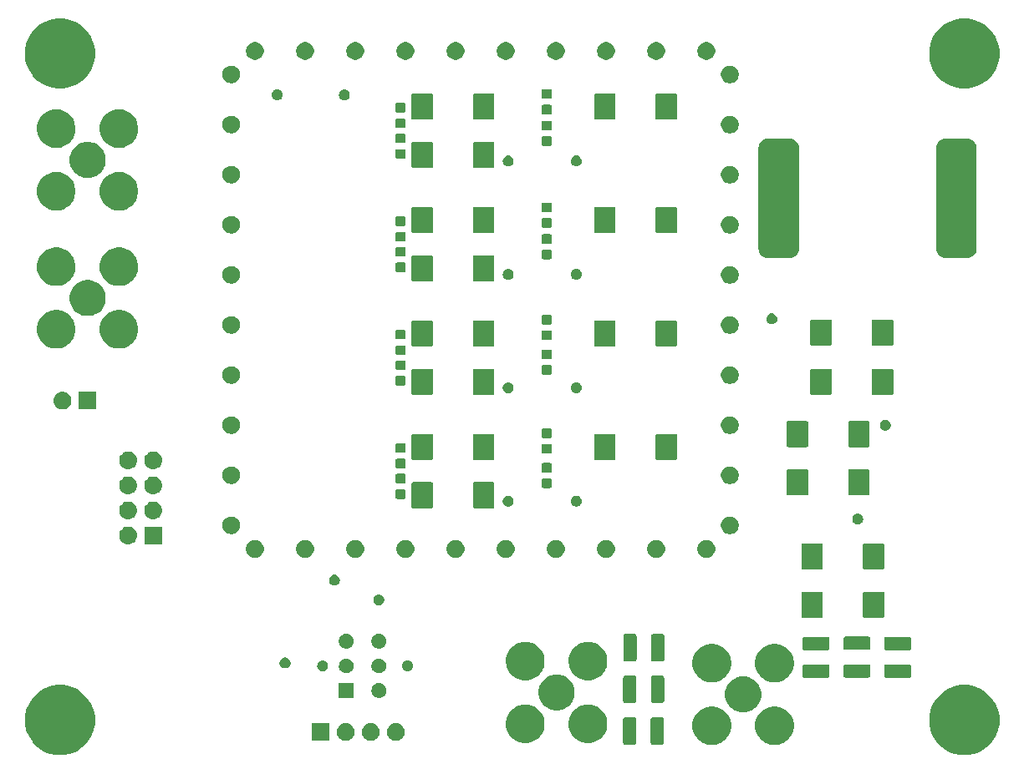
<source format=gbr>
G04 #@! TF.GenerationSoftware,KiCad,Pcbnew,6.0.0-rc1-unknown-589e1f6~66~ubuntu18.04.1*
G04 #@! TF.CreationDate,2018-11-04T22:43:28+01:00*
G04 #@! TF.ProjectId,Ntester,4e746573-7465-4722-9e6b-696361645f70,rev?*
G04 #@! TF.SameCoordinates,Original*
G04 #@! TF.FileFunction,Soldermask,Bot*
G04 #@! TF.FilePolarity,Negative*
%FSLAX46Y46*%
G04 Gerber Fmt 4.6, Leading zero omitted, Abs format (unit mm)*
G04 Created by KiCad (PCBNEW 6.0.0-rc1-unknown-589e1f6~66~ubuntu18.04.1) date nie, 4 lis 2018, 22:43:28*
%MOMM*%
%LPD*%
G01*
G04 APERTURE LIST*
%ADD10C,0.100000*%
G04 APERTURE END LIST*
D10*
G36*
X122835786Y-160385462D02*
X122835788Y-160385463D01*
X122835789Y-160385463D01*
X123482029Y-160653144D01*
X123943323Y-160961371D01*
X124063634Y-161041760D01*
X124558240Y-161536366D01*
X124558242Y-161536369D01*
X124946856Y-162117971D01*
X125214537Y-162764211D01*
X125214538Y-162764214D01*
X125351000Y-163450256D01*
X125351000Y-164149744D01*
X125217007Y-164823375D01*
X125214537Y-164835789D01*
X124946856Y-165482029D01*
X124606551Y-165991332D01*
X124558240Y-166063634D01*
X124063634Y-166558240D01*
X124063631Y-166558242D01*
X123482029Y-166946856D01*
X122835789Y-167214537D01*
X122835788Y-167214537D01*
X122835786Y-167214538D01*
X122149744Y-167351000D01*
X121450256Y-167351000D01*
X120764214Y-167214538D01*
X120764212Y-167214537D01*
X120764211Y-167214537D01*
X120117971Y-166946856D01*
X119536369Y-166558242D01*
X119536366Y-166558240D01*
X119041760Y-166063634D01*
X118993449Y-165991332D01*
X118653144Y-165482029D01*
X118385463Y-164835789D01*
X118382994Y-164823375D01*
X118249000Y-164149744D01*
X118249000Y-163450256D01*
X118385462Y-162764214D01*
X118385463Y-162764211D01*
X118653144Y-162117971D01*
X119041758Y-161536369D01*
X119041760Y-161536366D01*
X119536366Y-161041760D01*
X119656677Y-160961371D01*
X120117971Y-160653144D01*
X120764211Y-160385463D01*
X120764212Y-160385463D01*
X120764214Y-160385462D01*
X121450256Y-160249000D01*
X122149744Y-160249000D01*
X122835786Y-160385462D01*
X122835786Y-160385462D01*
G37*
G36*
X31235786Y-160385462D02*
X31235788Y-160385463D01*
X31235789Y-160385463D01*
X31882029Y-160653144D01*
X32343323Y-160961371D01*
X32463634Y-161041760D01*
X32958240Y-161536366D01*
X32958242Y-161536369D01*
X33346856Y-162117971D01*
X33614537Y-162764211D01*
X33614538Y-162764214D01*
X33751000Y-163450256D01*
X33751000Y-164149744D01*
X33617007Y-164823375D01*
X33614537Y-164835789D01*
X33346856Y-165482029D01*
X33006551Y-165991332D01*
X32958240Y-166063634D01*
X32463634Y-166558240D01*
X32463631Y-166558242D01*
X31882029Y-166946856D01*
X31235789Y-167214537D01*
X31235788Y-167214537D01*
X31235786Y-167214538D01*
X30549744Y-167351000D01*
X29850256Y-167351000D01*
X29164214Y-167214538D01*
X29164212Y-167214537D01*
X29164211Y-167214537D01*
X28517971Y-166946856D01*
X27936369Y-166558242D01*
X27936366Y-166558240D01*
X27441760Y-166063634D01*
X27393449Y-165991332D01*
X27053144Y-165482029D01*
X26785463Y-164835789D01*
X26782994Y-164823375D01*
X26649000Y-164149744D01*
X26649000Y-163450256D01*
X26785462Y-162764214D01*
X26785463Y-162764211D01*
X27053144Y-162117971D01*
X27441758Y-161536369D01*
X27441760Y-161536366D01*
X27936366Y-161041760D01*
X28056677Y-160961371D01*
X28517971Y-160653144D01*
X29164211Y-160385463D01*
X29164212Y-160385463D01*
X29164214Y-160385462D01*
X29850256Y-160249000D01*
X30549744Y-160249000D01*
X31235786Y-160385462D01*
X31235786Y-160385462D01*
G37*
G36*
X96669579Y-162469112D02*
X96795544Y-162494168D01*
X96942991Y-162555243D01*
X97151512Y-162641615D01*
X97471880Y-162855678D01*
X97744322Y-163128120D01*
X97958385Y-163448488D01*
X98012681Y-163579571D01*
X98105809Y-163804400D01*
X98105832Y-163804457D01*
X98181000Y-164182349D01*
X98181000Y-164567651D01*
X98105832Y-164945543D01*
X97958385Y-165301512D01*
X97744322Y-165621880D01*
X97471880Y-165894322D01*
X97151512Y-166108385D01*
X97014481Y-166165145D01*
X96795544Y-166255832D01*
X96721461Y-166270568D01*
X96417651Y-166331000D01*
X96032349Y-166331000D01*
X95728539Y-166270568D01*
X95654456Y-166255832D01*
X95435519Y-166165145D01*
X95298488Y-166108385D01*
X94978120Y-165894322D01*
X94705678Y-165621880D01*
X94491615Y-165301512D01*
X94344168Y-164945543D01*
X94269000Y-164567651D01*
X94269000Y-164182349D01*
X94344168Y-163804457D01*
X94344192Y-163804400D01*
X94437319Y-163579571D01*
X94491615Y-163448488D01*
X94705678Y-163128120D01*
X94978120Y-162855678D01*
X95298488Y-162641615D01*
X95507009Y-162555243D01*
X95654456Y-162494168D01*
X95780421Y-162469112D01*
X96032349Y-162419000D01*
X96417651Y-162419000D01*
X96669579Y-162469112D01*
X96669579Y-162469112D01*
G37*
G36*
X103019579Y-162469112D02*
X103145544Y-162494168D01*
X103292991Y-162555243D01*
X103501512Y-162641615D01*
X103821880Y-162855678D01*
X104094322Y-163128120D01*
X104308385Y-163448488D01*
X104362681Y-163579571D01*
X104455809Y-163804400D01*
X104455832Y-163804457D01*
X104531000Y-164182349D01*
X104531000Y-164567651D01*
X104455832Y-164945543D01*
X104308385Y-165301512D01*
X104094322Y-165621880D01*
X103821880Y-165894322D01*
X103501512Y-166108385D01*
X103364481Y-166165145D01*
X103145544Y-166255832D01*
X103071461Y-166270568D01*
X102767651Y-166331000D01*
X102382349Y-166331000D01*
X102078539Y-166270568D01*
X102004456Y-166255832D01*
X101785519Y-166165145D01*
X101648488Y-166108385D01*
X101328120Y-165894322D01*
X101055678Y-165621880D01*
X100841615Y-165301512D01*
X100694168Y-164945543D01*
X100619000Y-164567651D01*
X100619000Y-164182349D01*
X100694168Y-163804457D01*
X100694192Y-163804400D01*
X100787319Y-163579571D01*
X100841615Y-163448488D01*
X101055678Y-163128120D01*
X101328120Y-162855678D01*
X101648488Y-162641615D01*
X101857009Y-162555243D01*
X102004456Y-162494168D01*
X102130421Y-162469112D01*
X102382349Y-162419000D01*
X102767651Y-162419000D01*
X103019579Y-162469112D01*
X103019579Y-162469112D01*
G37*
G36*
X91228604Y-163538347D02*
X91265145Y-163549432D01*
X91298820Y-163567431D01*
X91328341Y-163591659D01*
X91352569Y-163621180D01*
X91370568Y-163654855D01*
X91381653Y-163691396D01*
X91386000Y-163735538D01*
X91386000Y-166084462D01*
X91381653Y-166128604D01*
X91370568Y-166165145D01*
X91352569Y-166198820D01*
X91328341Y-166228341D01*
X91298820Y-166252569D01*
X91265145Y-166270568D01*
X91228604Y-166281653D01*
X91184462Y-166286000D01*
X90235538Y-166286000D01*
X90191396Y-166281653D01*
X90154855Y-166270568D01*
X90121180Y-166252569D01*
X90091659Y-166228341D01*
X90067431Y-166198820D01*
X90049432Y-166165145D01*
X90038347Y-166128604D01*
X90034000Y-166084462D01*
X90034000Y-163735538D01*
X90038347Y-163691396D01*
X90049432Y-163654855D01*
X90067431Y-163621180D01*
X90091659Y-163591659D01*
X90121180Y-163567431D01*
X90154855Y-163549432D01*
X90191396Y-163538347D01*
X90235538Y-163534000D01*
X91184462Y-163534000D01*
X91228604Y-163538347D01*
X91228604Y-163538347D01*
G37*
G36*
X88428604Y-163538347D02*
X88465145Y-163549432D01*
X88498820Y-163567431D01*
X88528341Y-163591659D01*
X88552569Y-163621180D01*
X88570568Y-163654855D01*
X88581653Y-163691396D01*
X88586000Y-163735538D01*
X88586000Y-166084462D01*
X88581653Y-166128604D01*
X88570568Y-166165145D01*
X88552569Y-166198820D01*
X88528341Y-166228341D01*
X88498820Y-166252569D01*
X88465145Y-166270568D01*
X88428604Y-166281653D01*
X88384462Y-166286000D01*
X87435538Y-166286000D01*
X87391396Y-166281653D01*
X87354855Y-166270568D01*
X87321180Y-166252569D01*
X87291659Y-166228341D01*
X87267431Y-166198820D01*
X87249432Y-166165145D01*
X87238347Y-166128604D01*
X87234000Y-166084462D01*
X87234000Y-163735538D01*
X87238347Y-163691396D01*
X87249432Y-163654855D01*
X87267431Y-163621180D01*
X87291659Y-163591659D01*
X87321180Y-163567431D01*
X87354855Y-163549432D01*
X87391396Y-163538347D01*
X87435538Y-163534000D01*
X88384462Y-163534000D01*
X88428604Y-163538347D01*
X88428604Y-163538347D01*
G37*
G36*
X77769579Y-162269112D02*
X77895544Y-162294168D01*
X78014680Y-162343516D01*
X78251512Y-162441615D01*
X78571880Y-162655678D01*
X78844322Y-162928120D01*
X79058385Y-163248488D01*
X79141227Y-163448487D01*
X79205832Y-163604456D01*
X79215857Y-163654855D01*
X79281000Y-163982349D01*
X79281000Y-164367651D01*
X79205832Y-164745543D01*
X79058385Y-165101512D01*
X78844322Y-165421880D01*
X78571880Y-165694322D01*
X78251512Y-165908385D01*
X78093103Y-165974000D01*
X77895544Y-166055832D01*
X77769579Y-166080888D01*
X77517651Y-166131000D01*
X77132349Y-166131000D01*
X76880421Y-166080888D01*
X76754456Y-166055832D01*
X76556897Y-165974000D01*
X76398488Y-165908385D01*
X76078120Y-165694322D01*
X75805678Y-165421880D01*
X75591615Y-165101512D01*
X75444168Y-164745543D01*
X75369000Y-164367651D01*
X75369000Y-163982349D01*
X75434143Y-163654855D01*
X75444168Y-163604456D01*
X75508773Y-163448487D01*
X75591615Y-163248488D01*
X75805678Y-162928120D01*
X76078120Y-162655678D01*
X76398488Y-162441615D01*
X76635320Y-162343516D01*
X76754456Y-162294168D01*
X76880421Y-162269112D01*
X77132349Y-162219000D01*
X77517651Y-162219000D01*
X77769579Y-162269112D01*
X77769579Y-162269112D01*
G37*
G36*
X84119579Y-162269112D02*
X84245544Y-162294168D01*
X84364680Y-162343516D01*
X84601512Y-162441615D01*
X84921880Y-162655678D01*
X85194322Y-162928120D01*
X85408385Y-163248488D01*
X85491227Y-163448487D01*
X85555832Y-163604456D01*
X85565857Y-163654855D01*
X85631000Y-163982349D01*
X85631000Y-164367651D01*
X85555832Y-164745543D01*
X85408385Y-165101512D01*
X85194322Y-165421880D01*
X84921880Y-165694322D01*
X84601512Y-165908385D01*
X84443103Y-165974000D01*
X84245544Y-166055832D01*
X84119579Y-166080888D01*
X83867651Y-166131000D01*
X83482349Y-166131000D01*
X83230421Y-166080888D01*
X83104456Y-166055832D01*
X82906897Y-165974000D01*
X82748488Y-165908385D01*
X82428120Y-165694322D01*
X82155678Y-165421880D01*
X81941615Y-165101512D01*
X81794168Y-164745543D01*
X81719000Y-164367651D01*
X81719000Y-163982349D01*
X81784143Y-163654855D01*
X81794168Y-163604456D01*
X81858773Y-163448487D01*
X81941615Y-163248488D01*
X82155678Y-162928120D01*
X82428120Y-162655678D01*
X82748488Y-162441615D01*
X82985320Y-162343516D01*
X83104456Y-162294168D01*
X83230421Y-162269112D01*
X83482349Y-162219000D01*
X83867651Y-162219000D01*
X84119579Y-162269112D01*
X84119579Y-162269112D01*
G37*
G36*
X61790442Y-164105518D02*
X61856627Y-164112037D01*
X61969853Y-164146384D01*
X62026467Y-164163557D01*
X62157633Y-164233668D01*
X62182991Y-164247222D01*
X62187594Y-164251000D01*
X62320186Y-164359814D01*
X62403448Y-164461271D01*
X62432778Y-164497009D01*
X62432779Y-164497011D01*
X62516443Y-164653533D01*
X62516443Y-164653534D01*
X62567963Y-164823373D01*
X62585359Y-165000000D01*
X62567963Y-165176627D01*
X62543739Y-165256484D01*
X62516443Y-165346467D01*
X62443983Y-165482029D01*
X62432778Y-165502991D01*
X62415041Y-165524603D01*
X62320186Y-165640186D01*
X62218729Y-165723448D01*
X62182991Y-165752778D01*
X62182989Y-165752779D01*
X62026467Y-165836443D01*
X61969853Y-165853616D01*
X61856627Y-165887963D01*
X61792062Y-165894322D01*
X61724260Y-165901000D01*
X61635740Y-165901000D01*
X61567938Y-165894322D01*
X61503373Y-165887963D01*
X61390147Y-165853616D01*
X61333533Y-165836443D01*
X61177011Y-165752779D01*
X61177009Y-165752778D01*
X61141271Y-165723448D01*
X61039814Y-165640186D01*
X60944959Y-165524603D01*
X60927222Y-165502991D01*
X60916017Y-165482029D01*
X60843557Y-165346467D01*
X60816261Y-165256484D01*
X60792037Y-165176627D01*
X60774641Y-165000000D01*
X60792037Y-164823373D01*
X60843557Y-164653534D01*
X60843557Y-164653533D01*
X60927221Y-164497011D01*
X60927222Y-164497009D01*
X60956552Y-164461271D01*
X61039814Y-164359814D01*
X61172406Y-164251000D01*
X61177009Y-164247222D01*
X61202367Y-164233668D01*
X61333533Y-164163557D01*
X61390147Y-164146384D01*
X61503373Y-164112037D01*
X61569558Y-164105518D01*
X61635740Y-164099000D01*
X61724260Y-164099000D01*
X61790442Y-164105518D01*
X61790442Y-164105518D01*
G37*
G36*
X64330442Y-164105518D02*
X64396627Y-164112037D01*
X64509853Y-164146384D01*
X64566467Y-164163557D01*
X64697633Y-164233668D01*
X64722991Y-164247222D01*
X64727594Y-164251000D01*
X64860186Y-164359814D01*
X64943448Y-164461271D01*
X64972778Y-164497009D01*
X64972779Y-164497011D01*
X65056443Y-164653533D01*
X65056443Y-164653534D01*
X65107963Y-164823373D01*
X65125359Y-165000000D01*
X65107963Y-165176627D01*
X65083739Y-165256484D01*
X65056443Y-165346467D01*
X64983983Y-165482029D01*
X64972778Y-165502991D01*
X64955041Y-165524603D01*
X64860186Y-165640186D01*
X64758729Y-165723448D01*
X64722991Y-165752778D01*
X64722989Y-165752779D01*
X64566467Y-165836443D01*
X64509853Y-165853616D01*
X64396627Y-165887963D01*
X64332062Y-165894322D01*
X64264260Y-165901000D01*
X64175740Y-165901000D01*
X64107938Y-165894322D01*
X64043373Y-165887963D01*
X63930147Y-165853616D01*
X63873533Y-165836443D01*
X63717011Y-165752779D01*
X63717009Y-165752778D01*
X63681271Y-165723448D01*
X63579814Y-165640186D01*
X63484959Y-165524603D01*
X63467222Y-165502991D01*
X63456017Y-165482029D01*
X63383557Y-165346467D01*
X63356261Y-165256484D01*
X63332037Y-165176627D01*
X63314641Y-165000000D01*
X63332037Y-164823373D01*
X63383557Y-164653534D01*
X63383557Y-164653533D01*
X63467221Y-164497011D01*
X63467222Y-164497009D01*
X63496552Y-164461271D01*
X63579814Y-164359814D01*
X63712406Y-164251000D01*
X63717009Y-164247222D01*
X63742367Y-164233668D01*
X63873533Y-164163557D01*
X63930147Y-164146384D01*
X64043373Y-164112037D01*
X64109558Y-164105518D01*
X64175740Y-164099000D01*
X64264260Y-164099000D01*
X64330442Y-164105518D01*
X64330442Y-164105518D01*
G37*
G36*
X57501000Y-165901000D02*
X55699000Y-165901000D01*
X55699000Y-164099000D01*
X57501000Y-164099000D01*
X57501000Y-165901000D01*
X57501000Y-165901000D01*
G37*
G36*
X59250442Y-164105518D02*
X59316627Y-164112037D01*
X59429853Y-164146384D01*
X59486467Y-164163557D01*
X59617633Y-164233668D01*
X59642991Y-164247222D01*
X59647594Y-164251000D01*
X59780186Y-164359814D01*
X59863448Y-164461271D01*
X59892778Y-164497009D01*
X59892779Y-164497011D01*
X59976443Y-164653533D01*
X59976443Y-164653534D01*
X60027963Y-164823373D01*
X60045359Y-165000000D01*
X60027963Y-165176627D01*
X60003739Y-165256484D01*
X59976443Y-165346467D01*
X59903983Y-165482029D01*
X59892778Y-165502991D01*
X59875041Y-165524603D01*
X59780186Y-165640186D01*
X59678729Y-165723448D01*
X59642991Y-165752778D01*
X59642989Y-165752779D01*
X59486467Y-165836443D01*
X59429853Y-165853616D01*
X59316627Y-165887963D01*
X59252062Y-165894322D01*
X59184260Y-165901000D01*
X59095740Y-165901000D01*
X59027938Y-165894322D01*
X58963373Y-165887963D01*
X58850147Y-165853616D01*
X58793533Y-165836443D01*
X58637011Y-165752779D01*
X58637009Y-165752778D01*
X58601271Y-165723448D01*
X58499814Y-165640186D01*
X58404959Y-165524603D01*
X58387222Y-165502991D01*
X58376017Y-165482029D01*
X58303557Y-165346467D01*
X58276261Y-165256484D01*
X58252037Y-165176627D01*
X58234641Y-165000000D01*
X58252037Y-164823373D01*
X58303557Y-164653534D01*
X58303557Y-164653533D01*
X58387221Y-164497011D01*
X58387222Y-164497009D01*
X58416552Y-164461271D01*
X58499814Y-164359814D01*
X58632406Y-164251000D01*
X58637009Y-164247222D01*
X58662367Y-164233668D01*
X58793533Y-164163557D01*
X58850147Y-164146384D01*
X58963373Y-164112037D01*
X59029558Y-164105518D01*
X59095740Y-164099000D01*
X59184260Y-164099000D01*
X59250442Y-164105518D01*
X59250442Y-164105518D01*
G37*
G36*
X99756820Y-159406143D02*
X99933500Y-159441287D01*
X100028332Y-159480568D01*
X100266355Y-159579160D01*
X100565923Y-159779325D01*
X100820675Y-160034077D01*
X101020840Y-160333645D01*
X101101604Y-160528627D01*
X101153181Y-160653144D01*
X101158713Y-160666501D01*
X101229000Y-161019858D01*
X101229000Y-161380142D01*
X101158713Y-161733499D01*
X101020840Y-162066355D01*
X100820675Y-162365923D01*
X100565923Y-162620675D01*
X100266355Y-162820840D01*
X100182248Y-162855678D01*
X99933500Y-162958713D01*
X99756820Y-162993857D01*
X99580142Y-163029000D01*
X99219858Y-163029000D01*
X99043180Y-162993857D01*
X98866500Y-162958713D01*
X98617752Y-162855678D01*
X98533645Y-162820840D01*
X98234077Y-162620675D01*
X97979325Y-162365923D01*
X97779160Y-162066355D01*
X97641287Y-161733499D01*
X97571000Y-161380142D01*
X97571000Y-161019858D01*
X97641287Y-160666501D01*
X97646820Y-160653144D01*
X97698396Y-160528627D01*
X97779160Y-160333645D01*
X97979325Y-160034077D01*
X98234077Y-159779325D01*
X98533645Y-159579160D01*
X98771668Y-159480568D01*
X98866500Y-159441287D01*
X99043180Y-159406143D01*
X99219858Y-159371000D01*
X99580142Y-159371000D01*
X99756820Y-159406143D01*
X99756820Y-159406143D01*
G37*
G36*
X80856820Y-159206143D02*
X81033500Y-159241287D01*
X81161875Y-159294462D01*
X81366355Y-159379160D01*
X81665923Y-159579325D01*
X81920675Y-159834077D01*
X82120840Y-160133645D01*
X82168621Y-160249000D01*
X82249504Y-160444267D01*
X82258713Y-160466501D01*
X82329000Y-160819858D01*
X82329000Y-161180142D01*
X82293856Y-161356821D01*
X82258713Y-161533500D01*
X82251464Y-161551000D01*
X82120840Y-161866355D01*
X81920675Y-162165923D01*
X81665923Y-162420675D01*
X81366355Y-162620840D01*
X81282248Y-162655678D01*
X81033500Y-162758713D01*
X81005844Y-162764214D01*
X80680142Y-162829000D01*
X80319858Y-162829000D01*
X79994156Y-162764214D01*
X79966500Y-162758713D01*
X79717752Y-162655678D01*
X79633645Y-162620840D01*
X79334077Y-162420675D01*
X79079325Y-162165923D01*
X78879160Y-161866355D01*
X78748536Y-161551000D01*
X78741287Y-161533500D01*
X78706144Y-161356821D01*
X78671000Y-161180142D01*
X78671000Y-160819858D01*
X78741287Y-160466501D01*
X78750497Y-160444267D01*
X78831379Y-160249000D01*
X78879160Y-160133645D01*
X79079325Y-159834077D01*
X79334077Y-159579325D01*
X79633645Y-159379160D01*
X79838125Y-159294462D01*
X79966500Y-159241287D01*
X80143180Y-159206143D01*
X80319858Y-159171000D01*
X80680142Y-159171000D01*
X80856820Y-159206143D01*
X80856820Y-159206143D01*
G37*
G36*
X91238604Y-159308347D02*
X91275145Y-159319432D01*
X91308820Y-159337431D01*
X91338341Y-159361659D01*
X91362569Y-159391180D01*
X91380568Y-159424855D01*
X91391653Y-159461396D01*
X91396000Y-159505538D01*
X91396000Y-161854462D01*
X91391653Y-161898604D01*
X91380568Y-161935145D01*
X91362569Y-161968820D01*
X91338341Y-161998341D01*
X91308820Y-162022569D01*
X91275145Y-162040568D01*
X91238604Y-162051653D01*
X91194462Y-162056000D01*
X90245538Y-162056000D01*
X90201396Y-162051653D01*
X90164855Y-162040568D01*
X90131180Y-162022569D01*
X90101659Y-161998341D01*
X90077431Y-161968820D01*
X90059432Y-161935145D01*
X90048347Y-161898604D01*
X90044000Y-161854462D01*
X90044000Y-159505538D01*
X90048347Y-159461396D01*
X90059432Y-159424855D01*
X90077431Y-159391180D01*
X90101659Y-159361659D01*
X90131180Y-159337431D01*
X90164855Y-159319432D01*
X90201396Y-159308347D01*
X90245538Y-159304000D01*
X91194462Y-159304000D01*
X91238604Y-159308347D01*
X91238604Y-159308347D01*
G37*
G36*
X88438604Y-159308347D02*
X88475145Y-159319432D01*
X88508820Y-159337431D01*
X88538341Y-159361659D01*
X88562569Y-159391180D01*
X88580568Y-159424855D01*
X88591653Y-159461396D01*
X88596000Y-159505538D01*
X88596000Y-161854462D01*
X88591653Y-161898604D01*
X88580568Y-161935145D01*
X88562569Y-161968820D01*
X88538341Y-161998341D01*
X88508820Y-162022569D01*
X88475145Y-162040568D01*
X88438604Y-162051653D01*
X88394462Y-162056000D01*
X87445538Y-162056000D01*
X87401396Y-162051653D01*
X87364855Y-162040568D01*
X87331180Y-162022569D01*
X87301659Y-161998341D01*
X87277431Y-161968820D01*
X87259432Y-161935145D01*
X87248347Y-161898604D01*
X87244000Y-161854462D01*
X87244000Y-159505538D01*
X87248347Y-159461396D01*
X87259432Y-159424855D01*
X87277431Y-159391180D01*
X87301659Y-159361659D01*
X87331180Y-159337431D01*
X87364855Y-159319432D01*
X87401396Y-159308347D01*
X87445538Y-159304000D01*
X88394462Y-159304000D01*
X88438604Y-159308347D01*
X88438604Y-159308347D01*
G37*
G36*
X59951000Y-161551000D02*
X58449000Y-161551000D01*
X58449000Y-160049000D01*
X59951000Y-160049000D01*
X59951000Y-161551000D01*
X59951000Y-161551000D01*
G37*
G36*
X62632004Y-160060544D02*
X62719059Y-160077860D01*
X62855732Y-160134472D01*
X62855733Y-160134473D01*
X62978738Y-160216662D01*
X63083338Y-160321262D01*
X63083340Y-160321265D01*
X63165528Y-160444268D01*
X63222140Y-160580941D01*
X63236502Y-160653144D01*
X63251000Y-160726031D01*
X63251000Y-160873969D01*
X63239456Y-160932004D01*
X63222140Y-161019059D01*
X63165528Y-161155732D01*
X63122973Y-161219420D01*
X63083338Y-161278738D01*
X62978738Y-161383338D01*
X62978735Y-161383340D01*
X62855732Y-161465528D01*
X62719059Y-161522140D01*
X62632004Y-161539456D01*
X62573969Y-161551000D01*
X62426031Y-161551000D01*
X62367996Y-161539456D01*
X62280941Y-161522140D01*
X62144268Y-161465528D01*
X62021265Y-161383340D01*
X62021262Y-161383338D01*
X61916662Y-161278738D01*
X61877027Y-161219420D01*
X61834472Y-161155732D01*
X61777860Y-161019059D01*
X61760544Y-160932004D01*
X61749000Y-160873969D01*
X61749000Y-160726031D01*
X61763498Y-160653144D01*
X61777860Y-160580941D01*
X61834472Y-160444268D01*
X61916660Y-160321265D01*
X61916662Y-160321262D01*
X62021262Y-160216662D01*
X62144267Y-160134473D01*
X62144268Y-160134472D01*
X62280941Y-160077860D01*
X62367996Y-160060544D01*
X62426031Y-160049000D01*
X62573969Y-160049000D01*
X62632004Y-160060544D01*
X62632004Y-160060544D01*
G37*
G36*
X96669579Y-156119112D02*
X96795544Y-156144168D01*
X96942991Y-156205243D01*
X97151512Y-156291615D01*
X97471880Y-156505678D01*
X97744322Y-156778120D01*
X97958385Y-157098488D01*
X98022989Y-157254456D01*
X98105832Y-157454456D01*
X98124638Y-157549000D01*
X98181000Y-157832349D01*
X98181000Y-158217651D01*
X98105832Y-158595543D01*
X97958385Y-158951512D01*
X97744322Y-159271880D01*
X97471880Y-159544322D01*
X97151512Y-159758385D01*
X96968775Y-159834077D01*
X96795544Y-159905832D01*
X96669579Y-159930888D01*
X96417651Y-159981000D01*
X96032349Y-159981000D01*
X95780421Y-159930888D01*
X95654456Y-159905832D01*
X95481225Y-159834077D01*
X95298488Y-159758385D01*
X94978120Y-159544322D01*
X94705678Y-159271880D01*
X94491615Y-158951512D01*
X94344168Y-158595543D01*
X94269000Y-158217651D01*
X94269000Y-157832349D01*
X94325362Y-157549000D01*
X94344168Y-157454456D01*
X94427011Y-157254456D01*
X94491615Y-157098488D01*
X94705678Y-156778120D01*
X94978120Y-156505678D01*
X95298488Y-156291615D01*
X95507009Y-156205243D01*
X95654456Y-156144168D01*
X95780421Y-156119112D01*
X96032349Y-156069000D01*
X96417651Y-156069000D01*
X96669579Y-156119112D01*
X96669579Y-156119112D01*
G37*
G36*
X103019579Y-156119112D02*
X103145544Y-156144168D01*
X103292991Y-156205243D01*
X103501512Y-156291615D01*
X103821880Y-156505678D01*
X104094322Y-156778120D01*
X104308385Y-157098488D01*
X104372989Y-157254456D01*
X104455832Y-157454456D01*
X104474638Y-157549000D01*
X104531000Y-157832349D01*
X104531000Y-158217651D01*
X104455832Y-158595543D01*
X104308385Y-158951512D01*
X104094322Y-159271880D01*
X103821880Y-159544322D01*
X103501512Y-159758385D01*
X103318775Y-159834077D01*
X103145544Y-159905832D01*
X103019579Y-159930888D01*
X102767651Y-159981000D01*
X102382349Y-159981000D01*
X102130421Y-159930888D01*
X102004456Y-159905832D01*
X101831225Y-159834077D01*
X101648488Y-159758385D01*
X101328120Y-159544322D01*
X101055678Y-159271880D01*
X100841615Y-158951512D01*
X100694168Y-158595543D01*
X100619000Y-158217651D01*
X100619000Y-157832349D01*
X100675362Y-157549000D01*
X100694168Y-157454456D01*
X100777011Y-157254456D01*
X100841615Y-157098488D01*
X101055678Y-156778120D01*
X101328120Y-156505678D01*
X101648488Y-156291615D01*
X101857009Y-156205243D01*
X102004456Y-156144168D01*
X102130421Y-156119112D01*
X102382349Y-156069000D01*
X102767651Y-156069000D01*
X103019579Y-156119112D01*
X103019579Y-156119112D01*
G37*
G36*
X84119579Y-155919112D02*
X84245544Y-155944168D01*
X84392991Y-156005243D01*
X84601512Y-156091615D01*
X84921880Y-156305678D01*
X85194322Y-156578120D01*
X85408385Y-156898488D01*
X85555832Y-157254457D01*
X85631000Y-157632349D01*
X85631000Y-158017651D01*
X85594398Y-158201659D01*
X85555832Y-158395544D01*
X85517415Y-158488290D01*
X85408385Y-158751512D01*
X85194322Y-159071880D01*
X84921880Y-159344322D01*
X84601512Y-159558385D01*
X84392991Y-159644757D01*
X84245544Y-159705832D01*
X84119579Y-159730888D01*
X83867651Y-159781000D01*
X83482349Y-159781000D01*
X83230421Y-159730888D01*
X83104456Y-159705832D01*
X82957009Y-159644757D01*
X82748488Y-159558385D01*
X82428120Y-159344322D01*
X82155678Y-159071880D01*
X81941615Y-158751512D01*
X81832585Y-158488290D01*
X81794168Y-158395544D01*
X81755602Y-158201659D01*
X81719000Y-158017651D01*
X81719000Y-157632349D01*
X81794168Y-157254457D01*
X81941615Y-156898488D01*
X82155678Y-156578120D01*
X82428120Y-156305678D01*
X82748488Y-156091615D01*
X82957009Y-156005243D01*
X83104456Y-155944168D01*
X83230421Y-155919112D01*
X83482349Y-155869000D01*
X83867651Y-155869000D01*
X84119579Y-155919112D01*
X84119579Y-155919112D01*
G37*
G36*
X77769579Y-155919112D02*
X77895544Y-155944168D01*
X78042991Y-156005243D01*
X78251512Y-156091615D01*
X78571880Y-156305678D01*
X78844322Y-156578120D01*
X79058385Y-156898488D01*
X79205832Y-157254457D01*
X79281000Y-157632349D01*
X79281000Y-158017651D01*
X79244398Y-158201659D01*
X79205832Y-158395544D01*
X79167415Y-158488290D01*
X79058385Y-158751512D01*
X78844322Y-159071880D01*
X78571880Y-159344322D01*
X78251512Y-159558385D01*
X78042991Y-159644757D01*
X77895544Y-159705832D01*
X77769579Y-159730888D01*
X77517651Y-159781000D01*
X77132349Y-159781000D01*
X76880421Y-159730888D01*
X76754456Y-159705832D01*
X76607009Y-159644757D01*
X76398488Y-159558385D01*
X76078120Y-159344322D01*
X75805678Y-159071880D01*
X75591615Y-158751512D01*
X75482585Y-158488290D01*
X75444168Y-158395544D01*
X75405602Y-158201659D01*
X75369000Y-158017651D01*
X75369000Y-157632349D01*
X75444168Y-157254457D01*
X75591615Y-156898488D01*
X75805678Y-156578120D01*
X76078120Y-156305678D01*
X76398488Y-156091615D01*
X76607009Y-156005243D01*
X76754456Y-155944168D01*
X76880421Y-155919112D01*
X77132349Y-155869000D01*
X77517651Y-155869000D01*
X77769579Y-155919112D01*
X77769579Y-155919112D01*
G37*
G36*
X107998604Y-158158347D02*
X108035145Y-158169432D01*
X108068820Y-158187431D01*
X108098341Y-158211659D01*
X108122569Y-158241180D01*
X108140568Y-158274855D01*
X108151653Y-158311396D01*
X108156000Y-158355538D01*
X108156000Y-159304462D01*
X108151653Y-159348604D01*
X108140568Y-159385145D01*
X108122569Y-159418820D01*
X108098341Y-159448341D01*
X108068820Y-159472569D01*
X108035145Y-159490568D01*
X107998604Y-159501653D01*
X107954462Y-159506000D01*
X105605538Y-159506000D01*
X105561396Y-159501653D01*
X105524855Y-159490568D01*
X105491180Y-159472569D01*
X105461659Y-159448341D01*
X105437431Y-159418820D01*
X105419432Y-159385145D01*
X105408347Y-159348604D01*
X105404000Y-159304462D01*
X105404000Y-158355538D01*
X105408347Y-158311396D01*
X105419432Y-158274855D01*
X105437431Y-158241180D01*
X105461659Y-158211659D01*
X105491180Y-158187431D01*
X105524855Y-158169432D01*
X105561396Y-158158347D01*
X105605538Y-158154000D01*
X107954462Y-158154000D01*
X107998604Y-158158347D01*
X107998604Y-158158347D01*
G37*
G36*
X116268604Y-158158347D02*
X116305145Y-158169432D01*
X116338820Y-158187431D01*
X116368341Y-158211659D01*
X116392569Y-158241180D01*
X116410568Y-158274855D01*
X116421653Y-158311396D01*
X116426000Y-158355538D01*
X116426000Y-159304462D01*
X116421653Y-159348604D01*
X116410568Y-159385145D01*
X116392569Y-159418820D01*
X116368341Y-159448341D01*
X116338820Y-159472569D01*
X116305145Y-159490568D01*
X116268604Y-159501653D01*
X116224462Y-159506000D01*
X113875538Y-159506000D01*
X113831396Y-159501653D01*
X113794855Y-159490568D01*
X113761180Y-159472569D01*
X113731659Y-159448341D01*
X113707431Y-159418820D01*
X113689432Y-159385145D01*
X113678347Y-159348604D01*
X113674000Y-159304462D01*
X113674000Y-158355538D01*
X113678347Y-158311396D01*
X113689432Y-158274855D01*
X113707431Y-158241180D01*
X113731659Y-158211659D01*
X113761180Y-158187431D01*
X113794855Y-158169432D01*
X113831396Y-158158347D01*
X113875538Y-158154000D01*
X116224462Y-158154000D01*
X116268604Y-158158347D01*
X116268604Y-158158347D01*
G37*
G36*
X112138604Y-158148347D02*
X112175145Y-158159432D01*
X112208820Y-158177431D01*
X112238341Y-158201659D01*
X112262569Y-158231180D01*
X112280568Y-158264855D01*
X112291653Y-158301396D01*
X112296000Y-158345538D01*
X112296000Y-159294462D01*
X112291653Y-159338604D01*
X112280568Y-159375145D01*
X112262569Y-159408820D01*
X112238341Y-159438341D01*
X112208820Y-159462569D01*
X112175145Y-159480568D01*
X112138604Y-159491653D01*
X112094462Y-159496000D01*
X109745538Y-159496000D01*
X109701396Y-159491653D01*
X109664855Y-159480568D01*
X109631180Y-159462569D01*
X109601659Y-159438341D01*
X109577431Y-159408820D01*
X109559432Y-159375145D01*
X109548347Y-159338604D01*
X109544000Y-159294462D01*
X109544000Y-158345538D01*
X109548347Y-158301396D01*
X109559432Y-158264855D01*
X109577431Y-158231180D01*
X109601659Y-158201659D01*
X109631180Y-158177431D01*
X109664855Y-158159432D01*
X109701396Y-158148347D01*
X109745538Y-158144000D01*
X112094462Y-158144000D01*
X112138604Y-158148347D01*
X112138604Y-158148347D01*
G37*
G36*
X59332004Y-157560544D02*
X59419059Y-157577860D01*
X59555732Y-157634472D01*
X59621780Y-157678604D01*
X59678738Y-157716662D01*
X59783338Y-157821262D01*
X59783340Y-157821265D01*
X59865528Y-157944268D01*
X59922140Y-158080941D01*
X59938009Y-158160721D01*
X59951000Y-158226031D01*
X59951000Y-158373969D01*
X59940255Y-158427988D01*
X59922140Y-158519059D01*
X59865528Y-158655732D01*
X59865527Y-158655733D01*
X59783338Y-158778738D01*
X59678738Y-158883338D01*
X59678735Y-158883340D01*
X59555732Y-158965528D01*
X59419059Y-159022140D01*
X59332004Y-159039456D01*
X59273969Y-159051000D01*
X59126031Y-159051000D01*
X59067996Y-159039456D01*
X58980941Y-159022140D01*
X58844268Y-158965528D01*
X58721265Y-158883340D01*
X58721262Y-158883338D01*
X58616662Y-158778738D01*
X58534473Y-158655733D01*
X58534472Y-158655732D01*
X58477860Y-158519059D01*
X58459745Y-158427988D01*
X58449000Y-158373969D01*
X58449000Y-158226031D01*
X58461991Y-158160721D01*
X58477860Y-158080941D01*
X58534472Y-157944268D01*
X58616660Y-157821265D01*
X58616662Y-157821262D01*
X58721262Y-157716662D01*
X58778220Y-157678604D01*
X58844268Y-157634472D01*
X58980941Y-157577860D01*
X59067996Y-157560544D01*
X59126031Y-157549000D01*
X59273969Y-157549000D01*
X59332004Y-157560544D01*
X59332004Y-157560544D01*
G37*
G36*
X62632004Y-157560544D02*
X62719059Y-157577860D01*
X62855732Y-157634472D01*
X62921780Y-157678604D01*
X62978738Y-157716662D01*
X63083338Y-157821262D01*
X63083340Y-157821265D01*
X63165528Y-157944268D01*
X63222140Y-158080941D01*
X63238009Y-158160721D01*
X63251000Y-158226031D01*
X63251000Y-158373969D01*
X63240255Y-158427988D01*
X63222140Y-158519059D01*
X63165528Y-158655732D01*
X63165527Y-158655733D01*
X63083338Y-158778738D01*
X62978738Y-158883338D01*
X62978735Y-158883340D01*
X62855732Y-158965528D01*
X62719059Y-159022140D01*
X62632004Y-159039456D01*
X62573969Y-159051000D01*
X62426031Y-159051000D01*
X62367996Y-159039456D01*
X62280941Y-159022140D01*
X62144268Y-158965528D01*
X62021265Y-158883340D01*
X62021262Y-158883338D01*
X61916662Y-158778738D01*
X61834473Y-158655733D01*
X61834472Y-158655732D01*
X61777860Y-158519059D01*
X61759745Y-158427988D01*
X61749000Y-158373969D01*
X61749000Y-158226031D01*
X61761991Y-158160721D01*
X61777860Y-158080941D01*
X61834472Y-157944268D01*
X61916660Y-157821265D01*
X61916662Y-157821262D01*
X62021262Y-157716662D01*
X62078220Y-157678604D01*
X62144268Y-157634472D01*
X62280941Y-157577860D01*
X62367996Y-157560544D01*
X62426031Y-157549000D01*
X62573969Y-157549000D01*
X62632004Y-157560544D01*
X62632004Y-157560544D01*
G37*
G36*
X56960721Y-157770174D02*
X57060995Y-157811709D01*
X57151245Y-157872012D01*
X57227988Y-157948755D01*
X57288291Y-158039005D01*
X57329826Y-158139279D01*
X57351000Y-158245730D01*
X57351000Y-158354270D01*
X57329826Y-158460721D01*
X57288291Y-158560995D01*
X57227988Y-158651245D01*
X57151245Y-158727988D01*
X57060995Y-158788291D01*
X56960721Y-158829826D01*
X56854270Y-158851000D01*
X56745730Y-158851000D01*
X56639279Y-158829826D01*
X56539005Y-158788291D01*
X56448755Y-158727988D01*
X56372012Y-158651245D01*
X56311709Y-158560995D01*
X56270174Y-158460721D01*
X56249000Y-158354270D01*
X56249000Y-158245730D01*
X56270174Y-158139279D01*
X56311709Y-158039005D01*
X56372012Y-157948755D01*
X56448755Y-157872012D01*
X56539005Y-157811709D01*
X56639279Y-157770174D01*
X56745730Y-157749000D01*
X56854270Y-157749000D01*
X56960721Y-157770174D01*
X56960721Y-157770174D01*
G37*
G36*
X65560721Y-157770174D02*
X65660995Y-157811709D01*
X65751245Y-157872012D01*
X65827988Y-157948755D01*
X65888291Y-158039005D01*
X65929826Y-158139279D01*
X65951000Y-158245730D01*
X65951000Y-158354270D01*
X65929826Y-158460721D01*
X65888291Y-158560995D01*
X65827988Y-158651245D01*
X65751245Y-158727988D01*
X65660995Y-158788291D01*
X65560721Y-158829826D01*
X65454270Y-158851000D01*
X65345730Y-158851000D01*
X65239279Y-158829826D01*
X65139005Y-158788291D01*
X65048755Y-158727988D01*
X64972012Y-158651245D01*
X64911709Y-158560995D01*
X64870174Y-158460721D01*
X64849000Y-158354270D01*
X64849000Y-158245730D01*
X64870174Y-158139279D01*
X64911709Y-158039005D01*
X64972012Y-157948755D01*
X65048755Y-157872012D01*
X65139005Y-157811709D01*
X65239279Y-157770174D01*
X65345730Y-157749000D01*
X65454270Y-157749000D01*
X65560721Y-157770174D01*
X65560721Y-157770174D01*
G37*
G36*
X53160721Y-157470174D02*
X53260995Y-157511709D01*
X53351245Y-157572012D01*
X53427988Y-157648755D01*
X53488291Y-157739005D01*
X53529826Y-157839279D01*
X53551000Y-157945730D01*
X53551000Y-158054270D01*
X53529826Y-158160721D01*
X53488291Y-158260995D01*
X53427988Y-158351245D01*
X53351245Y-158427988D01*
X53260995Y-158488291D01*
X53160721Y-158529826D01*
X53054270Y-158551000D01*
X52945730Y-158551000D01*
X52839279Y-158529826D01*
X52739005Y-158488291D01*
X52648755Y-158427988D01*
X52572012Y-158351245D01*
X52511709Y-158260995D01*
X52470174Y-158160721D01*
X52449000Y-158054270D01*
X52449000Y-157945730D01*
X52470174Y-157839279D01*
X52511709Y-157739005D01*
X52572012Y-157648755D01*
X52648755Y-157572012D01*
X52739005Y-157511709D01*
X52839279Y-157470174D01*
X52945730Y-157449000D01*
X53054270Y-157449000D01*
X53160721Y-157470174D01*
X53160721Y-157470174D01*
G37*
G36*
X88448604Y-155088347D02*
X88485145Y-155099432D01*
X88518820Y-155117431D01*
X88548341Y-155141659D01*
X88572569Y-155171180D01*
X88590568Y-155204855D01*
X88601653Y-155241396D01*
X88606000Y-155285538D01*
X88606000Y-157634462D01*
X88601653Y-157678604D01*
X88590568Y-157715145D01*
X88572569Y-157748820D01*
X88548341Y-157778341D01*
X88518820Y-157802569D01*
X88485145Y-157820568D01*
X88448604Y-157831653D01*
X88404462Y-157836000D01*
X87455538Y-157836000D01*
X87411396Y-157831653D01*
X87374855Y-157820568D01*
X87341180Y-157802569D01*
X87311659Y-157778341D01*
X87287431Y-157748820D01*
X87269432Y-157715145D01*
X87258347Y-157678604D01*
X87254000Y-157634462D01*
X87254000Y-155285538D01*
X87258347Y-155241396D01*
X87269432Y-155204855D01*
X87287431Y-155171180D01*
X87311659Y-155141659D01*
X87341180Y-155117431D01*
X87374855Y-155099432D01*
X87411396Y-155088347D01*
X87455538Y-155084000D01*
X88404462Y-155084000D01*
X88448604Y-155088347D01*
X88448604Y-155088347D01*
G37*
G36*
X91248604Y-155088347D02*
X91285145Y-155099432D01*
X91318820Y-155117431D01*
X91348341Y-155141659D01*
X91372569Y-155171180D01*
X91390568Y-155204855D01*
X91401653Y-155241396D01*
X91406000Y-155285538D01*
X91406000Y-157634462D01*
X91401653Y-157678604D01*
X91390568Y-157715145D01*
X91372569Y-157748820D01*
X91348341Y-157778341D01*
X91318820Y-157802569D01*
X91285145Y-157820568D01*
X91248604Y-157831653D01*
X91204462Y-157836000D01*
X90255538Y-157836000D01*
X90211396Y-157831653D01*
X90174855Y-157820568D01*
X90141180Y-157802569D01*
X90111659Y-157778341D01*
X90087431Y-157748820D01*
X90069432Y-157715145D01*
X90058347Y-157678604D01*
X90054000Y-157634462D01*
X90054000Y-155285538D01*
X90058347Y-155241396D01*
X90069432Y-155204855D01*
X90087431Y-155171180D01*
X90111659Y-155141659D01*
X90141180Y-155117431D01*
X90174855Y-155099432D01*
X90211396Y-155088347D01*
X90255538Y-155084000D01*
X91204462Y-155084000D01*
X91248604Y-155088347D01*
X91248604Y-155088347D01*
G37*
G36*
X116268604Y-155358347D02*
X116305145Y-155369432D01*
X116338820Y-155387431D01*
X116368341Y-155411659D01*
X116392569Y-155441180D01*
X116410568Y-155474855D01*
X116421653Y-155511396D01*
X116426000Y-155555538D01*
X116426000Y-156504462D01*
X116421653Y-156548604D01*
X116410568Y-156585145D01*
X116392569Y-156618820D01*
X116368341Y-156648341D01*
X116338820Y-156672569D01*
X116305145Y-156690568D01*
X116268604Y-156701653D01*
X116224462Y-156706000D01*
X113875538Y-156706000D01*
X113831396Y-156701653D01*
X113794855Y-156690568D01*
X113761180Y-156672569D01*
X113731659Y-156648341D01*
X113707431Y-156618820D01*
X113689432Y-156585145D01*
X113678347Y-156548604D01*
X113674000Y-156504462D01*
X113674000Y-155555538D01*
X113678347Y-155511396D01*
X113689432Y-155474855D01*
X113707431Y-155441180D01*
X113731659Y-155411659D01*
X113761180Y-155387431D01*
X113794855Y-155369432D01*
X113831396Y-155358347D01*
X113875538Y-155354000D01*
X116224462Y-155354000D01*
X116268604Y-155358347D01*
X116268604Y-155358347D01*
G37*
G36*
X107998604Y-155358347D02*
X108035145Y-155369432D01*
X108068820Y-155387431D01*
X108098341Y-155411659D01*
X108122569Y-155441180D01*
X108140568Y-155474855D01*
X108151653Y-155511396D01*
X108156000Y-155555538D01*
X108156000Y-156504462D01*
X108151653Y-156548604D01*
X108140568Y-156585145D01*
X108122569Y-156618820D01*
X108098341Y-156648341D01*
X108068820Y-156672569D01*
X108035145Y-156690568D01*
X107998604Y-156701653D01*
X107954462Y-156706000D01*
X105605538Y-156706000D01*
X105561396Y-156701653D01*
X105524855Y-156690568D01*
X105491180Y-156672569D01*
X105461659Y-156648341D01*
X105437431Y-156618820D01*
X105419432Y-156585145D01*
X105408347Y-156548604D01*
X105404000Y-156504462D01*
X105404000Y-155555538D01*
X105408347Y-155511396D01*
X105419432Y-155474855D01*
X105437431Y-155441180D01*
X105461659Y-155411659D01*
X105491180Y-155387431D01*
X105524855Y-155369432D01*
X105561396Y-155358347D01*
X105605538Y-155354000D01*
X107954462Y-155354000D01*
X107998604Y-155358347D01*
X107998604Y-155358347D01*
G37*
G36*
X112138604Y-155348347D02*
X112175145Y-155359432D01*
X112208820Y-155377431D01*
X112238341Y-155401659D01*
X112262569Y-155431180D01*
X112280568Y-155464855D01*
X112291653Y-155501396D01*
X112296000Y-155545538D01*
X112296000Y-156494462D01*
X112291653Y-156538604D01*
X112280568Y-156575145D01*
X112262569Y-156608820D01*
X112238341Y-156638341D01*
X112208820Y-156662569D01*
X112175145Y-156680568D01*
X112138604Y-156691653D01*
X112094462Y-156696000D01*
X109745538Y-156696000D01*
X109701396Y-156691653D01*
X109664855Y-156680568D01*
X109631180Y-156662569D01*
X109601659Y-156638341D01*
X109577431Y-156608820D01*
X109559432Y-156575145D01*
X109548347Y-156538604D01*
X109544000Y-156494462D01*
X109544000Y-155545538D01*
X109548347Y-155501396D01*
X109559432Y-155464855D01*
X109577431Y-155431180D01*
X109601659Y-155401659D01*
X109631180Y-155377431D01*
X109664855Y-155359432D01*
X109701396Y-155348347D01*
X109745538Y-155344000D01*
X112094462Y-155344000D01*
X112138604Y-155348347D01*
X112138604Y-155348347D01*
G37*
G36*
X59332004Y-155060544D02*
X59419059Y-155077860D01*
X59555732Y-155134472D01*
X59555733Y-155134473D01*
X59678738Y-155216662D01*
X59783338Y-155321262D01*
X59783340Y-155321265D01*
X59865528Y-155444268D01*
X59922140Y-155580941D01*
X59951000Y-155726033D01*
X59951000Y-155873967D01*
X59922140Y-156019059D01*
X59865528Y-156155732D01*
X59865527Y-156155733D01*
X59783338Y-156278738D01*
X59678738Y-156383338D01*
X59678735Y-156383340D01*
X59555732Y-156465528D01*
X59419059Y-156522140D01*
X59336287Y-156538604D01*
X59273969Y-156551000D01*
X59126031Y-156551000D01*
X59063713Y-156538604D01*
X58980941Y-156522140D01*
X58844268Y-156465528D01*
X58721265Y-156383340D01*
X58721262Y-156383338D01*
X58616662Y-156278738D01*
X58534473Y-156155733D01*
X58534472Y-156155732D01*
X58477860Y-156019059D01*
X58449000Y-155873967D01*
X58449000Y-155726033D01*
X58477860Y-155580941D01*
X58534472Y-155444268D01*
X58616660Y-155321265D01*
X58616662Y-155321262D01*
X58721262Y-155216662D01*
X58844267Y-155134473D01*
X58844268Y-155134472D01*
X58980941Y-155077860D01*
X59067996Y-155060544D01*
X59126031Y-155049000D01*
X59273969Y-155049000D01*
X59332004Y-155060544D01*
X59332004Y-155060544D01*
G37*
G36*
X62632004Y-155060544D02*
X62719059Y-155077860D01*
X62855732Y-155134472D01*
X62855733Y-155134473D01*
X62978738Y-155216662D01*
X63083338Y-155321262D01*
X63083340Y-155321265D01*
X63165528Y-155444268D01*
X63222140Y-155580941D01*
X63251000Y-155726033D01*
X63251000Y-155873967D01*
X63222140Y-156019059D01*
X63165528Y-156155732D01*
X63165527Y-156155733D01*
X63083338Y-156278738D01*
X62978738Y-156383338D01*
X62978735Y-156383340D01*
X62855732Y-156465528D01*
X62719059Y-156522140D01*
X62636287Y-156538604D01*
X62573969Y-156551000D01*
X62426031Y-156551000D01*
X62363713Y-156538604D01*
X62280941Y-156522140D01*
X62144268Y-156465528D01*
X62021265Y-156383340D01*
X62021262Y-156383338D01*
X61916662Y-156278738D01*
X61834473Y-156155733D01*
X61834472Y-156155732D01*
X61777860Y-156019059D01*
X61749000Y-155873967D01*
X61749000Y-155726033D01*
X61777860Y-155580941D01*
X61834472Y-155444268D01*
X61916660Y-155321265D01*
X61916662Y-155321262D01*
X62021262Y-155216662D01*
X62144267Y-155134473D01*
X62144268Y-155134472D01*
X62280941Y-155077860D01*
X62367996Y-155060544D01*
X62426031Y-155049000D01*
X62573969Y-155049000D01*
X62632004Y-155060544D01*
X62632004Y-155060544D01*
G37*
G36*
X107341133Y-150777810D02*
X107372424Y-150787302D01*
X107401261Y-150802716D01*
X107426539Y-150823461D01*
X107447284Y-150848739D01*
X107462698Y-150877576D01*
X107472190Y-150908867D01*
X107476000Y-150947550D01*
X107476000Y-153252450D01*
X107472190Y-153291133D01*
X107462698Y-153322424D01*
X107447284Y-153351261D01*
X107426539Y-153376539D01*
X107401261Y-153397284D01*
X107372424Y-153412698D01*
X107341133Y-153422190D01*
X107302450Y-153426000D01*
X105472550Y-153426000D01*
X105433867Y-153422190D01*
X105402576Y-153412698D01*
X105373739Y-153397284D01*
X105348461Y-153376539D01*
X105327716Y-153351261D01*
X105312302Y-153322424D01*
X105302810Y-153291133D01*
X105299000Y-153252450D01*
X105299000Y-150947550D01*
X105302810Y-150908867D01*
X105312302Y-150877576D01*
X105327716Y-150848739D01*
X105348461Y-150823461D01*
X105373739Y-150802716D01*
X105402576Y-150787302D01*
X105433867Y-150777810D01*
X105472550Y-150774000D01*
X107302450Y-150774000D01*
X107341133Y-150777810D01*
X107341133Y-150777810D01*
G37*
G36*
X113566133Y-150777810D02*
X113597424Y-150787302D01*
X113626261Y-150802716D01*
X113651539Y-150823461D01*
X113672284Y-150848739D01*
X113687698Y-150877576D01*
X113697190Y-150908867D01*
X113701000Y-150947550D01*
X113701000Y-153252450D01*
X113697190Y-153291133D01*
X113687698Y-153322424D01*
X113672284Y-153351261D01*
X113651539Y-153376539D01*
X113626261Y-153397284D01*
X113597424Y-153412698D01*
X113566133Y-153422190D01*
X113527450Y-153426000D01*
X111697550Y-153426000D01*
X111658867Y-153422190D01*
X111627576Y-153412698D01*
X111598739Y-153397284D01*
X111573461Y-153376539D01*
X111552716Y-153351261D01*
X111537302Y-153322424D01*
X111527810Y-153291133D01*
X111524000Y-153252450D01*
X111524000Y-150947550D01*
X111527810Y-150908867D01*
X111537302Y-150877576D01*
X111552716Y-150848739D01*
X111573461Y-150823461D01*
X111598739Y-150802716D01*
X111627576Y-150787302D01*
X111658867Y-150777810D01*
X111697550Y-150774000D01*
X113527450Y-150774000D01*
X113566133Y-150777810D01*
X113566133Y-150777810D01*
G37*
G36*
X62660721Y-151070174D02*
X62760995Y-151111709D01*
X62851245Y-151172012D01*
X62927988Y-151248755D01*
X62988291Y-151339005D01*
X63029826Y-151439279D01*
X63051000Y-151545730D01*
X63051000Y-151654270D01*
X63029826Y-151760721D01*
X62988291Y-151860995D01*
X62927988Y-151951245D01*
X62851245Y-152027988D01*
X62760995Y-152088291D01*
X62660721Y-152129826D01*
X62554270Y-152151000D01*
X62445730Y-152151000D01*
X62339279Y-152129826D01*
X62239005Y-152088291D01*
X62148755Y-152027988D01*
X62072012Y-151951245D01*
X62011709Y-151860995D01*
X61970174Y-151760721D01*
X61949000Y-151654270D01*
X61949000Y-151545730D01*
X61970174Y-151439279D01*
X62011709Y-151339005D01*
X62072012Y-151248755D01*
X62148755Y-151172012D01*
X62239005Y-151111709D01*
X62339279Y-151070174D01*
X62445730Y-151049000D01*
X62554270Y-151049000D01*
X62660721Y-151070174D01*
X62660721Y-151070174D01*
G37*
G36*
X58160721Y-149070174D02*
X58260995Y-149111709D01*
X58351245Y-149172012D01*
X58427988Y-149248755D01*
X58488291Y-149339005D01*
X58529826Y-149439279D01*
X58551000Y-149545730D01*
X58551000Y-149654270D01*
X58529826Y-149760721D01*
X58488291Y-149860995D01*
X58427988Y-149951245D01*
X58351245Y-150027988D01*
X58260995Y-150088291D01*
X58160721Y-150129826D01*
X58054270Y-150151000D01*
X57945730Y-150151000D01*
X57839279Y-150129826D01*
X57739005Y-150088291D01*
X57648755Y-150027988D01*
X57572012Y-149951245D01*
X57511709Y-149860995D01*
X57470174Y-149760721D01*
X57449000Y-149654270D01*
X57449000Y-149545730D01*
X57470174Y-149439279D01*
X57511709Y-149339005D01*
X57572012Y-149248755D01*
X57648755Y-149172012D01*
X57739005Y-149111709D01*
X57839279Y-149070174D01*
X57945730Y-149049000D01*
X58054270Y-149049000D01*
X58160721Y-149070174D01*
X58160721Y-149070174D01*
G37*
G36*
X107341133Y-145877810D02*
X107372424Y-145887302D01*
X107401261Y-145902716D01*
X107426539Y-145923461D01*
X107447284Y-145948739D01*
X107462698Y-145977576D01*
X107472190Y-146008867D01*
X107476000Y-146047550D01*
X107476000Y-148352450D01*
X107472190Y-148391133D01*
X107462698Y-148422424D01*
X107447284Y-148451261D01*
X107426539Y-148476539D01*
X107401261Y-148497284D01*
X107372424Y-148512698D01*
X107341133Y-148522190D01*
X107302450Y-148526000D01*
X105472550Y-148526000D01*
X105433867Y-148522190D01*
X105402576Y-148512698D01*
X105373739Y-148497284D01*
X105348461Y-148476539D01*
X105327716Y-148451261D01*
X105312302Y-148422424D01*
X105302810Y-148391133D01*
X105299000Y-148352450D01*
X105299000Y-146047550D01*
X105302810Y-146008867D01*
X105312302Y-145977576D01*
X105327716Y-145948739D01*
X105348461Y-145923461D01*
X105373739Y-145902716D01*
X105402576Y-145887302D01*
X105433867Y-145877810D01*
X105472550Y-145874000D01*
X107302450Y-145874000D01*
X107341133Y-145877810D01*
X107341133Y-145877810D01*
G37*
G36*
X113566133Y-145877810D02*
X113597424Y-145887302D01*
X113626261Y-145902716D01*
X113651539Y-145923461D01*
X113672284Y-145948739D01*
X113687698Y-145977576D01*
X113697190Y-146008867D01*
X113701000Y-146047550D01*
X113701000Y-148352450D01*
X113697190Y-148391133D01*
X113687698Y-148422424D01*
X113672284Y-148451261D01*
X113651539Y-148476539D01*
X113626261Y-148497284D01*
X113597424Y-148512698D01*
X113566133Y-148522190D01*
X113527450Y-148526000D01*
X111697550Y-148526000D01*
X111658867Y-148522190D01*
X111627576Y-148512698D01*
X111598739Y-148497284D01*
X111573461Y-148476539D01*
X111552716Y-148451261D01*
X111537302Y-148422424D01*
X111527810Y-148391133D01*
X111524000Y-148352450D01*
X111524000Y-146047550D01*
X111527810Y-146008867D01*
X111537302Y-145977576D01*
X111552716Y-145948739D01*
X111573461Y-145923461D01*
X111598739Y-145902716D01*
X111627576Y-145887302D01*
X111658867Y-145877810D01*
X111697550Y-145874000D01*
X113527450Y-145874000D01*
X113566133Y-145877810D01*
X113566133Y-145877810D01*
G37*
G36*
X90842812Y-145583624D02*
X91006784Y-145651544D01*
X91154354Y-145750147D01*
X91279853Y-145875646D01*
X91378456Y-146023216D01*
X91446376Y-146187188D01*
X91481000Y-146361259D01*
X91481000Y-146538741D01*
X91446376Y-146712812D01*
X91378456Y-146876784D01*
X91279853Y-147024354D01*
X91154354Y-147149853D01*
X91006784Y-147248456D01*
X90842812Y-147316376D01*
X90668741Y-147351000D01*
X90491259Y-147351000D01*
X90317188Y-147316376D01*
X90153216Y-147248456D01*
X90005646Y-147149853D01*
X89880147Y-147024354D01*
X89781544Y-146876784D01*
X89713624Y-146712812D01*
X89679000Y-146538741D01*
X89679000Y-146361259D01*
X89713624Y-146187188D01*
X89781544Y-146023216D01*
X89880147Y-145875646D01*
X90005646Y-145750147D01*
X90153216Y-145651544D01*
X90317188Y-145583624D01*
X90491259Y-145549000D01*
X90668741Y-145549000D01*
X90842812Y-145583624D01*
X90842812Y-145583624D01*
G37*
G36*
X50202812Y-145583624D02*
X50366784Y-145651544D01*
X50514354Y-145750147D01*
X50639853Y-145875646D01*
X50738456Y-146023216D01*
X50806376Y-146187188D01*
X50841000Y-146361259D01*
X50841000Y-146538741D01*
X50806376Y-146712812D01*
X50738456Y-146876784D01*
X50639853Y-147024354D01*
X50514354Y-147149853D01*
X50366784Y-147248456D01*
X50202812Y-147316376D01*
X50028741Y-147351000D01*
X49851259Y-147351000D01*
X49677188Y-147316376D01*
X49513216Y-147248456D01*
X49365646Y-147149853D01*
X49240147Y-147024354D01*
X49141544Y-146876784D01*
X49073624Y-146712812D01*
X49039000Y-146538741D01*
X49039000Y-146361259D01*
X49073624Y-146187188D01*
X49141544Y-146023216D01*
X49240147Y-145875646D01*
X49365646Y-145750147D01*
X49513216Y-145651544D01*
X49677188Y-145583624D01*
X49851259Y-145549000D01*
X50028741Y-145549000D01*
X50202812Y-145583624D01*
X50202812Y-145583624D01*
G37*
G36*
X55282812Y-145583624D02*
X55446784Y-145651544D01*
X55594354Y-145750147D01*
X55719853Y-145875646D01*
X55818456Y-146023216D01*
X55886376Y-146187188D01*
X55921000Y-146361259D01*
X55921000Y-146538741D01*
X55886376Y-146712812D01*
X55818456Y-146876784D01*
X55719853Y-147024354D01*
X55594354Y-147149853D01*
X55446784Y-147248456D01*
X55282812Y-147316376D01*
X55108741Y-147351000D01*
X54931259Y-147351000D01*
X54757188Y-147316376D01*
X54593216Y-147248456D01*
X54445646Y-147149853D01*
X54320147Y-147024354D01*
X54221544Y-146876784D01*
X54153624Y-146712812D01*
X54119000Y-146538741D01*
X54119000Y-146361259D01*
X54153624Y-146187188D01*
X54221544Y-146023216D01*
X54320147Y-145875646D01*
X54445646Y-145750147D01*
X54593216Y-145651544D01*
X54757188Y-145583624D01*
X54931259Y-145549000D01*
X55108741Y-145549000D01*
X55282812Y-145583624D01*
X55282812Y-145583624D01*
G37*
G36*
X60362812Y-145583624D02*
X60526784Y-145651544D01*
X60674354Y-145750147D01*
X60799853Y-145875646D01*
X60898456Y-146023216D01*
X60966376Y-146187188D01*
X61001000Y-146361259D01*
X61001000Y-146538741D01*
X60966376Y-146712812D01*
X60898456Y-146876784D01*
X60799853Y-147024354D01*
X60674354Y-147149853D01*
X60526784Y-147248456D01*
X60362812Y-147316376D01*
X60188741Y-147351000D01*
X60011259Y-147351000D01*
X59837188Y-147316376D01*
X59673216Y-147248456D01*
X59525646Y-147149853D01*
X59400147Y-147024354D01*
X59301544Y-146876784D01*
X59233624Y-146712812D01*
X59199000Y-146538741D01*
X59199000Y-146361259D01*
X59233624Y-146187188D01*
X59301544Y-146023216D01*
X59400147Y-145875646D01*
X59525646Y-145750147D01*
X59673216Y-145651544D01*
X59837188Y-145583624D01*
X60011259Y-145549000D01*
X60188741Y-145549000D01*
X60362812Y-145583624D01*
X60362812Y-145583624D01*
G37*
G36*
X70522812Y-145583624D02*
X70686784Y-145651544D01*
X70834354Y-145750147D01*
X70959853Y-145875646D01*
X71058456Y-146023216D01*
X71126376Y-146187188D01*
X71161000Y-146361259D01*
X71161000Y-146538741D01*
X71126376Y-146712812D01*
X71058456Y-146876784D01*
X70959853Y-147024354D01*
X70834354Y-147149853D01*
X70686784Y-147248456D01*
X70522812Y-147316376D01*
X70348741Y-147351000D01*
X70171259Y-147351000D01*
X69997188Y-147316376D01*
X69833216Y-147248456D01*
X69685646Y-147149853D01*
X69560147Y-147024354D01*
X69461544Y-146876784D01*
X69393624Y-146712812D01*
X69359000Y-146538741D01*
X69359000Y-146361259D01*
X69393624Y-146187188D01*
X69461544Y-146023216D01*
X69560147Y-145875646D01*
X69685646Y-145750147D01*
X69833216Y-145651544D01*
X69997188Y-145583624D01*
X70171259Y-145549000D01*
X70348741Y-145549000D01*
X70522812Y-145583624D01*
X70522812Y-145583624D01*
G37*
G36*
X75602812Y-145583624D02*
X75766784Y-145651544D01*
X75914354Y-145750147D01*
X76039853Y-145875646D01*
X76138456Y-146023216D01*
X76206376Y-146187188D01*
X76241000Y-146361259D01*
X76241000Y-146538741D01*
X76206376Y-146712812D01*
X76138456Y-146876784D01*
X76039853Y-147024354D01*
X75914354Y-147149853D01*
X75766784Y-147248456D01*
X75602812Y-147316376D01*
X75428741Y-147351000D01*
X75251259Y-147351000D01*
X75077188Y-147316376D01*
X74913216Y-147248456D01*
X74765646Y-147149853D01*
X74640147Y-147024354D01*
X74541544Y-146876784D01*
X74473624Y-146712812D01*
X74439000Y-146538741D01*
X74439000Y-146361259D01*
X74473624Y-146187188D01*
X74541544Y-146023216D01*
X74640147Y-145875646D01*
X74765646Y-145750147D01*
X74913216Y-145651544D01*
X75077188Y-145583624D01*
X75251259Y-145549000D01*
X75428741Y-145549000D01*
X75602812Y-145583624D01*
X75602812Y-145583624D01*
G37*
G36*
X65442812Y-145583624D02*
X65606784Y-145651544D01*
X65754354Y-145750147D01*
X65879853Y-145875646D01*
X65978456Y-146023216D01*
X66046376Y-146187188D01*
X66081000Y-146361259D01*
X66081000Y-146538741D01*
X66046376Y-146712812D01*
X65978456Y-146876784D01*
X65879853Y-147024354D01*
X65754354Y-147149853D01*
X65606784Y-147248456D01*
X65442812Y-147316376D01*
X65268741Y-147351000D01*
X65091259Y-147351000D01*
X64917188Y-147316376D01*
X64753216Y-147248456D01*
X64605646Y-147149853D01*
X64480147Y-147024354D01*
X64381544Y-146876784D01*
X64313624Y-146712812D01*
X64279000Y-146538741D01*
X64279000Y-146361259D01*
X64313624Y-146187188D01*
X64381544Y-146023216D01*
X64480147Y-145875646D01*
X64605646Y-145750147D01*
X64753216Y-145651544D01*
X64917188Y-145583624D01*
X65091259Y-145549000D01*
X65268741Y-145549000D01*
X65442812Y-145583624D01*
X65442812Y-145583624D01*
G37*
G36*
X85762812Y-145583624D02*
X85926784Y-145651544D01*
X86074354Y-145750147D01*
X86199853Y-145875646D01*
X86298456Y-146023216D01*
X86366376Y-146187188D01*
X86401000Y-146361259D01*
X86401000Y-146538741D01*
X86366376Y-146712812D01*
X86298456Y-146876784D01*
X86199853Y-147024354D01*
X86074354Y-147149853D01*
X85926784Y-147248456D01*
X85762812Y-147316376D01*
X85588741Y-147351000D01*
X85411259Y-147351000D01*
X85237188Y-147316376D01*
X85073216Y-147248456D01*
X84925646Y-147149853D01*
X84800147Y-147024354D01*
X84701544Y-146876784D01*
X84633624Y-146712812D01*
X84599000Y-146538741D01*
X84599000Y-146361259D01*
X84633624Y-146187188D01*
X84701544Y-146023216D01*
X84800147Y-145875646D01*
X84925646Y-145750147D01*
X85073216Y-145651544D01*
X85237188Y-145583624D01*
X85411259Y-145549000D01*
X85588741Y-145549000D01*
X85762812Y-145583624D01*
X85762812Y-145583624D01*
G37*
G36*
X80682812Y-145583624D02*
X80846784Y-145651544D01*
X80994354Y-145750147D01*
X81119853Y-145875646D01*
X81218456Y-146023216D01*
X81286376Y-146187188D01*
X81321000Y-146361259D01*
X81321000Y-146538741D01*
X81286376Y-146712812D01*
X81218456Y-146876784D01*
X81119853Y-147024354D01*
X80994354Y-147149853D01*
X80846784Y-147248456D01*
X80682812Y-147316376D01*
X80508741Y-147351000D01*
X80331259Y-147351000D01*
X80157188Y-147316376D01*
X79993216Y-147248456D01*
X79845646Y-147149853D01*
X79720147Y-147024354D01*
X79621544Y-146876784D01*
X79553624Y-146712812D01*
X79519000Y-146538741D01*
X79519000Y-146361259D01*
X79553624Y-146187188D01*
X79621544Y-146023216D01*
X79720147Y-145875646D01*
X79845646Y-145750147D01*
X79993216Y-145651544D01*
X80157188Y-145583624D01*
X80331259Y-145549000D01*
X80508741Y-145549000D01*
X80682812Y-145583624D01*
X80682812Y-145583624D01*
G37*
G36*
X95922812Y-145583624D02*
X96086784Y-145651544D01*
X96234354Y-145750147D01*
X96359853Y-145875646D01*
X96458456Y-146023216D01*
X96526376Y-146187188D01*
X96561000Y-146361259D01*
X96561000Y-146538741D01*
X96526376Y-146712812D01*
X96458456Y-146876784D01*
X96359853Y-147024354D01*
X96234354Y-147149853D01*
X96086784Y-147248456D01*
X95922812Y-147316376D01*
X95748741Y-147351000D01*
X95571259Y-147351000D01*
X95397188Y-147316376D01*
X95233216Y-147248456D01*
X95085646Y-147149853D01*
X94960147Y-147024354D01*
X94861544Y-146876784D01*
X94793624Y-146712812D01*
X94759000Y-146538741D01*
X94759000Y-146361259D01*
X94793624Y-146187188D01*
X94861544Y-146023216D01*
X94960147Y-145875646D01*
X95085646Y-145750147D01*
X95233216Y-145651544D01*
X95397188Y-145583624D01*
X95571259Y-145549000D01*
X95748741Y-145549000D01*
X95922812Y-145583624D01*
X95922812Y-145583624D01*
G37*
G36*
X37210443Y-144185519D02*
X37276627Y-144192037D01*
X37389853Y-144226384D01*
X37446467Y-144243557D01*
X37585087Y-144317652D01*
X37602991Y-144327222D01*
X37638729Y-144356552D01*
X37740186Y-144439814D01*
X37823448Y-144541271D01*
X37852778Y-144577009D01*
X37852779Y-144577011D01*
X37936443Y-144733533D01*
X37936443Y-144733534D01*
X37987963Y-144903373D01*
X38005359Y-145080000D01*
X37987963Y-145256627D01*
X37953616Y-145369853D01*
X37936443Y-145426467D01*
X37870947Y-145549000D01*
X37852778Y-145582991D01*
X37823448Y-145618729D01*
X37740186Y-145720186D01*
X37638729Y-145803448D01*
X37602991Y-145832778D01*
X37602989Y-145832779D01*
X37446467Y-145916443D01*
X37423331Y-145923461D01*
X37276627Y-145967963D01*
X37210443Y-145974481D01*
X37144260Y-145981000D01*
X37055740Y-145981000D01*
X36989557Y-145974481D01*
X36923373Y-145967963D01*
X36776669Y-145923461D01*
X36753533Y-145916443D01*
X36597011Y-145832779D01*
X36597009Y-145832778D01*
X36561271Y-145803448D01*
X36459814Y-145720186D01*
X36376552Y-145618729D01*
X36347222Y-145582991D01*
X36329053Y-145549000D01*
X36263557Y-145426467D01*
X36246384Y-145369853D01*
X36212037Y-145256627D01*
X36194641Y-145080000D01*
X36212037Y-144903373D01*
X36263557Y-144733534D01*
X36263557Y-144733533D01*
X36347221Y-144577011D01*
X36347222Y-144577009D01*
X36376552Y-144541271D01*
X36459814Y-144439814D01*
X36561271Y-144356552D01*
X36597009Y-144327222D01*
X36614913Y-144317652D01*
X36753533Y-144243557D01*
X36810147Y-144226384D01*
X36923373Y-144192037D01*
X36989557Y-144185519D01*
X37055740Y-144179000D01*
X37144260Y-144179000D01*
X37210443Y-144185519D01*
X37210443Y-144185519D01*
G37*
G36*
X40541000Y-145981000D02*
X38739000Y-145981000D01*
X38739000Y-144179000D01*
X40541000Y-144179000D01*
X40541000Y-145981000D01*
X40541000Y-145981000D01*
G37*
G36*
X47812812Y-143193624D02*
X47976784Y-143261544D01*
X48124354Y-143360147D01*
X48249853Y-143485646D01*
X48348456Y-143633216D01*
X48416376Y-143797188D01*
X48451000Y-143971259D01*
X48451000Y-144148741D01*
X48416376Y-144322812D01*
X48348456Y-144486784D01*
X48249853Y-144634354D01*
X48124354Y-144759853D01*
X47976784Y-144858456D01*
X47812812Y-144926376D01*
X47638741Y-144961000D01*
X47461259Y-144961000D01*
X47287188Y-144926376D01*
X47123216Y-144858456D01*
X46975646Y-144759853D01*
X46850147Y-144634354D01*
X46751544Y-144486784D01*
X46683624Y-144322812D01*
X46649000Y-144148741D01*
X46649000Y-143971259D01*
X46683624Y-143797188D01*
X46751544Y-143633216D01*
X46850147Y-143485646D01*
X46975646Y-143360147D01*
X47123216Y-143261544D01*
X47287188Y-143193624D01*
X47461259Y-143159000D01*
X47638741Y-143159000D01*
X47812812Y-143193624D01*
X47812812Y-143193624D01*
G37*
G36*
X98312812Y-143193624D02*
X98476784Y-143261544D01*
X98624354Y-143360147D01*
X98749853Y-143485646D01*
X98848456Y-143633216D01*
X98916376Y-143797188D01*
X98951000Y-143971259D01*
X98951000Y-144148741D01*
X98916376Y-144322812D01*
X98848456Y-144486784D01*
X98749853Y-144634354D01*
X98624354Y-144759853D01*
X98476784Y-144858456D01*
X98312812Y-144926376D01*
X98138741Y-144961000D01*
X97961259Y-144961000D01*
X97787188Y-144926376D01*
X97623216Y-144858456D01*
X97475646Y-144759853D01*
X97350147Y-144634354D01*
X97251544Y-144486784D01*
X97183624Y-144322812D01*
X97149000Y-144148741D01*
X97149000Y-143971259D01*
X97183624Y-143797188D01*
X97251544Y-143633216D01*
X97350147Y-143485646D01*
X97475646Y-143360147D01*
X97623216Y-143261544D01*
X97787188Y-143193624D01*
X97961259Y-143159000D01*
X98138741Y-143159000D01*
X98312812Y-143193624D01*
X98312812Y-143193624D01*
G37*
G36*
X111160721Y-142870174D02*
X111260995Y-142911709D01*
X111351245Y-142972012D01*
X111427988Y-143048755D01*
X111488291Y-143139005D01*
X111529826Y-143239279D01*
X111551000Y-143345730D01*
X111551000Y-143454270D01*
X111529826Y-143560721D01*
X111488291Y-143660995D01*
X111427988Y-143751245D01*
X111351245Y-143827988D01*
X111260995Y-143888291D01*
X111160721Y-143929826D01*
X111054270Y-143951000D01*
X110945730Y-143951000D01*
X110839279Y-143929826D01*
X110739005Y-143888291D01*
X110648755Y-143827988D01*
X110572012Y-143751245D01*
X110511709Y-143660995D01*
X110470174Y-143560721D01*
X110449000Y-143454270D01*
X110449000Y-143345730D01*
X110470174Y-143239279D01*
X110511709Y-143139005D01*
X110572012Y-143048755D01*
X110648755Y-142972012D01*
X110739005Y-142911709D01*
X110839279Y-142870174D01*
X110945730Y-142849000D01*
X111054270Y-142849000D01*
X111160721Y-142870174D01*
X111160721Y-142870174D01*
G37*
G36*
X39750442Y-141645518D02*
X39816627Y-141652037D01*
X39929853Y-141686384D01*
X39986467Y-141703557D01*
X40125087Y-141777652D01*
X40142991Y-141787222D01*
X40178729Y-141816552D01*
X40280186Y-141899814D01*
X40363448Y-142001271D01*
X40392778Y-142037009D01*
X40392779Y-142037011D01*
X40476443Y-142193533D01*
X40485207Y-142222424D01*
X40527963Y-142363373D01*
X40545359Y-142540000D01*
X40527963Y-142716627D01*
X40493616Y-142829853D01*
X40476443Y-142886467D01*
X40402348Y-143025087D01*
X40392778Y-143042991D01*
X40388045Y-143048758D01*
X40280186Y-143180186D01*
X40178729Y-143263448D01*
X40142991Y-143292778D01*
X40142989Y-143292779D01*
X39986467Y-143376443D01*
X39929853Y-143393616D01*
X39816627Y-143427963D01*
X39750443Y-143434481D01*
X39684260Y-143441000D01*
X39595740Y-143441000D01*
X39529557Y-143434481D01*
X39463373Y-143427963D01*
X39350147Y-143393616D01*
X39293533Y-143376443D01*
X39137011Y-143292779D01*
X39137009Y-143292778D01*
X39101271Y-143263448D01*
X38999814Y-143180186D01*
X38891955Y-143048758D01*
X38887222Y-143042991D01*
X38877652Y-143025087D01*
X38803557Y-142886467D01*
X38786384Y-142829853D01*
X38752037Y-142716627D01*
X38734641Y-142540000D01*
X38752037Y-142363373D01*
X38794793Y-142222424D01*
X38803557Y-142193533D01*
X38887221Y-142037011D01*
X38887222Y-142037009D01*
X38916552Y-142001271D01*
X38999814Y-141899814D01*
X39101271Y-141816552D01*
X39137009Y-141787222D01*
X39154913Y-141777652D01*
X39293533Y-141703557D01*
X39350147Y-141686384D01*
X39463373Y-141652037D01*
X39529558Y-141645518D01*
X39595740Y-141639000D01*
X39684260Y-141639000D01*
X39750442Y-141645518D01*
X39750442Y-141645518D01*
G37*
G36*
X37210442Y-141645518D02*
X37276627Y-141652037D01*
X37389853Y-141686384D01*
X37446467Y-141703557D01*
X37585087Y-141777652D01*
X37602991Y-141787222D01*
X37638729Y-141816552D01*
X37740186Y-141899814D01*
X37823448Y-142001271D01*
X37852778Y-142037009D01*
X37852779Y-142037011D01*
X37936443Y-142193533D01*
X37945207Y-142222424D01*
X37987963Y-142363373D01*
X38005359Y-142540000D01*
X37987963Y-142716627D01*
X37953616Y-142829853D01*
X37936443Y-142886467D01*
X37862348Y-143025087D01*
X37852778Y-143042991D01*
X37848045Y-143048758D01*
X37740186Y-143180186D01*
X37638729Y-143263448D01*
X37602991Y-143292778D01*
X37602989Y-143292779D01*
X37446467Y-143376443D01*
X37389853Y-143393616D01*
X37276627Y-143427963D01*
X37210443Y-143434481D01*
X37144260Y-143441000D01*
X37055740Y-143441000D01*
X36989557Y-143434481D01*
X36923373Y-143427963D01*
X36810147Y-143393616D01*
X36753533Y-143376443D01*
X36597011Y-143292779D01*
X36597009Y-143292778D01*
X36561271Y-143263448D01*
X36459814Y-143180186D01*
X36351955Y-143048758D01*
X36347222Y-143042991D01*
X36337652Y-143025087D01*
X36263557Y-142886467D01*
X36246384Y-142829853D01*
X36212037Y-142716627D01*
X36194641Y-142540000D01*
X36212037Y-142363373D01*
X36254793Y-142222424D01*
X36263557Y-142193533D01*
X36347221Y-142037011D01*
X36347222Y-142037009D01*
X36376552Y-142001271D01*
X36459814Y-141899814D01*
X36561271Y-141816552D01*
X36597009Y-141787222D01*
X36614913Y-141777652D01*
X36753533Y-141703557D01*
X36810147Y-141686384D01*
X36923373Y-141652037D01*
X36989558Y-141645518D01*
X37055740Y-141639000D01*
X37144260Y-141639000D01*
X37210442Y-141645518D01*
X37210442Y-141645518D01*
G37*
G36*
X67841133Y-139677810D02*
X67872424Y-139687302D01*
X67901261Y-139702716D01*
X67926539Y-139723461D01*
X67947284Y-139748739D01*
X67962698Y-139777576D01*
X67972190Y-139808867D01*
X67976000Y-139847550D01*
X67976000Y-142152450D01*
X67972190Y-142191133D01*
X67962698Y-142222424D01*
X67947284Y-142251261D01*
X67926539Y-142276539D01*
X67901261Y-142297284D01*
X67872424Y-142312698D01*
X67841133Y-142322190D01*
X67802450Y-142326000D01*
X65972550Y-142326000D01*
X65933867Y-142322190D01*
X65902576Y-142312698D01*
X65873739Y-142297284D01*
X65848461Y-142276539D01*
X65827716Y-142251261D01*
X65812302Y-142222424D01*
X65802810Y-142191133D01*
X65799000Y-142152450D01*
X65799000Y-139847550D01*
X65802810Y-139808867D01*
X65812302Y-139777576D01*
X65827716Y-139748739D01*
X65848461Y-139723461D01*
X65873739Y-139702716D01*
X65902576Y-139687302D01*
X65933867Y-139677810D01*
X65972550Y-139674000D01*
X67802450Y-139674000D01*
X67841133Y-139677810D01*
X67841133Y-139677810D01*
G37*
G36*
X74066133Y-139677810D02*
X74097424Y-139687302D01*
X74126261Y-139702716D01*
X74151539Y-139723461D01*
X74172284Y-139748739D01*
X74187698Y-139777576D01*
X74197190Y-139808867D01*
X74201000Y-139847550D01*
X74201000Y-142152450D01*
X74197190Y-142191133D01*
X74187698Y-142222424D01*
X74172284Y-142251261D01*
X74151539Y-142276539D01*
X74126261Y-142297284D01*
X74097424Y-142312698D01*
X74066133Y-142322190D01*
X74027450Y-142326000D01*
X72197550Y-142326000D01*
X72158867Y-142322190D01*
X72127576Y-142312698D01*
X72098739Y-142297284D01*
X72073461Y-142276539D01*
X72052716Y-142251261D01*
X72037302Y-142222424D01*
X72027810Y-142191133D01*
X72024000Y-142152450D01*
X72024000Y-139847550D01*
X72027810Y-139808867D01*
X72037302Y-139777576D01*
X72052716Y-139748739D01*
X72073461Y-139723461D01*
X72098739Y-139702716D01*
X72127576Y-139687302D01*
X72158867Y-139677810D01*
X72197550Y-139674000D01*
X74027450Y-139674000D01*
X74066133Y-139677810D01*
X74066133Y-139677810D01*
G37*
G36*
X82660721Y-141070174D02*
X82760995Y-141111709D01*
X82851245Y-141172012D01*
X82927988Y-141248755D01*
X82988291Y-141339005D01*
X83029826Y-141439279D01*
X83051000Y-141545730D01*
X83051000Y-141654270D01*
X83029826Y-141760721D01*
X82988291Y-141860995D01*
X82927988Y-141951245D01*
X82851245Y-142027988D01*
X82760995Y-142088291D01*
X82660721Y-142129826D01*
X82554270Y-142151000D01*
X82445730Y-142151000D01*
X82339279Y-142129826D01*
X82239005Y-142088291D01*
X82148755Y-142027988D01*
X82072012Y-141951245D01*
X82011709Y-141860995D01*
X81970174Y-141760721D01*
X81949000Y-141654270D01*
X81949000Y-141545730D01*
X81970174Y-141439279D01*
X82011709Y-141339005D01*
X82072012Y-141248755D01*
X82148755Y-141172012D01*
X82239005Y-141111709D01*
X82339279Y-141070174D01*
X82445730Y-141049000D01*
X82554270Y-141049000D01*
X82660721Y-141070174D01*
X82660721Y-141070174D01*
G37*
G36*
X75760721Y-141070174D02*
X75860995Y-141111709D01*
X75951245Y-141172012D01*
X76027988Y-141248755D01*
X76088291Y-141339005D01*
X76129826Y-141439279D01*
X76151000Y-141545730D01*
X76151000Y-141654270D01*
X76129826Y-141760721D01*
X76088291Y-141860995D01*
X76027988Y-141951245D01*
X75951245Y-142027988D01*
X75860995Y-142088291D01*
X75760721Y-142129826D01*
X75654270Y-142151000D01*
X75545730Y-142151000D01*
X75439279Y-142129826D01*
X75339005Y-142088291D01*
X75248755Y-142027988D01*
X75172012Y-141951245D01*
X75111709Y-141860995D01*
X75070174Y-141760721D01*
X75049000Y-141654270D01*
X75049000Y-141545730D01*
X75070174Y-141439279D01*
X75111709Y-141339005D01*
X75172012Y-141248755D01*
X75248755Y-141172012D01*
X75339005Y-141111709D01*
X75439279Y-141070174D01*
X75545730Y-141049000D01*
X75654270Y-141049000D01*
X75760721Y-141070174D01*
X75760721Y-141070174D01*
G37*
G36*
X65079591Y-140403085D02*
X65113569Y-140413393D01*
X65144887Y-140430133D01*
X65172339Y-140452661D01*
X65194867Y-140480113D01*
X65211607Y-140511431D01*
X65221915Y-140545409D01*
X65226000Y-140586890D01*
X65226000Y-141188110D01*
X65221915Y-141229591D01*
X65211607Y-141263569D01*
X65194867Y-141294887D01*
X65172339Y-141322339D01*
X65144887Y-141344867D01*
X65113569Y-141361607D01*
X65079591Y-141371915D01*
X65038110Y-141376000D01*
X64361890Y-141376000D01*
X64320409Y-141371915D01*
X64286431Y-141361607D01*
X64255113Y-141344867D01*
X64227661Y-141322339D01*
X64205133Y-141294887D01*
X64188393Y-141263569D01*
X64178085Y-141229591D01*
X64174000Y-141188110D01*
X64174000Y-140586890D01*
X64178085Y-140545409D01*
X64188393Y-140511431D01*
X64205133Y-140480113D01*
X64227661Y-140452661D01*
X64255113Y-140430133D01*
X64286431Y-140413393D01*
X64320409Y-140403085D01*
X64361890Y-140399000D01*
X65038110Y-140399000D01*
X65079591Y-140403085D01*
X65079591Y-140403085D01*
G37*
G36*
X105841133Y-138377810D02*
X105872424Y-138387302D01*
X105901261Y-138402716D01*
X105926539Y-138423461D01*
X105947284Y-138448739D01*
X105962698Y-138477576D01*
X105972190Y-138508867D01*
X105976000Y-138547550D01*
X105976000Y-140852450D01*
X105972190Y-140891133D01*
X105962698Y-140922424D01*
X105947284Y-140951261D01*
X105926539Y-140976539D01*
X105901261Y-140997284D01*
X105872424Y-141012698D01*
X105841133Y-141022190D01*
X105802450Y-141026000D01*
X103972550Y-141026000D01*
X103933867Y-141022190D01*
X103902576Y-141012698D01*
X103873739Y-140997284D01*
X103848461Y-140976539D01*
X103827716Y-140951261D01*
X103812302Y-140922424D01*
X103802810Y-140891133D01*
X103799000Y-140852450D01*
X103799000Y-138547550D01*
X103802810Y-138508867D01*
X103812302Y-138477576D01*
X103827716Y-138448739D01*
X103848461Y-138423461D01*
X103873739Y-138402716D01*
X103902576Y-138387302D01*
X103933867Y-138377810D01*
X103972550Y-138374000D01*
X105802450Y-138374000D01*
X105841133Y-138377810D01*
X105841133Y-138377810D01*
G37*
G36*
X112066133Y-138377810D02*
X112097424Y-138387302D01*
X112126261Y-138402716D01*
X112151539Y-138423461D01*
X112172284Y-138448739D01*
X112187698Y-138477576D01*
X112197190Y-138508867D01*
X112201000Y-138547550D01*
X112201000Y-140852450D01*
X112197190Y-140891133D01*
X112187698Y-140922424D01*
X112172284Y-140951261D01*
X112151539Y-140976539D01*
X112126261Y-140997284D01*
X112097424Y-141012698D01*
X112066133Y-141022190D01*
X112027450Y-141026000D01*
X110197550Y-141026000D01*
X110158867Y-141022190D01*
X110127576Y-141012698D01*
X110098739Y-140997284D01*
X110073461Y-140976539D01*
X110052716Y-140951261D01*
X110037302Y-140922424D01*
X110027810Y-140891133D01*
X110024000Y-140852450D01*
X110024000Y-138547550D01*
X110027810Y-138508867D01*
X110037302Y-138477576D01*
X110052716Y-138448739D01*
X110073461Y-138423461D01*
X110098739Y-138402716D01*
X110127576Y-138387302D01*
X110158867Y-138377810D01*
X110197550Y-138374000D01*
X112027450Y-138374000D01*
X112066133Y-138377810D01*
X112066133Y-138377810D01*
G37*
G36*
X39750442Y-139105518D02*
X39816627Y-139112037D01*
X39929853Y-139146384D01*
X39986467Y-139163557D01*
X40125087Y-139237652D01*
X40142991Y-139247222D01*
X40178729Y-139276552D01*
X40280186Y-139359814D01*
X40350431Y-139445409D01*
X40392778Y-139497009D01*
X40392779Y-139497011D01*
X40476443Y-139653533D01*
X40488708Y-139693966D01*
X40527963Y-139823373D01*
X40545359Y-140000000D01*
X40527963Y-140176627D01*
X40499242Y-140271307D01*
X40476443Y-140346467D01*
X40438425Y-140417592D01*
X40392778Y-140502991D01*
X40385851Y-140511431D01*
X40280186Y-140640186D01*
X40178729Y-140723448D01*
X40142991Y-140752778D01*
X40142989Y-140752779D01*
X39986467Y-140836443D01*
X39933698Y-140852450D01*
X39816627Y-140887963D01*
X39750442Y-140894482D01*
X39684260Y-140901000D01*
X39595740Y-140901000D01*
X39529558Y-140894482D01*
X39463373Y-140887963D01*
X39346302Y-140852450D01*
X39293533Y-140836443D01*
X39137011Y-140752779D01*
X39137009Y-140752778D01*
X39101271Y-140723448D01*
X38999814Y-140640186D01*
X38894149Y-140511431D01*
X38887222Y-140502991D01*
X38841575Y-140417592D01*
X38803557Y-140346467D01*
X38780758Y-140271307D01*
X38752037Y-140176627D01*
X38734641Y-140000000D01*
X38752037Y-139823373D01*
X38791292Y-139693966D01*
X38803557Y-139653533D01*
X38887221Y-139497011D01*
X38887222Y-139497009D01*
X38929569Y-139445409D01*
X38999814Y-139359814D01*
X39101271Y-139276552D01*
X39137009Y-139247222D01*
X39154913Y-139237652D01*
X39293533Y-139163557D01*
X39350147Y-139146384D01*
X39463373Y-139112037D01*
X39529558Y-139105518D01*
X39595740Y-139099000D01*
X39684260Y-139099000D01*
X39750442Y-139105518D01*
X39750442Y-139105518D01*
G37*
G36*
X37210442Y-139105518D02*
X37276627Y-139112037D01*
X37389853Y-139146384D01*
X37446467Y-139163557D01*
X37585087Y-139237652D01*
X37602991Y-139247222D01*
X37638729Y-139276552D01*
X37740186Y-139359814D01*
X37810431Y-139445409D01*
X37852778Y-139497009D01*
X37852779Y-139497011D01*
X37936443Y-139653533D01*
X37948708Y-139693966D01*
X37987963Y-139823373D01*
X38005359Y-140000000D01*
X37987963Y-140176627D01*
X37959242Y-140271307D01*
X37936443Y-140346467D01*
X37898425Y-140417592D01*
X37852778Y-140502991D01*
X37845851Y-140511431D01*
X37740186Y-140640186D01*
X37638729Y-140723448D01*
X37602991Y-140752778D01*
X37602989Y-140752779D01*
X37446467Y-140836443D01*
X37393698Y-140852450D01*
X37276627Y-140887963D01*
X37210442Y-140894482D01*
X37144260Y-140901000D01*
X37055740Y-140901000D01*
X36989558Y-140894482D01*
X36923373Y-140887963D01*
X36806302Y-140852450D01*
X36753533Y-140836443D01*
X36597011Y-140752779D01*
X36597009Y-140752778D01*
X36561271Y-140723448D01*
X36459814Y-140640186D01*
X36354149Y-140511431D01*
X36347222Y-140502991D01*
X36301575Y-140417592D01*
X36263557Y-140346467D01*
X36240758Y-140271307D01*
X36212037Y-140176627D01*
X36194641Y-140000000D01*
X36212037Y-139823373D01*
X36251292Y-139693966D01*
X36263557Y-139653533D01*
X36347221Y-139497011D01*
X36347222Y-139497009D01*
X36389569Y-139445409D01*
X36459814Y-139359814D01*
X36561271Y-139276552D01*
X36597009Y-139247222D01*
X36614913Y-139237652D01*
X36753533Y-139163557D01*
X36810147Y-139146384D01*
X36923373Y-139112037D01*
X36989558Y-139105518D01*
X37055740Y-139099000D01*
X37144260Y-139099000D01*
X37210442Y-139105518D01*
X37210442Y-139105518D01*
G37*
G36*
X79879591Y-139303085D02*
X79913569Y-139313393D01*
X79944887Y-139330133D01*
X79972339Y-139352661D01*
X79994867Y-139380113D01*
X80011607Y-139411431D01*
X80021915Y-139445409D01*
X80026000Y-139486890D01*
X80026000Y-140088110D01*
X80021915Y-140129591D01*
X80011607Y-140163569D01*
X79994867Y-140194887D01*
X79972339Y-140222339D01*
X79944887Y-140244867D01*
X79913569Y-140261607D01*
X79879591Y-140271915D01*
X79838110Y-140276000D01*
X79161890Y-140276000D01*
X79120409Y-140271915D01*
X79086431Y-140261607D01*
X79055113Y-140244867D01*
X79027661Y-140222339D01*
X79005133Y-140194887D01*
X78988393Y-140163569D01*
X78978085Y-140129591D01*
X78974000Y-140088110D01*
X78974000Y-139486890D01*
X78978085Y-139445409D01*
X78988393Y-139411431D01*
X79005133Y-139380113D01*
X79027661Y-139352661D01*
X79055113Y-139330133D01*
X79086431Y-139313393D01*
X79120409Y-139303085D01*
X79161890Y-139299000D01*
X79838110Y-139299000D01*
X79879591Y-139303085D01*
X79879591Y-139303085D01*
G37*
G36*
X47812812Y-138113624D02*
X47976784Y-138181544D01*
X48124354Y-138280147D01*
X48249853Y-138405646D01*
X48348456Y-138553216D01*
X48416376Y-138717188D01*
X48451000Y-138891259D01*
X48451000Y-139068741D01*
X48416376Y-139242812D01*
X48348456Y-139406784D01*
X48249853Y-139554354D01*
X48124354Y-139679853D01*
X47976784Y-139778456D01*
X47812812Y-139846376D01*
X47638741Y-139881000D01*
X47461259Y-139881000D01*
X47287188Y-139846376D01*
X47123216Y-139778456D01*
X46975646Y-139679853D01*
X46850147Y-139554354D01*
X46751544Y-139406784D01*
X46683624Y-139242812D01*
X46649000Y-139068741D01*
X46649000Y-138891259D01*
X46683624Y-138717188D01*
X46751544Y-138553216D01*
X46850147Y-138405646D01*
X46975646Y-138280147D01*
X47123216Y-138181544D01*
X47287188Y-138113624D01*
X47461259Y-138079000D01*
X47638741Y-138079000D01*
X47812812Y-138113624D01*
X47812812Y-138113624D01*
G37*
G36*
X98312812Y-138113624D02*
X98476784Y-138181544D01*
X98624354Y-138280147D01*
X98749853Y-138405646D01*
X98848456Y-138553216D01*
X98916376Y-138717188D01*
X98951000Y-138891259D01*
X98951000Y-139068741D01*
X98916376Y-139242812D01*
X98848456Y-139406784D01*
X98749853Y-139554354D01*
X98624354Y-139679853D01*
X98476784Y-139778456D01*
X98312812Y-139846376D01*
X98138741Y-139881000D01*
X97961259Y-139881000D01*
X97787188Y-139846376D01*
X97623216Y-139778456D01*
X97475646Y-139679853D01*
X97350147Y-139554354D01*
X97251544Y-139406784D01*
X97183624Y-139242812D01*
X97149000Y-139068741D01*
X97149000Y-138891259D01*
X97183624Y-138717188D01*
X97251544Y-138553216D01*
X97350147Y-138405646D01*
X97475646Y-138280147D01*
X97623216Y-138181544D01*
X97787188Y-138113624D01*
X97961259Y-138079000D01*
X98138741Y-138079000D01*
X98312812Y-138113624D01*
X98312812Y-138113624D01*
G37*
G36*
X65079591Y-138828085D02*
X65113569Y-138838393D01*
X65144887Y-138855133D01*
X65172339Y-138877661D01*
X65194867Y-138905113D01*
X65211607Y-138936431D01*
X65221915Y-138970409D01*
X65226000Y-139011890D01*
X65226000Y-139613110D01*
X65221915Y-139654591D01*
X65211607Y-139688569D01*
X65194867Y-139719887D01*
X65172339Y-139747339D01*
X65144887Y-139769867D01*
X65113569Y-139786607D01*
X65079591Y-139796915D01*
X65038110Y-139801000D01*
X64361890Y-139801000D01*
X64320409Y-139796915D01*
X64286431Y-139786607D01*
X64255113Y-139769867D01*
X64227661Y-139747339D01*
X64205133Y-139719887D01*
X64188393Y-139688569D01*
X64178085Y-139654591D01*
X64174000Y-139613110D01*
X64174000Y-139011890D01*
X64178085Y-138970409D01*
X64188393Y-138936431D01*
X64205133Y-138905113D01*
X64227661Y-138877661D01*
X64255113Y-138855133D01*
X64286431Y-138838393D01*
X64320409Y-138828085D01*
X64361890Y-138824000D01*
X65038110Y-138824000D01*
X65079591Y-138828085D01*
X65079591Y-138828085D01*
G37*
G36*
X79879591Y-137728085D02*
X79913569Y-137738393D01*
X79944887Y-137755133D01*
X79972339Y-137777661D01*
X79994867Y-137805113D01*
X80011607Y-137836431D01*
X80021915Y-137870409D01*
X80026000Y-137911890D01*
X80026000Y-138513110D01*
X80021915Y-138554591D01*
X80011607Y-138588569D01*
X79994867Y-138619887D01*
X79972339Y-138647339D01*
X79944887Y-138669867D01*
X79913569Y-138686607D01*
X79879591Y-138696915D01*
X79838110Y-138701000D01*
X79161890Y-138701000D01*
X79120409Y-138696915D01*
X79086431Y-138686607D01*
X79055113Y-138669867D01*
X79027661Y-138647339D01*
X79005133Y-138619887D01*
X78988393Y-138588569D01*
X78978085Y-138554591D01*
X78974000Y-138513110D01*
X78974000Y-137911890D01*
X78978085Y-137870409D01*
X78988393Y-137836431D01*
X79005133Y-137805113D01*
X79027661Y-137777661D01*
X79055113Y-137755133D01*
X79086431Y-137738393D01*
X79120409Y-137728085D01*
X79161890Y-137724000D01*
X79838110Y-137724000D01*
X79879591Y-137728085D01*
X79879591Y-137728085D01*
G37*
G36*
X39750443Y-136565519D02*
X39816627Y-136572037D01*
X39929853Y-136606384D01*
X39986467Y-136623557D01*
X40096568Y-136682408D01*
X40142991Y-136707222D01*
X40178729Y-136736552D01*
X40280186Y-136819814D01*
X40363448Y-136921271D01*
X40392778Y-136957009D01*
X40392779Y-136957011D01*
X40476443Y-137113533D01*
X40476443Y-137113534D01*
X40527963Y-137283373D01*
X40545359Y-137460000D01*
X40527963Y-137636627D01*
X40500035Y-137728693D01*
X40476443Y-137806467D01*
X40439928Y-137874780D01*
X40392778Y-137962991D01*
X40363448Y-137998729D01*
X40280186Y-138100186D01*
X40178729Y-138183448D01*
X40142991Y-138212778D01*
X40142989Y-138212779D01*
X39986467Y-138296443D01*
X39929853Y-138313616D01*
X39816627Y-138347963D01*
X39750442Y-138354482D01*
X39684260Y-138361000D01*
X39595740Y-138361000D01*
X39529558Y-138354482D01*
X39463373Y-138347963D01*
X39350147Y-138313616D01*
X39293533Y-138296443D01*
X39137011Y-138212779D01*
X39137009Y-138212778D01*
X39101271Y-138183448D01*
X38999814Y-138100186D01*
X38916552Y-137998729D01*
X38887222Y-137962991D01*
X38840072Y-137874780D01*
X38803557Y-137806467D01*
X38779965Y-137728693D01*
X38752037Y-137636627D01*
X38734641Y-137460000D01*
X38752037Y-137283373D01*
X38803557Y-137113534D01*
X38803557Y-137113533D01*
X38887221Y-136957011D01*
X38887222Y-136957009D01*
X38916552Y-136921271D01*
X38999814Y-136819814D01*
X39101271Y-136736552D01*
X39137009Y-136707222D01*
X39183432Y-136682408D01*
X39293533Y-136623557D01*
X39350147Y-136606384D01*
X39463373Y-136572037D01*
X39529557Y-136565519D01*
X39595740Y-136559000D01*
X39684260Y-136559000D01*
X39750443Y-136565519D01*
X39750443Y-136565519D01*
G37*
G36*
X37210443Y-136565519D02*
X37276627Y-136572037D01*
X37389853Y-136606384D01*
X37446467Y-136623557D01*
X37556568Y-136682408D01*
X37602991Y-136707222D01*
X37638729Y-136736552D01*
X37740186Y-136819814D01*
X37823448Y-136921271D01*
X37852778Y-136957009D01*
X37852779Y-136957011D01*
X37936443Y-137113533D01*
X37936443Y-137113534D01*
X37987963Y-137283373D01*
X38005359Y-137460000D01*
X37987963Y-137636627D01*
X37960035Y-137728693D01*
X37936443Y-137806467D01*
X37899928Y-137874780D01*
X37852778Y-137962991D01*
X37823448Y-137998729D01*
X37740186Y-138100186D01*
X37638729Y-138183448D01*
X37602991Y-138212778D01*
X37602989Y-138212779D01*
X37446467Y-138296443D01*
X37389853Y-138313616D01*
X37276627Y-138347963D01*
X37210442Y-138354482D01*
X37144260Y-138361000D01*
X37055740Y-138361000D01*
X36989558Y-138354482D01*
X36923373Y-138347963D01*
X36810147Y-138313616D01*
X36753533Y-138296443D01*
X36597011Y-138212779D01*
X36597009Y-138212778D01*
X36561271Y-138183448D01*
X36459814Y-138100186D01*
X36376552Y-137998729D01*
X36347222Y-137962991D01*
X36300072Y-137874780D01*
X36263557Y-137806467D01*
X36239965Y-137728693D01*
X36212037Y-137636627D01*
X36194641Y-137460000D01*
X36212037Y-137283373D01*
X36263557Y-137113534D01*
X36263557Y-137113533D01*
X36347221Y-136957011D01*
X36347222Y-136957009D01*
X36376552Y-136921271D01*
X36459814Y-136819814D01*
X36561271Y-136736552D01*
X36597009Y-136707222D01*
X36643432Y-136682408D01*
X36753533Y-136623557D01*
X36810147Y-136606384D01*
X36923373Y-136572037D01*
X36989557Y-136565519D01*
X37055740Y-136559000D01*
X37144260Y-136559000D01*
X37210443Y-136565519D01*
X37210443Y-136565519D01*
G37*
G36*
X65079591Y-137303085D02*
X65113569Y-137313393D01*
X65144887Y-137330133D01*
X65172339Y-137352661D01*
X65194867Y-137380113D01*
X65211607Y-137411431D01*
X65221915Y-137445409D01*
X65226000Y-137486890D01*
X65226000Y-138088110D01*
X65221915Y-138129591D01*
X65211607Y-138163569D01*
X65194867Y-138194887D01*
X65172339Y-138222339D01*
X65144887Y-138244867D01*
X65113569Y-138261607D01*
X65079591Y-138271915D01*
X65038110Y-138276000D01*
X64361890Y-138276000D01*
X64320409Y-138271915D01*
X64286431Y-138261607D01*
X64255113Y-138244867D01*
X64227661Y-138222339D01*
X64205133Y-138194887D01*
X64188393Y-138163569D01*
X64178085Y-138129591D01*
X64174000Y-138088110D01*
X64174000Y-137486890D01*
X64178085Y-137445409D01*
X64188393Y-137411431D01*
X64205133Y-137380113D01*
X64227661Y-137352661D01*
X64255113Y-137330133D01*
X64286431Y-137313393D01*
X64320409Y-137303085D01*
X64361890Y-137299000D01*
X65038110Y-137299000D01*
X65079591Y-137303085D01*
X65079591Y-137303085D01*
G37*
G36*
X67841133Y-134777810D02*
X67872424Y-134787302D01*
X67901261Y-134802716D01*
X67926539Y-134823461D01*
X67947284Y-134848739D01*
X67962698Y-134877576D01*
X67972190Y-134908867D01*
X67976000Y-134947550D01*
X67976000Y-137252450D01*
X67972190Y-137291133D01*
X67962698Y-137322424D01*
X67947284Y-137351261D01*
X67926539Y-137376539D01*
X67901261Y-137397284D01*
X67872424Y-137412698D01*
X67841133Y-137422190D01*
X67802450Y-137426000D01*
X65972550Y-137426000D01*
X65933867Y-137422190D01*
X65902576Y-137412698D01*
X65873739Y-137397284D01*
X65848461Y-137376539D01*
X65827716Y-137351261D01*
X65812302Y-137322424D01*
X65802810Y-137291133D01*
X65799000Y-137252450D01*
X65799000Y-134947550D01*
X65802810Y-134908867D01*
X65812302Y-134877576D01*
X65827716Y-134848739D01*
X65848461Y-134823461D01*
X65873739Y-134802716D01*
X65902576Y-134787302D01*
X65933867Y-134777810D01*
X65972550Y-134774000D01*
X67802450Y-134774000D01*
X67841133Y-134777810D01*
X67841133Y-134777810D01*
G37*
G36*
X74066133Y-134777810D02*
X74097424Y-134787302D01*
X74126261Y-134802716D01*
X74151539Y-134823461D01*
X74172284Y-134848739D01*
X74187698Y-134877576D01*
X74197190Y-134908867D01*
X74201000Y-134947550D01*
X74201000Y-137252450D01*
X74197190Y-137291133D01*
X74187698Y-137322424D01*
X74172284Y-137351261D01*
X74151539Y-137376539D01*
X74126261Y-137397284D01*
X74097424Y-137412698D01*
X74066133Y-137422190D01*
X74027450Y-137426000D01*
X72197550Y-137426000D01*
X72158867Y-137422190D01*
X72127576Y-137412698D01*
X72098739Y-137397284D01*
X72073461Y-137376539D01*
X72052716Y-137351261D01*
X72037302Y-137322424D01*
X72027810Y-137291133D01*
X72024000Y-137252450D01*
X72024000Y-134947550D01*
X72027810Y-134908867D01*
X72037302Y-134877576D01*
X72052716Y-134848739D01*
X72073461Y-134823461D01*
X72098739Y-134802716D01*
X72127576Y-134787302D01*
X72158867Y-134777810D01*
X72197550Y-134774000D01*
X74027450Y-134774000D01*
X74066133Y-134777810D01*
X74066133Y-134777810D01*
G37*
G36*
X86341133Y-134777810D02*
X86372424Y-134787302D01*
X86401261Y-134802716D01*
X86426539Y-134823461D01*
X86447284Y-134848739D01*
X86462698Y-134877576D01*
X86472190Y-134908867D01*
X86476000Y-134947550D01*
X86476000Y-137252450D01*
X86472190Y-137291133D01*
X86462698Y-137322424D01*
X86447284Y-137351261D01*
X86426539Y-137376539D01*
X86401261Y-137397284D01*
X86372424Y-137412698D01*
X86341133Y-137422190D01*
X86302450Y-137426000D01*
X84472550Y-137426000D01*
X84433867Y-137422190D01*
X84402576Y-137412698D01*
X84373739Y-137397284D01*
X84348461Y-137376539D01*
X84327716Y-137351261D01*
X84312302Y-137322424D01*
X84302810Y-137291133D01*
X84299000Y-137252450D01*
X84299000Y-134947550D01*
X84302810Y-134908867D01*
X84312302Y-134877576D01*
X84327716Y-134848739D01*
X84348461Y-134823461D01*
X84373739Y-134802716D01*
X84402576Y-134787302D01*
X84433867Y-134777810D01*
X84472550Y-134774000D01*
X86302450Y-134774000D01*
X86341133Y-134777810D01*
X86341133Y-134777810D01*
G37*
G36*
X92566133Y-134777810D02*
X92597424Y-134787302D01*
X92626261Y-134802716D01*
X92651539Y-134823461D01*
X92672284Y-134848739D01*
X92687698Y-134877576D01*
X92697190Y-134908867D01*
X92701000Y-134947550D01*
X92701000Y-137252450D01*
X92697190Y-137291133D01*
X92687698Y-137322424D01*
X92672284Y-137351261D01*
X92651539Y-137376539D01*
X92626261Y-137397284D01*
X92597424Y-137412698D01*
X92566133Y-137422190D01*
X92527450Y-137426000D01*
X90697550Y-137426000D01*
X90658867Y-137422190D01*
X90627576Y-137412698D01*
X90598739Y-137397284D01*
X90573461Y-137376539D01*
X90552716Y-137351261D01*
X90537302Y-137322424D01*
X90527810Y-137291133D01*
X90524000Y-137252450D01*
X90524000Y-134947550D01*
X90527810Y-134908867D01*
X90537302Y-134877576D01*
X90552716Y-134848739D01*
X90573461Y-134823461D01*
X90598739Y-134802716D01*
X90627576Y-134787302D01*
X90658867Y-134777810D01*
X90697550Y-134774000D01*
X92527450Y-134774000D01*
X92566133Y-134777810D01*
X92566133Y-134777810D01*
G37*
G36*
X79879591Y-135803085D02*
X79913569Y-135813393D01*
X79944887Y-135830133D01*
X79972339Y-135852661D01*
X79994867Y-135880113D01*
X80011607Y-135911431D01*
X80021915Y-135945409D01*
X80026000Y-135986890D01*
X80026000Y-136588110D01*
X80021915Y-136629591D01*
X80011607Y-136663569D01*
X79994867Y-136694887D01*
X79972339Y-136722339D01*
X79944887Y-136744867D01*
X79913569Y-136761607D01*
X79879591Y-136771915D01*
X79838110Y-136776000D01*
X79161890Y-136776000D01*
X79120409Y-136771915D01*
X79086431Y-136761607D01*
X79055113Y-136744867D01*
X79027661Y-136722339D01*
X79005133Y-136694887D01*
X78988393Y-136663569D01*
X78978085Y-136629591D01*
X78974000Y-136588110D01*
X78974000Y-135986890D01*
X78978085Y-135945409D01*
X78988393Y-135911431D01*
X79005133Y-135880113D01*
X79027661Y-135852661D01*
X79055113Y-135830133D01*
X79086431Y-135813393D01*
X79120409Y-135803085D01*
X79161890Y-135799000D01*
X79838110Y-135799000D01*
X79879591Y-135803085D01*
X79879591Y-135803085D01*
G37*
G36*
X65079591Y-135728085D02*
X65113569Y-135738393D01*
X65144887Y-135755133D01*
X65172339Y-135777661D01*
X65194867Y-135805113D01*
X65211607Y-135836431D01*
X65221915Y-135870409D01*
X65226000Y-135911890D01*
X65226000Y-136513110D01*
X65221915Y-136554591D01*
X65211607Y-136588569D01*
X65194867Y-136619887D01*
X65172339Y-136647339D01*
X65144887Y-136669867D01*
X65113569Y-136686607D01*
X65079591Y-136696915D01*
X65038110Y-136701000D01*
X64361890Y-136701000D01*
X64320409Y-136696915D01*
X64286431Y-136686607D01*
X64255113Y-136669867D01*
X64227661Y-136647339D01*
X64205133Y-136619887D01*
X64188393Y-136588569D01*
X64178085Y-136554591D01*
X64174000Y-136513110D01*
X64174000Y-135911890D01*
X64178085Y-135870409D01*
X64188393Y-135836431D01*
X64205133Y-135805113D01*
X64227661Y-135777661D01*
X64255113Y-135755133D01*
X64286431Y-135738393D01*
X64320409Y-135728085D01*
X64361890Y-135724000D01*
X65038110Y-135724000D01*
X65079591Y-135728085D01*
X65079591Y-135728085D01*
G37*
G36*
X112066133Y-133477810D02*
X112097424Y-133487302D01*
X112126261Y-133502716D01*
X112151539Y-133523461D01*
X112172284Y-133548739D01*
X112187698Y-133577576D01*
X112197190Y-133608867D01*
X112201000Y-133647550D01*
X112201000Y-135952450D01*
X112197190Y-135991133D01*
X112187698Y-136022424D01*
X112172284Y-136051261D01*
X112151539Y-136076539D01*
X112126261Y-136097284D01*
X112097424Y-136112698D01*
X112066133Y-136122190D01*
X112027450Y-136126000D01*
X110197550Y-136126000D01*
X110158867Y-136122190D01*
X110127576Y-136112698D01*
X110098739Y-136097284D01*
X110073461Y-136076539D01*
X110052716Y-136051261D01*
X110037302Y-136022424D01*
X110027810Y-135991133D01*
X110024000Y-135952450D01*
X110024000Y-133647550D01*
X110027810Y-133608867D01*
X110037302Y-133577576D01*
X110052716Y-133548739D01*
X110073461Y-133523461D01*
X110098739Y-133502716D01*
X110127576Y-133487302D01*
X110158867Y-133477810D01*
X110197550Y-133474000D01*
X112027450Y-133474000D01*
X112066133Y-133477810D01*
X112066133Y-133477810D01*
G37*
G36*
X105841133Y-133477810D02*
X105872424Y-133487302D01*
X105901261Y-133502716D01*
X105926539Y-133523461D01*
X105947284Y-133548739D01*
X105962698Y-133577576D01*
X105972190Y-133608867D01*
X105976000Y-133647550D01*
X105976000Y-135952450D01*
X105972190Y-135991133D01*
X105962698Y-136022424D01*
X105947284Y-136051261D01*
X105926539Y-136076539D01*
X105901261Y-136097284D01*
X105872424Y-136112698D01*
X105841133Y-136122190D01*
X105802450Y-136126000D01*
X103972550Y-136126000D01*
X103933867Y-136122190D01*
X103902576Y-136112698D01*
X103873739Y-136097284D01*
X103848461Y-136076539D01*
X103827716Y-136051261D01*
X103812302Y-136022424D01*
X103802810Y-135991133D01*
X103799000Y-135952450D01*
X103799000Y-133647550D01*
X103802810Y-133608867D01*
X103812302Y-133577576D01*
X103827716Y-133548739D01*
X103848461Y-133523461D01*
X103873739Y-133502716D01*
X103902576Y-133487302D01*
X103933867Y-133477810D01*
X103972550Y-133474000D01*
X105802450Y-133474000D01*
X105841133Y-133477810D01*
X105841133Y-133477810D01*
G37*
G36*
X79879591Y-134228085D02*
X79913569Y-134238393D01*
X79944887Y-134255133D01*
X79972339Y-134277661D01*
X79994867Y-134305113D01*
X80011607Y-134336431D01*
X80021915Y-134370409D01*
X80026000Y-134411890D01*
X80026000Y-135013110D01*
X80021915Y-135054591D01*
X80011607Y-135088569D01*
X79994867Y-135119887D01*
X79972339Y-135147339D01*
X79944887Y-135169867D01*
X79913569Y-135186607D01*
X79879591Y-135196915D01*
X79838110Y-135201000D01*
X79161890Y-135201000D01*
X79120409Y-135196915D01*
X79086431Y-135186607D01*
X79055113Y-135169867D01*
X79027661Y-135147339D01*
X79005133Y-135119887D01*
X78988393Y-135088569D01*
X78978085Y-135054591D01*
X78974000Y-135013110D01*
X78974000Y-134411890D01*
X78978085Y-134370409D01*
X78988393Y-134336431D01*
X79005133Y-134305113D01*
X79027661Y-134277661D01*
X79055113Y-134255133D01*
X79086431Y-134238393D01*
X79120409Y-134228085D01*
X79161890Y-134224000D01*
X79838110Y-134224000D01*
X79879591Y-134228085D01*
X79879591Y-134228085D01*
G37*
G36*
X98312812Y-133033624D02*
X98476784Y-133101544D01*
X98624354Y-133200147D01*
X98749853Y-133325646D01*
X98848456Y-133473216D01*
X98916376Y-133637188D01*
X98951000Y-133811259D01*
X98951000Y-133988741D01*
X98916376Y-134162812D01*
X98848456Y-134326784D01*
X98749853Y-134474354D01*
X98624354Y-134599853D01*
X98476784Y-134698456D01*
X98312812Y-134766376D01*
X98138741Y-134801000D01*
X97961259Y-134801000D01*
X97787188Y-134766376D01*
X97623216Y-134698456D01*
X97475646Y-134599853D01*
X97350147Y-134474354D01*
X97251544Y-134326784D01*
X97183624Y-134162812D01*
X97149000Y-133988741D01*
X97149000Y-133811259D01*
X97183624Y-133637188D01*
X97251544Y-133473216D01*
X97350147Y-133325646D01*
X97475646Y-133200147D01*
X97623216Y-133101544D01*
X97787188Y-133033624D01*
X97961259Y-132999000D01*
X98138741Y-132999000D01*
X98312812Y-133033624D01*
X98312812Y-133033624D01*
G37*
G36*
X47812812Y-133033624D02*
X47976784Y-133101544D01*
X48124354Y-133200147D01*
X48249853Y-133325646D01*
X48348456Y-133473216D01*
X48416376Y-133637188D01*
X48451000Y-133811259D01*
X48451000Y-133988741D01*
X48416376Y-134162812D01*
X48348456Y-134326784D01*
X48249853Y-134474354D01*
X48124354Y-134599853D01*
X47976784Y-134698456D01*
X47812812Y-134766376D01*
X47638741Y-134801000D01*
X47461259Y-134801000D01*
X47287188Y-134766376D01*
X47123216Y-134698456D01*
X46975646Y-134599853D01*
X46850147Y-134474354D01*
X46751544Y-134326784D01*
X46683624Y-134162812D01*
X46649000Y-133988741D01*
X46649000Y-133811259D01*
X46683624Y-133637188D01*
X46751544Y-133473216D01*
X46850147Y-133325646D01*
X46975646Y-133200147D01*
X47123216Y-133101544D01*
X47287188Y-133033624D01*
X47461259Y-132999000D01*
X47638741Y-132999000D01*
X47812812Y-133033624D01*
X47812812Y-133033624D01*
G37*
G36*
X113960721Y-133370174D02*
X114060995Y-133411709D01*
X114151245Y-133472012D01*
X114227988Y-133548755D01*
X114288291Y-133639005D01*
X114329826Y-133739279D01*
X114351000Y-133845730D01*
X114351000Y-133954270D01*
X114329826Y-134060721D01*
X114288291Y-134160995D01*
X114227988Y-134251245D01*
X114151245Y-134327988D01*
X114060995Y-134388291D01*
X113960721Y-134429826D01*
X113854270Y-134451000D01*
X113745730Y-134451000D01*
X113639279Y-134429826D01*
X113539005Y-134388291D01*
X113448755Y-134327988D01*
X113372012Y-134251245D01*
X113311709Y-134160995D01*
X113270174Y-134060721D01*
X113249000Y-133954270D01*
X113249000Y-133845730D01*
X113270174Y-133739279D01*
X113311709Y-133639005D01*
X113372012Y-133548755D01*
X113448755Y-133472012D01*
X113539005Y-133411709D01*
X113639279Y-133370174D01*
X113745730Y-133349000D01*
X113854270Y-133349000D01*
X113960721Y-133370174D01*
X113960721Y-133370174D01*
G37*
G36*
X30570443Y-130505519D02*
X30636627Y-130512037D01*
X30749853Y-130546384D01*
X30806467Y-130563557D01*
X30852738Y-130588290D01*
X30962991Y-130647222D01*
X30967594Y-130651000D01*
X31100186Y-130759814D01*
X31183448Y-130861271D01*
X31212778Y-130897009D01*
X31212779Y-130897011D01*
X31296443Y-131053533D01*
X31296443Y-131053534D01*
X31347963Y-131223373D01*
X31365359Y-131400000D01*
X31347963Y-131576627D01*
X31313616Y-131689853D01*
X31296443Y-131746467D01*
X31222348Y-131885087D01*
X31212778Y-131902991D01*
X31183448Y-131938729D01*
X31100186Y-132040186D01*
X30998729Y-132123448D01*
X30962991Y-132152778D01*
X30962989Y-132152779D01*
X30806467Y-132236443D01*
X30749853Y-132253616D01*
X30636627Y-132287963D01*
X30570442Y-132294482D01*
X30504260Y-132301000D01*
X30415740Y-132301000D01*
X30349558Y-132294482D01*
X30283373Y-132287963D01*
X30170147Y-132253616D01*
X30113533Y-132236443D01*
X29957011Y-132152779D01*
X29957009Y-132152778D01*
X29921271Y-132123448D01*
X29819814Y-132040186D01*
X29736552Y-131938729D01*
X29707222Y-131902991D01*
X29697652Y-131885087D01*
X29623557Y-131746467D01*
X29606384Y-131689853D01*
X29572037Y-131576627D01*
X29554641Y-131400000D01*
X29572037Y-131223373D01*
X29623557Y-131053534D01*
X29623557Y-131053533D01*
X29707221Y-130897011D01*
X29707222Y-130897009D01*
X29736552Y-130861271D01*
X29819814Y-130759814D01*
X29952406Y-130651000D01*
X29957009Y-130647222D01*
X30067262Y-130588290D01*
X30113533Y-130563557D01*
X30170147Y-130546384D01*
X30283373Y-130512037D01*
X30349557Y-130505519D01*
X30415740Y-130499000D01*
X30504260Y-130499000D01*
X30570443Y-130505519D01*
X30570443Y-130505519D01*
G37*
G36*
X33901000Y-132301000D02*
X32099000Y-132301000D01*
X32099000Y-130499000D01*
X33901000Y-130499000D01*
X33901000Y-132301000D01*
X33901000Y-132301000D01*
G37*
G36*
X108241133Y-128177810D02*
X108272424Y-128187302D01*
X108301261Y-128202716D01*
X108326539Y-128223461D01*
X108347284Y-128248739D01*
X108362698Y-128277576D01*
X108372190Y-128308867D01*
X108376000Y-128347550D01*
X108376000Y-130652450D01*
X108372190Y-130691133D01*
X108362698Y-130722424D01*
X108347284Y-130751261D01*
X108326539Y-130776539D01*
X108301261Y-130797284D01*
X108272424Y-130812698D01*
X108241133Y-130822190D01*
X108202450Y-130826000D01*
X106372550Y-130826000D01*
X106333867Y-130822190D01*
X106302576Y-130812698D01*
X106273739Y-130797284D01*
X106248461Y-130776539D01*
X106227716Y-130751261D01*
X106212302Y-130722424D01*
X106202810Y-130691133D01*
X106199000Y-130652450D01*
X106199000Y-128347550D01*
X106202810Y-128308867D01*
X106212302Y-128277576D01*
X106227716Y-128248739D01*
X106248461Y-128223461D01*
X106273739Y-128202716D01*
X106302576Y-128187302D01*
X106333867Y-128177810D01*
X106372550Y-128174000D01*
X108202450Y-128174000D01*
X108241133Y-128177810D01*
X108241133Y-128177810D01*
G37*
G36*
X67841133Y-128177810D02*
X67872424Y-128187302D01*
X67901261Y-128202716D01*
X67926539Y-128223461D01*
X67947284Y-128248739D01*
X67962698Y-128277576D01*
X67972190Y-128308867D01*
X67976000Y-128347550D01*
X67976000Y-130652450D01*
X67972190Y-130691133D01*
X67962698Y-130722424D01*
X67947284Y-130751261D01*
X67926539Y-130776539D01*
X67901261Y-130797284D01*
X67872424Y-130812698D01*
X67841133Y-130822190D01*
X67802450Y-130826000D01*
X65972550Y-130826000D01*
X65933867Y-130822190D01*
X65902576Y-130812698D01*
X65873739Y-130797284D01*
X65848461Y-130776539D01*
X65827716Y-130751261D01*
X65812302Y-130722424D01*
X65802810Y-130691133D01*
X65799000Y-130652450D01*
X65799000Y-128347550D01*
X65802810Y-128308867D01*
X65812302Y-128277576D01*
X65827716Y-128248739D01*
X65848461Y-128223461D01*
X65873739Y-128202716D01*
X65902576Y-128187302D01*
X65933867Y-128177810D01*
X65972550Y-128174000D01*
X67802450Y-128174000D01*
X67841133Y-128177810D01*
X67841133Y-128177810D01*
G37*
G36*
X114466133Y-128177810D02*
X114497424Y-128187302D01*
X114526261Y-128202716D01*
X114551539Y-128223461D01*
X114572284Y-128248739D01*
X114587698Y-128277576D01*
X114597190Y-128308867D01*
X114601000Y-128347550D01*
X114601000Y-130652450D01*
X114597190Y-130691133D01*
X114587698Y-130722424D01*
X114572284Y-130751261D01*
X114551539Y-130776539D01*
X114526261Y-130797284D01*
X114497424Y-130812698D01*
X114466133Y-130822190D01*
X114427450Y-130826000D01*
X112597550Y-130826000D01*
X112558867Y-130822190D01*
X112527576Y-130812698D01*
X112498739Y-130797284D01*
X112473461Y-130776539D01*
X112452716Y-130751261D01*
X112437302Y-130722424D01*
X112427810Y-130691133D01*
X112424000Y-130652450D01*
X112424000Y-128347550D01*
X112427810Y-128308867D01*
X112437302Y-128277576D01*
X112452716Y-128248739D01*
X112473461Y-128223461D01*
X112498739Y-128202716D01*
X112527576Y-128187302D01*
X112558867Y-128177810D01*
X112597550Y-128174000D01*
X114427450Y-128174000D01*
X114466133Y-128177810D01*
X114466133Y-128177810D01*
G37*
G36*
X74066133Y-128177810D02*
X74097424Y-128187302D01*
X74126261Y-128202716D01*
X74151539Y-128223461D01*
X74172284Y-128248739D01*
X74187698Y-128277576D01*
X74197190Y-128308867D01*
X74201000Y-128347550D01*
X74201000Y-130652450D01*
X74197190Y-130691133D01*
X74187698Y-130722424D01*
X74172284Y-130751261D01*
X74151539Y-130776539D01*
X74126261Y-130797284D01*
X74097424Y-130812698D01*
X74066133Y-130822190D01*
X74027450Y-130826000D01*
X72197550Y-130826000D01*
X72158867Y-130822190D01*
X72127576Y-130812698D01*
X72098739Y-130797284D01*
X72073461Y-130776539D01*
X72052716Y-130751261D01*
X72037302Y-130722424D01*
X72027810Y-130691133D01*
X72024000Y-130652450D01*
X72024000Y-128347550D01*
X72027810Y-128308867D01*
X72037302Y-128277576D01*
X72052716Y-128248739D01*
X72073461Y-128223461D01*
X72098739Y-128202716D01*
X72127576Y-128187302D01*
X72158867Y-128177810D01*
X72197550Y-128174000D01*
X74027450Y-128174000D01*
X74066133Y-128177810D01*
X74066133Y-128177810D01*
G37*
G36*
X75760721Y-129570174D02*
X75860995Y-129611709D01*
X75951245Y-129672012D01*
X76027988Y-129748755D01*
X76088291Y-129839005D01*
X76129826Y-129939279D01*
X76151000Y-130045730D01*
X76151000Y-130154270D01*
X76129826Y-130260721D01*
X76088291Y-130360995D01*
X76027988Y-130451245D01*
X75951245Y-130527988D01*
X75860995Y-130588291D01*
X75760721Y-130629826D01*
X75654270Y-130651000D01*
X75545730Y-130651000D01*
X75439279Y-130629826D01*
X75339005Y-130588291D01*
X75248755Y-130527988D01*
X75172012Y-130451245D01*
X75111709Y-130360995D01*
X75070174Y-130260721D01*
X75049000Y-130154270D01*
X75049000Y-130045730D01*
X75070174Y-129939279D01*
X75111709Y-129839005D01*
X75172012Y-129748755D01*
X75248755Y-129672012D01*
X75339005Y-129611709D01*
X75439279Y-129570174D01*
X75545730Y-129549000D01*
X75654270Y-129549000D01*
X75760721Y-129570174D01*
X75760721Y-129570174D01*
G37*
G36*
X82660721Y-129570174D02*
X82760995Y-129611709D01*
X82851245Y-129672012D01*
X82927988Y-129748755D01*
X82988291Y-129839005D01*
X83029826Y-129939279D01*
X83051000Y-130045730D01*
X83051000Y-130154270D01*
X83029826Y-130260721D01*
X82988291Y-130360995D01*
X82927988Y-130451245D01*
X82851245Y-130527988D01*
X82760995Y-130588291D01*
X82660721Y-130629826D01*
X82554270Y-130651000D01*
X82445730Y-130651000D01*
X82339279Y-130629826D01*
X82239005Y-130588291D01*
X82148755Y-130527988D01*
X82072012Y-130451245D01*
X82011709Y-130360995D01*
X81970174Y-130260721D01*
X81949000Y-130154270D01*
X81949000Y-130045730D01*
X81970174Y-129939279D01*
X82011709Y-129839005D01*
X82072012Y-129748755D01*
X82148755Y-129672012D01*
X82239005Y-129611709D01*
X82339279Y-129570174D01*
X82445730Y-129549000D01*
X82554270Y-129549000D01*
X82660721Y-129570174D01*
X82660721Y-129570174D01*
G37*
G36*
X65079591Y-128903085D02*
X65113569Y-128913393D01*
X65144887Y-128930133D01*
X65172339Y-128952661D01*
X65194867Y-128980113D01*
X65211607Y-129011431D01*
X65221915Y-129045409D01*
X65226000Y-129086890D01*
X65226000Y-129688110D01*
X65221915Y-129729591D01*
X65211607Y-129763569D01*
X65194867Y-129794887D01*
X65172339Y-129822339D01*
X65144887Y-129844867D01*
X65113569Y-129861607D01*
X65079591Y-129871915D01*
X65038110Y-129876000D01*
X64361890Y-129876000D01*
X64320409Y-129871915D01*
X64286431Y-129861607D01*
X64255113Y-129844867D01*
X64227661Y-129822339D01*
X64205133Y-129794887D01*
X64188393Y-129763569D01*
X64178085Y-129729591D01*
X64174000Y-129688110D01*
X64174000Y-129086890D01*
X64178085Y-129045409D01*
X64188393Y-129011431D01*
X64205133Y-128980113D01*
X64227661Y-128952661D01*
X64255113Y-128930133D01*
X64286431Y-128913393D01*
X64320409Y-128903085D01*
X64361890Y-128899000D01*
X65038110Y-128899000D01*
X65079591Y-128903085D01*
X65079591Y-128903085D01*
G37*
G36*
X98312812Y-127953624D02*
X98476784Y-128021544D01*
X98624354Y-128120147D01*
X98749853Y-128245646D01*
X98848456Y-128393216D01*
X98916376Y-128557188D01*
X98951000Y-128731259D01*
X98951000Y-128908741D01*
X98916376Y-129082812D01*
X98848456Y-129246784D01*
X98749853Y-129394354D01*
X98624354Y-129519853D01*
X98476784Y-129618456D01*
X98312812Y-129686376D01*
X98138741Y-129721000D01*
X97961259Y-129721000D01*
X97787188Y-129686376D01*
X97623216Y-129618456D01*
X97475646Y-129519853D01*
X97350147Y-129394354D01*
X97251544Y-129246784D01*
X97183624Y-129082812D01*
X97149000Y-128908741D01*
X97149000Y-128731259D01*
X97183624Y-128557188D01*
X97251544Y-128393216D01*
X97350147Y-128245646D01*
X97475646Y-128120147D01*
X97623216Y-128021544D01*
X97787188Y-127953624D01*
X97961259Y-127919000D01*
X98138741Y-127919000D01*
X98312812Y-127953624D01*
X98312812Y-127953624D01*
G37*
G36*
X47812812Y-127953624D02*
X47976784Y-128021544D01*
X48124354Y-128120147D01*
X48249853Y-128245646D01*
X48348456Y-128393216D01*
X48416376Y-128557188D01*
X48451000Y-128731259D01*
X48451000Y-128908741D01*
X48416376Y-129082812D01*
X48348456Y-129246784D01*
X48249853Y-129394354D01*
X48124354Y-129519853D01*
X47976784Y-129618456D01*
X47812812Y-129686376D01*
X47638741Y-129721000D01*
X47461259Y-129721000D01*
X47287188Y-129686376D01*
X47123216Y-129618456D01*
X46975646Y-129519853D01*
X46850147Y-129394354D01*
X46751544Y-129246784D01*
X46683624Y-129082812D01*
X46649000Y-128908741D01*
X46649000Y-128731259D01*
X46683624Y-128557188D01*
X46751544Y-128393216D01*
X46850147Y-128245646D01*
X46975646Y-128120147D01*
X47123216Y-128021544D01*
X47287188Y-127953624D01*
X47461259Y-127919000D01*
X47638741Y-127919000D01*
X47812812Y-127953624D01*
X47812812Y-127953624D01*
G37*
G36*
X79879591Y-127803085D02*
X79913569Y-127813393D01*
X79944887Y-127830133D01*
X79972339Y-127852661D01*
X79994867Y-127880113D01*
X80011607Y-127911431D01*
X80021915Y-127945409D01*
X80026000Y-127986890D01*
X80026000Y-128588110D01*
X80021915Y-128629591D01*
X80011607Y-128663569D01*
X79994867Y-128694887D01*
X79972339Y-128722339D01*
X79944887Y-128744867D01*
X79913569Y-128761607D01*
X79879591Y-128771915D01*
X79838110Y-128776000D01*
X79161890Y-128776000D01*
X79120409Y-128771915D01*
X79086431Y-128761607D01*
X79055113Y-128744867D01*
X79027661Y-128722339D01*
X79005133Y-128694887D01*
X78988393Y-128663569D01*
X78978085Y-128629591D01*
X78974000Y-128588110D01*
X78974000Y-127986890D01*
X78978085Y-127945409D01*
X78988393Y-127911431D01*
X79005133Y-127880113D01*
X79027661Y-127852661D01*
X79055113Y-127830133D01*
X79086431Y-127813393D01*
X79120409Y-127803085D01*
X79161890Y-127799000D01*
X79838110Y-127799000D01*
X79879591Y-127803085D01*
X79879591Y-127803085D01*
G37*
G36*
X65079591Y-127328085D02*
X65113569Y-127338393D01*
X65144887Y-127355133D01*
X65172339Y-127377661D01*
X65194867Y-127405113D01*
X65211607Y-127436431D01*
X65221915Y-127470409D01*
X65226000Y-127511890D01*
X65226000Y-128113110D01*
X65221915Y-128154591D01*
X65211607Y-128188569D01*
X65194867Y-128219887D01*
X65172339Y-128247339D01*
X65144887Y-128269867D01*
X65113569Y-128286607D01*
X65079591Y-128296915D01*
X65038110Y-128301000D01*
X64361890Y-128301000D01*
X64320409Y-128296915D01*
X64286431Y-128286607D01*
X64255113Y-128269867D01*
X64227661Y-128247339D01*
X64205133Y-128219887D01*
X64188393Y-128188569D01*
X64178085Y-128154591D01*
X64174000Y-128113110D01*
X64174000Y-127511890D01*
X64178085Y-127470409D01*
X64188393Y-127436431D01*
X64205133Y-127405113D01*
X64227661Y-127377661D01*
X64255113Y-127355133D01*
X64286431Y-127338393D01*
X64320409Y-127328085D01*
X64361890Y-127324000D01*
X65038110Y-127324000D01*
X65079591Y-127328085D01*
X65079591Y-127328085D01*
G37*
G36*
X79879591Y-126228085D02*
X79913569Y-126238393D01*
X79944887Y-126255133D01*
X79972339Y-126277661D01*
X79994867Y-126305113D01*
X80011607Y-126336431D01*
X80021915Y-126370409D01*
X80026000Y-126411890D01*
X80026000Y-127013110D01*
X80021915Y-127054591D01*
X80011607Y-127088569D01*
X79994867Y-127119887D01*
X79972339Y-127147339D01*
X79944887Y-127169867D01*
X79913569Y-127186607D01*
X79879591Y-127196915D01*
X79838110Y-127201000D01*
X79161890Y-127201000D01*
X79120409Y-127196915D01*
X79086431Y-127186607D01*
X79055113Y-127169867D01*
X79027661Y-127147339D01*
X79005133Y-127119887D01*
X78988393Y-127088569D01*
X78978085Y-127054591D01*
X78974000Y-127013110D01*
X78974000Y-126411890D01*
X78978085Y-126370409D01*
X78988393Y-126336431D01*
X79005133Y-126305113D01*
X79027661Y-126277661D01*
X79055113Y-126255133D01*
X79086431Y-126238393D01*
X79120409Y-126228085D01*
X79161890Y-126224000D01*
X79838110Y-126224000D01*
X79879591Y-126228085D01*
X79879591Y-126228085D01*
G37*
G36*
X65079591Y-125803085D02*
X65113569Y-125813393D01*
X65144887Y-125830133D01*
X65172339Y-125852661D01*
X65194867Y-125880113D01*
X65211607Y-125911431D01*
X65221915Y-125945409D01*
X65226000Y-125986890D01*
X65226000Y-126588110D01*
X65221915Y-126629591D01*
X65211607Y-126663569D01*
X65194867Y-126694887D01*
X65172339Y-126722339D01*
X65144887Y-126744867D01*
X65113569Y-126761607D01*
X65079591Y-126771915D01*
X65038110Y-126776000D01*
X64361890Y-126776000D01*
X64320409Y-126771915D01*
X64286431Y-126761607D01*
X64255113Y-126744867D01*
X64227661Y-126722339D01*
X64205133Y-126694887D01*
X64188393Y-126663569D01*
X64178085Y-126629591D01*
X64174000Y-126588110D01*
X64174000Y-125986890D01*
X64178085Y-125945409D01*
X64188393Y-125911431D01*
X64205133Y-125880113D01*
X64227661Y-125852661D01*
X64255113Y-125830133D01*
X64286431Y-125813393D01*
X64320409Y-125803085D01*
X64361890Y-125799000D01*
X65038110Y-125799000D01*
X65079591Y-125803085D01*
X65079591Y-125803085D01*
G37*
G36*
X30269579Y-122269112D02*
X30395544Y-122294168D01*
X30542991Y-122355243D01*
X30751512Y-122441615D01*
X31071880Y-122655678D01*
X31344322Y-122928120D01*
X31558385Y-123248488D01*
X31599910Y-123348739D01*
X31699136Y-123588290D01*
X31705832Y-123604457D01*
X31781000Y-123982349D01*
X31781000Y-124367651D01*
X31705832Y-124745543D01*
X31558385Y-125101512D01*
X31344322Y-125421880D01*
X31071880Y-125694322D01*
X30751512Y-125908385D01*
X30561984Y-125986890D01*
X30395544Y-126055832D01*
X30269579Y-126080888D01*
X30017651Y-126131000D01*
X29632349Y-126131000D01*
X29380421Y-126080888D01*
X29254456Y-126055832D01*
X29088016Y-125986890D01*
X28898488Y-125908385D01*
X28578120Y-125694322D01*
X28305678Y-125421880D01*
X28091615Y-125101512D01*
X27944168Y-124745543D01*
X27869000Y-124367651D01*
X27869000Y-123982349D01*
X27944168Y-123604457D01*
X27950865Y-123588290D01*
X28050090Y-123348739D01*
X28091615Y-123248488D01*
X28305678Y-122928120D01*
X28578120Y-122655678D01*
X28898488Y-122441615D01*
X29107009Y-122355243D01*
X29254456Y-122294168D01*
X29380421Y-122269112D01*
X29632349Y-122219000D01*
X30017651Y-122219000D01*
X30269579Y-122269112D01*
X30269579Y-122269112D01*
G37*
G36*
X36619579Y-122269112D02*
X36745544Y-122294168D01*
X36892991Y-122355243D01*
X37101512Y-122441615D01*
X37421880Y-122655678D01*
X37694322Y-122928120D01*
X37908385Y-123248488D01*
X37949910Y-123348739D01*
X38049136Y-123588290D01*
X38055832Y-123604457D01*
X38131000Y-123982349D01*
X38131000Y-124367651D01*
X38055832Y-124745543D01*
X37908385Y-125101512D01*
X37694322Y-125421880D01*
X37421880Y-125694322D01*
X37101512Y-125908385D01*
X36911984Y-125986890D01*
X36745544Y-126055832D01*
X36619579Y-126080888D01*
X36367651Y-126131000D01*
X35982349Y-126131000D01*
X35730421Y-126080888D01*
X35604456Y-126055832D01*
X35438016Y-125986890D01*
X35248488Y-125908385D01*
X34928120Y-125694322D01*
X34655678Y-125421880D01*
X34441615Y-125101512D01*
X34294168Y-124745543D01*
X34219000Y-124367651D01*
X34219000Y-123982349D01*
X34294168Y-123604457D01*
X34300865Y-123588290D01*
X34400090Y-123348739D01*
X34441615Y-123248488D01*
X34655678Y-122928120D01*
X34928120Y-122655678D01*
X35248488Y-122441615D01*
X35457009Y-122355243D01*
X35604456Y-122294168D01*
X35730421Y-122269112D01*
X35982349Y-122219000D01*
X36367651Y-122219000D01*
X36619579Y-122269112D01*
X36619579Y-122269112D01*
G37*
G36*
X92566133Y-123277810D02*
X92597424Y-123287302D01*
X92626261Y-123302716D01*
X92651539Y-123323461D01*
X92672284Y-123348739D01*
X92687698Y-123377576D01*
X92697190Y-123408867D01*
X92701000Y-123447550D01*
X92701000Y-125752450D01*
X92697190Y-125791133D01*
X92687698Y-125822424D01*
X92672284Y-125851261D01*
X92651539Y-125876539D01*
X92626261Y-125897284D01*
X92597424Y-125912698D01*
X92566133Y-125922190D01*
X92527450Y-125926000D01*
X90697550Y-125926000D01*
X90658867Y-125922190D01*
X90627576Y-125912698D01*
X90598739Y-125897284D01*
X90573461Y-125876539D01*
X90552716Y-125851261D01*
X90537302Y-125822424D01*
X90527810Y-125791133D01*
X90524000Y-125752450D01*
X90524000Y-123447550D01*
X90527810Y-123408867D01*
X90537302Y-123377576D01*
X90552716Y-123348739D01*
X90573461Y-123323461D01*
X90598739Y-123302716D01*
X90627576Y-123287302D01*
X90658867Y-123277810D01*
X90697550Y-123274000D01*
X92527450Y-123274000D01*
X92566133Y-123277810D01*
X92566133Y-123277810D01*
G37*
G36*
X86341133Y-123277810D02*
X86372424Y-123287302D01*
X86401261Y-123302716D01*
X86426539Y-123323461D01*
X86447284Y-123348739D01*
X86462698Y-123377576D01*
X86472190Y-123408867D01*
X86476000Y-123447550D01*
X86476000Y-125752450D01*
X86472190Y-125791133D01*
X86462698Y-125822424D01*
X86447284Y-125851261D01*
X86426539Y-125876539D01*
X86401261Y-125897284D01*
X86372424Y-125912698D01*
X86341133Y-125922190D01*
X86302450Y-125926000D01*
X84472550Y-125926000D01*
X84433867Y-125922190D01*
X84402576Y-125912698D01*
X84373739Y-125897284D01*
X84348461Y-125876539D01*
X84327716Y-125851261D01*
X84312302Y-125822424D01*
X84302810Y-125791133D01*
X84299000Y-125752450D01*
X84299000Y-123447550D01*
X84302810Y-123408867D01*
X84312302Y-123377576D01*
X84327716Y-123348739D01*
X84348461Y-123323461D01*
X84373739Y-123302716D01*
X84402576Y-123287302D01*
X84433867Y-123277810D01*
X84472550Y-123274000D01*
X86302450Y-123274000D01*
X86341133Y-123277810D01*
X86341133Y-123277810D01*
G37*
G36*
X67841133Y-123277810D02*
X67872424Y-123287302D01*
X67901261Y-123302716D01*
X67926539Y-123323461D01*
X67947284Y-123348739D01*
X67962698Y-123377576D01*
X67972190Y-123408867D01*
X67976000Y-123447550D01*
X67976000Y-125752450D01*
X67972190Y-125791133D01*
X67962698Y-125822424D01*
X67947284Y-125851261D01*
X67926539Y-125876539D01*
X67901261Y-125897284D01*
X67872424Y-125912698D01*
X67841133Y-125922190D01*
X67802450Y-125926000D01*
X65972550Y-125926000D01*
X65933867Y-125922190D01*
X65902576Y-125912698D01*
X65873739Y-125897284D01*
X65848461Y-125876539D01*
X65827716Y-125851261D01*
X65812302Y-125822424D01*
X65802810Y-125791133D01*
X65799000Y-125752450D01*
X65799000Y-123447550D01*
X65802810Y-123408867D01*
X65812302Y-123377576D01*
X65827716Y-123348739D01*
X65848461Y-123323461D01*
X65873739Y-123302716D01*
X65902576Y-123287302D01*
X65933867Y-123277810D01*
X65972550Y-123274000D01*
X67802450Y-123274000D01*
X67841133Y-123277810D01*
X67841133Y-123277810D01*
G37*
G36*
X74066133Y-123277810D02*
X74097424Y-123287302D01*
X74126261Y-123302716D01*
X74151539Y-123323461D01*
X74172284Y-123348739D01*
X74187698Y-123377576D01*
X74197190Y-123408867D01*
X74201000Y-123447550D01*
X74201000Y-125752450D01*
X74197190Y-125791133D01*
X74187698Y-125822424D01*
X74172284Y-125851261D01*
X74151539Y-125876539D01*
X74126261Y-125897284D01*
X74097424Y-125912698D01*
X74066133Y-125922190D01*
X74027450Y-125926000D01*
X72197550Y-125926000D01*
X72158867Y-125922190D01*
X72127576Y-125912698D01*
X72098739Y-125897284D01*
X72073461Y-125876539D01*
X72052716Y-125851261D01*
X72037302Y-125822424D01*
X72027810Y-125791133D01*
X72024000Y-125752450D01*
X72024000Y-123447550D01*
X72027810Y-123408867D01*
X72037302Y-123377576D01*
X72052716Y-123348739D01*
X72073461Y-123323461D01*
X72098739Y-123302716D01*
X72127576Y-123287302D01*
X72158867Y-123277810D01*
X72197550Y-123274000D01*
X74027450Y-123274000D01*
X74066133Y-123277810D01*
X74066133Y-123277810D01*
G37*
G36*
X114466133Y-123177810D02*
X114497424Y-123187302D01*
X114526261Y-123202716D01*
X114551539Y-123223461D01*
X114572284Y-123248739D01*
X114587698Y-123277576D01*
X114597190Y-123308867D01*
X114601000Y-123347550D01*
X114601000Y-125652450D01*
X114597190Y-125691133D01*
X114587698Y-125722424D01*
X114572284Y-125751261D01*
X114551539Y-125776539D01*
X114526261Y-125797284D01*
X114497424Y-125812698D01*
X114466133Y-125822190D01*
X114427450Y-125826000D01*
X112597550Y-125826000D01*
X112558867Y-125822190D01*
X112527576Y-125812698D01*
X112498739Y-125797284D01*
X112473461Y-125776539D01*
X112452716Y-125751261D01*
X112437302Y-125722424D01*
X112427810Y-125691133D01*
X112424000Y-125652450D01*
X112424000Y-123347550D01*
X112427810Y-123308867D01*
X112437302Y-123277576D01*
X112452716Y-123248739D01*
X112473461Y-123223461D01*
X112498739Y-123202716D01*
X112527576Y-123187302D01*
X112558867Y-123177810D01*
X112597550Y-123174000D01*
X114427450Y-123174000D01*
X114466133Y-123177810D01*
X114466133Y-123177810D01*
G37*
G36*
X108241133Y-123177810D02*
X108272424Y-123187302D01*
X108301261Y-123202716D01*
X108326539Y-123223461D01*
X108347284Y-123248739D01*
X108362698Y-123277576D01*
X108372190Y-123308867D01*
X108376000Y-123347550D01*
X108376000Y-125652450D01*
X108372190Y-125691133D01*
X108362698Y-125722424D01*
X108347284Y-125751261D01*
X108326539Y-125776539D01*
X108301261Y-125797284D01*
X108272424Y-125812698D01*
X108241133Y-125822190D01*
X108202450Y-125826000D01*
X106372550Y-125826000D01*
X106333867Y-125822190D01*
X106302576Y-125812698D01*
X106273739Y-125797284D01*
X106248461Y-125776539D01*
X106227716Y-125751261D01*
X106212302Y-125722424D01*
X106202810Y-125691133D01*
X106199000Y-125652450D01*
X106199000Y-123347550D01*
X106202810Y-123308867D01*
X106212302Y-123277576D01*
X106227716Y-123248739D01*
X106248461Y-123223461D01*
X106273739Y-123202716D01*
X106302576Y-123187302D01*
X106333867Y-123177810D01*
X106372550Y-123174000D01*
X108202450Y-123174000D01*
X108241133Y-123177810D01*
X108241133Y-123177810D01*
G37*
G36*
X79879591Y-124303085D02*
X79913569Y-124313393D01*
X79944887Y-124330133D01*
X79972339Y-124352661D01*
X79994867Y-124380113D01*
X80011607Y-124411431D01*
X80021915Y-124445409D01*
X80026000Y-124486890D01*
X80026000Y-125088110D01*
X80021915Y-125129591D01*
X80011607Y-125163569D01*
X79994867Y-125194887D01*
X79972339Y-125222339D01*
X79944887Y-125244867D01*
X79913569Y-125261607D01*
X79879591Y-125271915D01*
X79838110Y-125276000D01*
X79161890Y-125276000D01*
X79120409Y-125271915D01*
X79086431Y-125261607D01*
X79055113Y-125244867D01*
X79027661Y-125222339D01*
X79005133Y-125194887D01*
X78988393Y-125163569D01*
X78978085Y-125129591D01*
X78974000Y-125088110D01*
X78974000Y-124486890D01*
X78978085Y-124445409D01*
X78988393Y-124411431D01*
X79005133Y-124380113D01*
X79027661Y-124352661D01*
X79055113Y-124330133D01*
X79086431Y-124313393D01*
X79120409Y-124303085D01*
X79161890Y-124299000D01*
X79838110Y-124299000D01*
X79879591Y-124303085D01*
X79879591Y-124303085D01*
G37*
G36*
X65079591Y-124228085D02*
X65113569Y-124238393D01*
X65144887Y-124255133D01*
X65172339Y-124277661D01*
X65194867Y-124305113D01*
X65211607Y-124336431D01*
X65221915Y-124370409D01*
X65226000Y-124411890D01*
X65226000Y-125013110D01*
X65221915Y-125054591D01*
X65211607Y-125088569D01*
X65194867Y-125119887D01*
X65172339Y-125147339D01*
X65144887Y-125169867D01*
X65113569Y-125186607D01*
X65079591Y-125196915D01*
X65038110Y-125201000D01*
X64361890Y-125201000D01*
X64320409Y-125196915D01*
X64286431Y-125186607D01*
X64255113Y-125169867D01*
X64227661Y-125147339D01*
X64205133Y-125119887D01*
X64188393Y-125088569D01*
X64178085Y-125054591D01*
X64174000Y-125013110D01*
X64174000Y-124411890D01*
X64178085Y-124370409D01*
X64188393Y-124336431D01*
X64205133Y-124305113D01*
X64227661Y-124277661D01*
X64255113Y-124255133D01*
X64286431Y-124238393D01*
X64320409Y-124228085D01*
X64361890Y-124224000D01*
X65038110Y-124224000D01*
X65079591Y-124228085D01*
X65079591Y-124228085D01*
G37*
G36*
X98312812Y-122873624D02*
X98476784Y-122941544D01*
X98624354Y-123040147D01*
X98749853Y-123165646D01*
X98848456Y-123313216D01*
X98916376Y-123477188D01*
X98951000Y-123651259D01*
X98951000Y-123828741D01*
X98916376Y-124002812D01*
X98848456Y-124166784D01*
X98749853Y-124314354D01*
X98624354Y-124439853D01*
X98476784Y-124538456D01*
X98312812Y-124606376D01*
X98138741Y-124641000D01*
X97961259Y-124641000D01*
X97787188Y-124606376D01*
X97623216Y-124538456D01*
X97475646Y-124439853D01*
X97350147Y-124314354D01*
X97251544Y-124166784D01*
X97183624Y-124002812D01*
X97149000Y-123828741D01*
X97149000Y-123651259D01*
X97183624Y-123477188D01*
X97251544Y-123313216D01*
X97350147Y-123165646D01*
X97475646Y-123040147D01*
X97623216Y-122941544D01*
X97787188Y-122873624D01*
X97961259Y-122839000D01*
X98138741Y-122839000D01*
X98312812Y-122873624D01*
X98312812Y-122873624D01*
G37*
G36*
X47812812Y-122873624D02*
X47976784Y-122941544D01*
X48124354Y-123040147D01*
X48249853Y-123165646D01*
X48348456Y-123313216D01*
X48416376Y-123477188D01*
X48451000Y-123651259D01*
X48451000Y-123828741D01*
X48416376Y-124002812D01*
X48348456Y-124166784D01*
X48249853Y-124314354D01*
X48124354Y-124439853D01*
X47976784Y-124538456D01*
X47812812Y-124606376D01*
X47638741Y-124641000D01*
X47461259Y-124641000D01*
X47287188Y-124606376D01*
X47123216Y-124538456D01*
X46975646Y-124439853D01*
X46850147Y-124314354D01*
X46751544Y-124166784D01*
X46683624Y-124002812D01*
X46649000Y-123828741D01*
X46649000Y-123651259D01*
X46683624Y-123477188D01*
X46751544Y-123313216D01*
X46850147Y-123165646D01*
X46975646Y-123040147D01*
X47123216Y-122941544D01*
X47287188Y-122873624D01*
X47461259Y-122839000D01*
X47638741Y-122839000D01*
X47812812Y-122873624D01*
X47812812Y-122873624D01*
G37*
G36*
X79879591Y-122728085D02*
X79913569Y-122738393D01*
X79944887Y-122755133D01*
X79972339Y-122777661D01*
X79994867Y-122805113D01*
X80011607Y-122836431D01*
X80021915Y-122870409D01*
X80026000Y-122911890D01*
X80026000Y-123513110D01*
X80021915Y-123554591D01*
X80011607Y-123588569D01*
X79994867Y-123619887D01*
X79972339Y-123647339D01*
X79944887Y-123669867D01*
X79913569Y-123686607D01*
X79879591Y-123696915D01*
X79838110Y-123701000D01*
X79161890Y-123701000D01*
X79120409Y-123696915D01*
X79086431Y-123686607D01*
X79055113Y-123669867D01*
X79027661Y-123647339D01*
X79005133Y-123619887D01*
X78988393Y-123588569D01*
X78978085Y-123554591D01*
X78974000Y-123513110D01*
X78974000Y-122911890D01*
X78978085Y-122870409D01*
X78988393Y-122836431D01*
X79005133Y-122805113D01*
X79027661Y-122777661D01*
X79055113Y-122755133D01*
X79086431Y-122738393D01*
X79120409Y-122728085D01*
X79161890Y-122724000D01*
X79838110Y-122724000D01*
X79879591Y-122728085D01*
X79879591Y-122728085D01*
G37*
G36*
X102460721Y-122570174D02*
X102560995Y-122611709D01*
X102651245Y-122672012D01*
X102727988Y-122748755D01*
X102788291Y-122839005D01*
X102829826Y-122939279D01*
X102851000Y-123045730D01*
X102851000Y-123154270D01*
X102829826Y-123260721D01*
X102788291Y-123360995D01*
X102727988Y-123451245D01*
X102651245Y-123527988D01*
X102560995Y-123588291D01*
X102460721Y-123629826D01*
X102354270Y-123651000D01*
X102245730Y-123651000D01*
X102139279Y-123629826D01*
X102039005Y-123588291D01*
X101948755Y-123527988D01*
X101872012Y-123451245D01*
X101811709Y-123360995D01*
X101770174Y-123260721D01*
X101749000Y-123154270D01*
X101749000Y-123045730D01*
X101770174Y-122939279D01*
X101811709Y-122839005D01*
X101872012Y-122748755D01*
X101948755Y-122672012D01*
X102039005Y-122611709D01*
X102139279Y-122570174D01*
X102245730Y-122549000D01*
X102354270Y-122549000D01*
X102460721Y-122570174D01*
X102460721Y-122570174D01*
G37*
G36*
X33356820Y-119206143D02*
X33533500Y-119241287D01*
X33631297Y-119281796D01*
X33866355Y-119379160D01*
X34165923Y-119579325D01*
X34420675Y-119834077D01*
X34620840Y-120133645D01*
X34758713Y-120466501D01*
X34829000Y-120819858D01*
X34829000Y-121180142D01*
X34758713Y-121533499D01*
X34620840Y-121866355D01*
X34420675Y-122165923D01*
X34165923Y-122420675D01*
X33866355Y-122620840D01*
X33782248Y-122655678D01*
X33533500Y-122758713D01*
X33501068Y-122765164D01*
X33180142Y-122829000D01*
X32819858Y-122829000D01*
X32498932Y-122765164D01*
X32466500Y-122758713D01*
X32217752Y-122655678D01*
X32133645Y-122620840D01*
X31834077Y-122420675D01*
X31579325Y-122165923D01*
X31379160Y-121866355D01*
X31241287Y-121533499D01*
X31171000Y-121180142D01*
X31171000Y-120819858D01*
X31241287Y-120466501D01*
X31379160Y-120133645D01*
X31579325Y-119834077D01*
X31834077Y-119579325D01*
X32133645Y-119379160D01*
X32368703Y-119281796D01*
X32466500Y-119241287D01*
X32643180Y-119206143D01*
X32819858Y-119171000D01*
X33180142Y-119171000D01*
X33356820Y-119206143D01*
X33356820Y-119206143D01*
G37*
G36*
X30269579Y-115919112D02*
X30395544Y-115944168D01*
X30469447Y-115974780D01*
X30751512Y-116091615D01*
X31071880Y-116305678D01*
X31344322Y-116578120D01*
X31558385Y-116898488D01*
X31705832Y-117254457D01*
X31781000Y-117632349D01*
X31781000Y-118017651D01*
X31762290Y-118111710D01*
X31709720Y-118376000D01*
X31705832Y-118395543D01*
X31558385Y-118751512D01*
X31344322Y-119071880D01*
X31071880Y-119344322D01*
X30751512Y-119558385D01*
X30542991Y-119644757D01*
X30395544Y-119705832D01*
X30269579Y-119730888D01*
X30017651Y-119781000D01*
X29632349Y-119781000D01*
X29380421Y-119730888D01*
X29254456Y-119705832D01*
X29107009Y-119644757D01*
X28898488Y-119558385D01*
X28578120Y-119344322D01*
X28305678Y-119071880D01*
X28091615Y-118751512D01*
X27944168Y-118395543D01*
X27940281Y-118376000D01*
X27887710Y-118111710D01*
X27869000Y-118017651D01*
X27869000Y-117632349D01*
X27944168Y-117254457D01*
X28091615Y-116898488D01*
X28305678Y-116578120D01*
X28578120Y-116305678D01*
X28898488Y-116091615D01*
X29180553Y-115974780D01*
X29254456Y-115944168D01*
X29380421Y-115919112D01*
X29632349Y-115869000D01*
X30017651Y-115869000D01*
X30269579Y-115919112D01*
X30269579Y-115919112D01*
G37*
G36*
X36619579Y-115919112D02*
X36745544Y-115944168D01*
X36819447Y-115974780D01*
X37101512Y-116091615D01*
X37421880Y-116305678D01*
X37694322Y-116578120D01*
X37908385Y-116898488D01*
X38055832Y-117254457D01*
X38131000Y-117632349D01*
X38131000Y-118017651D01*
X38112290Y-118111710D01*
X38059720Y-118376000D01*
X38055832Y-118395543D01*
X37908385Y-118751512D01*
X37694322Y-119071880D01*
X37421880Y-119344322D01*
X37101512Y-119558385D01*
X36892991Y-119644757D01*
X36745544Y-119705832D01*
X36619579Y-119730888D01*
X36367651Y-119781000D01*
X35982349Y-119781000D01*
X35730421Y-119730888D01*
X35604456Y-119705832D01*
X35457009Y-119644757D01*
X35248488Y-119558385D01*
X34928120Y-119344322D01*
X34655678Y-119071880D01*
X34441615Y-118751512D01*
X34294168Y-118395543D01*
X34290281Y-118376000D01*
X34237710Y-118111710D01*
X34219000Y-118017651D01*
X34219000Y-117632349D01*
X34294168Y-117254457D01*
X34441615Y-116898488D01*
X34655678Y-116578120D01*
X34928120Y-116305678D01*
X35248488Y-116091615D01*
X35530553Y-115974780D01*
X35604456Y-115944168D01*
X35730421Y-115919112D01*
X35982349Y-115869000D01*
X36367651Y-115869000D01*
X36619579Y-115919112D01*
X36619579Y-115919112D01*
G37*
G36*
X98312812Y-117793624D02*
X98476784Y-117861544D01*
X98624354Y-117960147D01*
X98749853Y-118085646D01*
X98848456Y-118233216D01*
X98916376Y-118397188D01*
X98951000Y-118571259D01*
X98951000Y-118748741D01*
X98916376Y-118922812D01*
X98848456Y-119086784D01*
X98749853Y-119234354D01*
X98624354Y-119359853D01*
X98476784Y-119458456D01*
X98312812Y-119526376D01*
X98138741Y-119561000D01*
X97961259Y-119561000D01*
X97787188Y-119526376D01*
X97623216Y-119458456D01*
X97475646Y-119359853D01*
X97350147Y-119234354D01*
X97251544Y-119086784D01*
X97183624Y-118922812D01*
X97149000Y-118748741D01*
X97149000Y-118571259D01*
X97183624Y-118397188D01*
X97251544Y-118233216D01*
X97350147Y-118085646D01*
X97475646Y-117960147D01*
X97623216Y-117861544D01*
X97787188Y-117793624D01*
X97961259Y-117759000D01*
X98138741Y-117759000D01*
X98312812Y-117793624D01*
X98312812Y-117793624D01*
G37*
G36*
X47812812Y-117793624D02*
X47976784Y-117861544D01*
X48124354Y-117960147D01*
X48249853Y-118085646D01*
X48348456Y-118233216D01*
X48416376Y-118397188D01*
X48451000Y-118571259D01*
X48451000Y-118748741D01*
X48416376Y-118922812D01*
X48348456Y-119086784D01*
X48249853Y-119234354D01*
X48124354Y-119359853D01*
X47976784Y-119458456D01*
X47812812Y-119526376D01*
X47638741Y-119561000D01*
X47461259Y-119561000D01*
X47287188Y-119526376D01*
X47123216Y-119458456D01*
X46975646Y-119359853D01*
X46850147Y-119234354D01*
X46751544Y-119086784D01*
X46683624Y-118922812D01*
X46649000Y-118748741D01*
X46649000Y-118571259D01*
X46683624Y-118397188D01*
X46751544Y-118233216D01*
X46850147Y-118085646D01*
X46975646Y-117960147D01*
X47123216Y-117861544D01*
X47287188Y-117793624D01*
X47461259Y-117759000D01*
X47638741Y-117759000D01*
X47812812Y-117793624D01*
X47812812Y-117793624D01*
G37*
G36*
X74066133Y-116677810D02*
X74097424Y-116687302D01*
X74126261Y-116702716D01*
X74151539Y-116723461D01*
X74172284Y-116748739D01*
X74187698Y-116777576D01*
X74197190Y-116808867D01*
X74201000Y-116847550D01*
X74201000Y-119152450D01*
X74197190Y-119191133D01*
X74187698Y-119222424D01*
X74172284Y-119251261D01*
X74151539Y-119276539D01*
X74126261Y-119297284D01*
X74097424Y-119312698D01*
X74066133Y-119322190D01*
X74027450Y-119326000D01*
X72197550Y-119326000D01*
X72158867Y-119322190D01*
X72127576Y-119312698D01*
X72098739Y-119297284D01*
X72073461Y-119276539D01*
X72052716Y-119251261D01*
X72037302Y-119222424D01*
X72027810Y-119191133D01*
X72024000Y-119152450D01*
X72024000Y-116847550D01*
X72027810Y-116808867D01*
X72037302Y-116777576D01*
X72052716Y-116748739D01*
X72073461Y-116723461D01*
X72098739Y-116702716D01*
X72127576Y-116687302D01*
X72158867Y-116677810D01*
X72197550Y-116674000D01*
X74027450Y-116674000D01*
X74066133Y-116677810D01*
X74066133Y-116677810D01*
G37*
G36*
X67841133Y-116677810D02*
X67872424Y-116687302D01*
X67901261Y-116702716D01*
X67926539Y-116723461D01*
X67947284Y-116748739D01*
X67962698Y-116777576D01*
X67972190Y-116808867D01*
X67976000Y-116847550D01*
X67976000Y-119152450D01*
X67972190Y-119191133D01*
X67962698Y-119222424D01*
X67947284Y-119251261D01*
X67926539Y-119276539D01*
X67901261Y-119297284D01*
X67872424Y-119312698D01*
X67841133Y-119322190D01*
X67802450Y-119326000D01*
X65972550Y-119326000D01*
X65933867Y-119322190D01*
X65902576Y-119312698D01*
X65873739Y-119297284D01*
X65848461Y-119276539D01*
X65827716Y-119251261D01*
X65812302Y-119222424D01*
X65802810Y-119191133D01*
X65799000Y-119152450D01*
X65799000Y-116847550D01*
X65802810Y-116808867D01*
X65812302Y-116777576D01*
X65827716Y-116748739D01*
X65848461Y-116723461D01*
X65873739Y-116702716D01*
X65902576Y-116687302D01*
X65933867Y-116677810D01*
X65972550Y-116674000D01*
X67802450Y-116674000D01*
X67841133Y-116677810D01*
X67841133Y-116677810D01*
G37*
G36*
X82660721Y-118070174D02*
X82760995Y-118111709D01*
X82851245Y-118172012D01*
X82927988Y-118248755D01*
X82988291Y-118339005D01*
X83029826Y-118439279D01*
X83051000Y-118545730D01*
X83051000Y-118654270D01*
X83029826Y-118760721D01*
X82988291Y-118860995D01*
X82927988Y-118951245D01*
X82851245Y-119027988D01*
X82760995Y-119088291D01*
X82660721Y-119129826D01*
X82554270Y-119151000D01*
X82445730Y-119151000D01*
X82339279Y-119129826D01*
X82239005Y-119088291D01*
X82148755Y-119027988D01*
X82072012Y-118951245D01*
X82011709Y-118860995D01*
X81970174Y-118760721D01*
X81949000Y-118654270D01*
X81949000Y-118545730D01*
X81970174Y-118439279D01*
X82011709Y-118339005D01*
X82072012Y-118248755D01*
X82148755Y-118172012D01*
X82239005Y-118111709D01*
X82339279Y-118070174D01*
X82445730Y-118049000D01*
X82554270Y-118049000D01*
X82660721Y-118070174D01*
X82660721Y-118070174D01*
G37*
G36*
X75760721Y-118070174D02*
X75860995Y-118111709D01*
X75951245Y-118172012D01*
X76027988Y-118248755D01*
X76088291Y-118339005D01*
X76129826Y-118439279D01*
X76151000Y-118545730D01*
X76151000Y-118654270D01*
X76129826Y-118760721D01*
X76088291Y-118860995D01*
X76027988Y-118951245D01*
X75951245Y-119027988D01*
X75860995Y-119088291D01*
X75760721Y-119129826D01*
X75654270Y-119151000D01*
X75545730Y-119151000D01*
X75439279Y-119129826D01*
X75339005Y-119088291D01*
X75248755Y-119027988D01*
X75172012Y-118951245D01*
X75111709Y-118860995D01*
X75070174Y-118760721D01*
X75049000Y-118654270D01*
X75049000Y-118545730D01*
X75070174Y-118439279D01*
X75111709Y-118339005D01*
X75172012Y-118248755D01*
X75248755Y-118172012D01*
X75339005Y-118111709D01*
X75439279Y-118070174D01*
X75545730Y-118049000D01*
X75654270Y-118049000D01*
X75760721Y-118070174D01*
X75760721Y-118070174D01*
G37*
G36*
X65079591Y-117403085D02*
X65113569Y-117413393D01*
X65144887Y-117430133D01*
X65172339Y-117452661D01*
X65194867Y-117480113D01*
X65211607Y-117511431D01*
X65221915Y-117545409D01*
X65226000Y-117586890D01*
X65226000Y-118188110D01*
X65221915Y-118229591D01*
X65211607Y-118263569D01*
X65194867Y-118294887D01*
X65172339Y-118322339D01*
X65144887Y-118344867D01*
X65113569Y-118361607D01*
X65079591Y-118371915D01*
X65038110Y-118376000D01*
X64361890Y-118376000D01*
X64320409Y-118371915D01*
X64286431Y-118361607D01*
X64255113Y-118344867D01*
X64227661Y-118322339D01*
X64205133Y-118294887D01*
X64188393Y-118263569D01*
X64178085Y-118229591D01*
X64174000Y-118188110D01*
X64174000Y-117586890D01*
X64178085Y-117545409D01*
X64188393Y-117511431D01*
X64205133Y-117480113D01*
X64227661Y-117452661D01*
X64255113Y-117430133D01*
X64286431Y-117413393D01*
X64320409Y-117403085D01*
X64361890Y-117399000D01*
X65038110Y-117399000D01*
X65079591Y-117403085D01*
X65079591Y-117403085D01*
G37*
G36*
X79879591Y-116103085D02*
X79913569Y-116113393D01*
X79944887Y-116130133D01*
X79972339Y-116152661D01*
X79994867Y-116180113D01*
X80011607Y-116211431D01*
X80021915Y-116245409D01*
X80026000Y-116286890D01*
X80026000Y-116888110D01*
X80021915Y-116929591D01*
X80011607Y-116963569D01*
X79994867Y-116994887D01*
X79972339Y-117022339D01*
X79944887Y-117044867D01*
X79913569Y-117061607D01*
X79879591Y-117071915D01*
X79838110Y-117076000D01*
X79161890Y-117076000D01*
X79120409Y-117071915D01*
X79086431Y-117061607D01*
X79055113Y-117044867D01*
X79027661Y-117022339D01*
X79005133Y-116994887D01*
X78988393Y-116963569D01*
X78978085Y-116929591D01*
X78974000Y-116888110D01*
X78974000Y-116286890D01*
X78978085Y-116245409D01*
X78988393Y-116211431D01*
X79005133Y-116180113D01*
X79027661Y-116152661D01*
X79055113Y-116130133D01*
X79086431Y-116113393D01*
X79120409Y-116103085D01*
X79161890Y-116099000D01*
X79838110Y-116099000D01*
X79879591Y-116103085D01*
X79879591Y-116103085D01*
G37*
G36*
X104275752Y-104868097D02*
X104456294Y-104922863D01*
X104622679Y-105011799D01*
X104768516Y-105131484D01*
X104888201Y-105277321D01*
X104977137Y-105443706D01*
X105031903Y-105624248D01*
X105051000Y-105818140D01*
X105051000Y-115981860D01*
X105031903Y-116175752D01*
X104977137Y-116356294D01*
X104888201Y-116522679D01*
X104768516Y-116668516D01*
X104622679Y-116788201D01*
X104456294Y-116877137D01*
X104275752Y-116931903D01*
X104081860Y-116951000D01*
X101918140Y-116951000D01*
X101724248Y-116931903D01*
X101543706Y-116877137D01*
X101377321Y-116788201D01*
X101231484Y-116668516D01*
X101111799Y-116522679D01*
X101022863Y-116356294D01*
X100968097Y-116175752D01*
X100949000Y-115981860D01*
X100949000Y-105818140D01*
X100968097Y-105624248D01*
X101022863Y-105443706D01*
X101111799Y-105277321D01*
X101231484Y-105131484D01*
X101377321Y-105011799D01*
X101543706Y-104922863D01*
X101724248Y-104868097D01*
X101918140Y-104849000D01*
X104081860Y-104849000D01*
X104275752Y-104868097D01*
X104275752Y-104868097D01*
G37*
G36*
X122275752Y-104868097D02*
X122456294Y-104922863D01*
X122622679Y-105011799D01*
X122768516Y-105131484D01*
X122888201Y-105277321D01*
X122977137Y-105443706D01*
X123031903Y-105624248D01*
X123051000Y-105818140D01*
X123051000Y-115981860D01*
X123031903Y-116175752D01*
X122977137Y-116356294D01*
X122888201Y-116522679D01*
X122768516Y-116668516D01*
X122622679Y-116788201D01*
X122456294Y-116877137D01*
X122275752Y-116931903D01*
X122081860Y-116951000D01*
X119918140Y-116951000D01*
X119724248Y-116931903D01*
X119543706Y-116877137D01*
X119377321Y-116788201D01*
X119231484Y-116668516D01*
X119111799Y-116522679D01*
X119022863Y-116356294D01*
X118968097Y-116175752D01*
X118949000Y-115981860D01*
X118949000Y-105818140D01*
X118968097Y-105624248D01*
X119022863Y-105443706D01*
X119111799Y-105277321D01*
X119231484Y-105131484D01*
X119377321Y-105011799D01*
X119543706Y-104922863D01*
X119724248Y-104868097D01*
X119918140Y-104849000D01*
X122081860Y-104849000D01*
X122275752Y-104868097D01*
X122275752Y-104868097D01*
G37*
G36*
X65079591Y-115828085D02*
X65113569Y-115838393D01*
X65144887Y-115855133D01*
X65172339Y-115877661D01*
X65194867Y-115905113D01*
X65211607Y-115936431D01*
X65221915Y-115970409D01*
X65226000Y-116011890D01*
X65226000Y-116613110D01*
X65221915Y-116654591D01*
X65211607Y-116688569D01*
X65194867Y-116719887D01*
X65172339Y-116747339D01*
X65144887Y-116769867D01*
X65113569Y-116786607D01*
X65079591Y-116796915D01*
X65038110Y-116801000D01*
X64361890Y-116801000D01*
X64320409Y-116796915D01*
X64286431Y-116786607D01*
X64255113Y-116769867D01*
X64227661Y-116747339D01*
X64205133Y-116719887D01*
X64188393Y-116688569D01*
X64178085Y-116654591D01*
X64174000Y-116613110D01*
X64174000Y-116011890D01*
X64178085Y-115970409D01*
X64188393Y-115936431D01*
X64205133Y-115905113D01*
X64227661Y-115877661D01*
X64255113Y-115855133D01*
X64286431Y-115838393D01*
X64320409Y-115828085D01*
X64361890Y-115824000D01*
X65038110Y-115824000D01*
X65079591Y-115828085D01*
X65079591Y-115828085D01*
G37*
G36*
X79879591Y-114528085D02*
X79913569Y-114538393D01*
X79944887Y-114555133D01*
X79972339Y-114577661D01*
X79994867Y-114605113D01*
X80011607Y-114636431D01*
X80021915Y-114670409D01*
X80026000Y-114711890D01*
X80026000Y-115313110D01*
X80021915Y-115354591D01*
X80011607Y-115388569D01*
X79994867Y-115419887D01*
X79972339Y-115447339D01*
X79944887Y-115469867D01*
X79913569Y-115486607D01*
X79879591Y-115496915D01*
X79838110Y-115501000D01*
X79161890Y-115501000D01*
X79120409Y-115496915D01*
X79086431Y-115486607D01*
X79055113Y-115469867D01*
X79027661Y-115447339D01*
X79005133Y-115419887D01*
X78988393Y-115388569D01*
X78978085Y-115354591D01*
X78974000Y-115313110D01*
X78974000Y-114711890D01*
X78978085Y-114670409D01*
X78988393Y-114636431D01*
X79005133Y-114605113D01*
X79027661Y-114577661D01*
X79055113Y-114555133D01*
X79086431Y-114538393D01*
X79120409Y-114528085D01*
X79161890Y-114524000D01*
X79838110Y-114524000D01*
X79879591Y-114528085D01*
X79879591Y-114528085D01*
G37*
G36*
X65079591Y-114303085D02*
X65113569Y-114313393D01*
X65144887Y-114330133D01*
X65172339Y-114352661D01*
X65194867Y-114380113D01*
X65211607Y-114411431D01*
X65221915Y-114445409D01*
X65226000Y-114486890D01*
X65226000Y-115088110D01*
X65221915Y-115129591D01*
X65211607Y-115163569D01*
X65194867Y-115194887D01*
X65172339Y-115222339D01*
X65144887Y-115244867D01*
X65113569Y-115261607D01*
X65079591Y-115271915D01*
X65038110Y-115276000D01*
X64361890Y-115276000D01*
X64320409Y-115271915D01*
X64286431Y-115261607D01*
X64255113Y-115244867D01*
X64227661Y-115222339D01*
X64205133Y-115194887D01*
X64188393Y-115163569D01*
X64178085Y-115129591D01*
X64174000Y-115088110D01*
X64174000Y-114486890D01*
X64178085Y-114445409D01*
X64188393Y-114411431D01*
X64205133Y-114380113D01*
X64227661Y-114352661D01*
X64255113Y-114330133D01*
X64286431Y-114313393D01*
X64320409Y-114303085D01*
X64361890Y-114299000D01*
X65038110Y-114299000D01*
X65079591Y-114303085D01*
X65079591Y-114303085D01*
G37*
G36*
X98312812Y-112713624D02*
X98476784Y-112781544D01*
X98624354Y-112880147D01*
X98749853Y-113005646D01*
X98848456Y-113153216D01*
X98916376Y-113317188D01*
X98951000Y-113491259D01*
X98951000Y-113668741D01*
X98916376Y-113842812D01*
X98848456Y-114006784D01*
X98749853Y-114154354D01*
X98624354Y-114279853D01*
X98476784Y-114378456D01*
X98312812Y-114446376D01*
X98138741Y-114481000D01*
X97961259Y-114481000D01*
X97787188Y-114446376D01*
X97623216Y-114378456D01*
X97475646Y-114279853D01*
X97350147Y-114154354D01*
X97251544Y-114006784D01*
X97183624Y-113842812D01*
X97149000Y-113668741D01*
X97149000Y-113491259D01*
X97183624Y-113317188D01*
X97251544Y-113153216D01*
X97350147Y-113005646D01*
X97475646Y-112880147D01*
X97623216Y-112781544D01*
X97787188Y-112713624D01*
X97961259Y-112679000D01*
X98138741Y-112679000D01*
X98312812Y-112713624D01*
X98312812Y-112713624D01*
G37*
G36*
X47812812Y-112713624D02*
X47976784Y-112781544D01*
X48124354Y-112880147D01*
X48249853Y-113005646D01*
X48348456Y-113153216D01*
X48416376Y-113317188D01*
X48451000Y-113491259D01*
X48451000Y-113668741D01*
X48416376Y-113842812D01*
X48348456Y-114006784D01*
X48249853Y-114154354D01*
X48124354Y-114279853D01*
X47976784Y-114378456D01*
X47812812Y-114446376D01*
X47638741Y-114481000D01*
X47461259Y-114481000D01*
X47287188Y-114446376D01*
X47123216Y-114378456D01*
X46975646Y-114279853D01*
X46850147Y-114154354D01*
X46751544Y-114006784D01*
X46683624Y-113842812D01*
X46649000Y-113668741D01*
X46649000Y-113491259D01*
X46683624Y-113317188D01*
X46751544Y-113153216D01*
X46850147Y-113005646D01*
X46975646Y-112880147D01*
X47123216Y-112781544D01*
X47287188Y-112713624D01*
X47461259Y-112679000D01*
X47638741Y-112679000D01*
X47812812Y-112713624D01*
X47812812Y-112713624D01*
G37*
G36*
X67841133Y-111777810D02*
X67872424Y-111787302D01*
X67901261Y-111802716D01*
X67926539Y-111823461D01*
X67947284Y-111848739D01*
X67962698Y-111877576D01*
X67972190Y-111908867D01*
X67976000Y-111947550D01*
X67976000Y-114252450D01*
X67972190Y-114291133D01*
X67962698Y-114322424D01*
X67947284Y-114351261D01*
X67926539Y-114376539D01*
X67901261Y-114397284D01*
X67872424Y-114412698D01*
X67841133Y-114422190D01*
X67802450Y-114426000D01*
X65972550Y-114426000D01*
X65933867Y-114422190D01*
X65902576Y-114412698D01*
X65873739Y-114397284D01*
X65848461Y-114376539D01*
X65827716Y-114351261D01*
X65812302Y-114322424D01*
X65802810Y-114291133D01*
X65799000Y-114252450D01*
X65799000Y-111947550D01*
X65802810Y-111908867D01*
X65812302Y-111877576D01*
X65827716Y-111848739D01*
X65848461Y-111823461D01*
X65873739Y-111802716D01*
X65902576Y-111787302D01*
X65933867Y-111777810D01*
X65972550Y-111774000D01*
X67802450Y-111774000D01*
X67841133Y-111777810D01*
X67841133Y-111777810D01*
G37*
G36*
X74066133Y-111777810D02*
X74097424Y-111787302D01*
X74126261Y-111802716D01*
X74151539Y-111823461D01*
X74172284Y-111848739D01*
X74187698Y-111877576D01*
X74197190Y-111908867D01*
X74201000Y-111947550D01*
X74201000Y-114252450D01*
X74197190Y-114291133D01*
X74187698Y-114322424D01*
X74172284Y-114351261D01*
X74151539Y-114376539D01*
X74126261Y-114397284D01*
X74097424Y-114412698D01*
X74066133Y-114422190D01*
X74027450Y-114426000D01*
X72197550Y-114426000D01*
X72158867Y-114422190D01*
X72127576Y-114412698D01*
X72098739Y-114397284D01*
X72073461Y-114376539D01*
X72052716Y-114351261D01*
X72037302Y-114322424D01*
X72027810Y-114291133D01*
X72024000Y-114252450D01*
X72024000Y-111947550D01*
X72027810Y-111908867D01*
X72037302Y-111877576D01*
X72052716Y-111848739D01*
X72073461Y-111823461D01*
X72098739Y-111802716D01*
X72127576Y-111787302D01*
X72158867Y-111777810D01*
X72197550Y-111774000D01*
X74027450Y-111774000D01*
X74066133Y-111777810D01*
X74066133Y-111777810D01*
G37*
G36*
X92566133Y-111777810D02*
X92597424Y-111787302D01*
X92626261Y-111802716D01*
X92651539Y-111823461D01*
X92672284Y-111848739D01*
X92687698Y-111877576D01*
X92697190Y-111908867D01*
X92701000Y-111947550D01*
X92701000Y-114252450D01*
X92697190Y-114291133D01*
X92687698Y-114322424D01*
X92672284Y-114351261D01*
X92651539Y-114376539D01*
X92626261Y-114397284D01*
X92597424Y-114412698D01*
X92566133Y-114422190D01*
X92527450Y-114426000D01*
X90697550Y-114426000D01*
X90658867Y-114422190D01*
X90627576Y-114412698D01*
X90598739Y-114397284D01*
X90573461Y-114376539D01*
X90552716Y-114351261D01*
X90537302Y-114322424D01*
X90527810Y-114291133D01*
X90524000Y-114252450D01*
X90524000Y-111947550D01*
X90527810Y-111908867D01*
X90537302Y-111877576D01*
X90552716Y-111848739D01*
X90573461Y-111823461D01*
X90598739Y-111802716D01*
X90627576Y-111787302D01*
X90658867Y-111777810D01*
X90697550Y-111774000D01*
X92527450Y-111774000D01*
X92566133Y-111777810D01*
X92566133Y-111777810D01*
G37*
G36*
X86341133Y-111777810D02*
X86372424Y-111787302D01*
X86401261Y-111802716D01*
X86426539Y-111823461D01*
X86447284Y-111848739D01*
X86462698Y-111877576D01*
X86472190Y-111908867D01*
X86476000Y-111947550D01*
X86476000Y-114252450D01*
X86472190Y-114291133D01*
X86462698Y-114322424D01*
X86447284Y-114351261D01*
X86426539Y-114376539D01*
X86401261Y-114397284D01*
X86372424Y-114412698D01*
X86341133Y-114422190D01*
X86302450Y-114426000D01*
X84472550Y-114426000D01*
X84433867Y-114422190D01*
X84402576Y-114412698D01*
X84373739Y-114397284D01*
X84348461Y-114376539D01*
X84327716Y-114351261D01*
X84312302Y-114322424D01*
X84302810Y-114291133D01*
X84299000Y-114252450D01*
X84299000Y-111947550D01*
X84302810Y-111908867D01*
X84312302Y-111877576D01*
X84327716Y-111848739D01*
X84348461Y-111823461D01*
X84373739Y-111802716D01*
X84402576Y-111787302D01*
X84433867Y-111777810D01*
X84472550Y-111774000D01*
X86302450Y-111774000D01*
X86341133Y-111777810D01*
X86341133Y-111777810D01*
G37*
G36*
X79879591Y-112903085D02*
X79913569Y-112913393D01*
X79944887Y-112930133D01*
X79972339Y-112952661D01*
X79994867Y-112980113D01*
X80011607Y-113011431D01*
X80021915Y-113045409D01*
X80026000Y-113086890D01*
X80026000Y-113688110D01*
X80021915Y-113729591D01*
X80011607Y-113763569D01*
X79994867Y-113794887D01*
X79972339Y-113822339D01*
X79944887Y-113844867D01*
X79913569Y-113861607D01*
X79879591Y-113871915D01*
X79838110Y-113876000D01*
X79161890Y-113876000D01*
X79120409Y-113871915D01*
X79086431Y-113861607D01*
X79055113Y-113844867D01*
X79027661Y-113822339D01*
X79005133Y-113794887D01*
X78988393Y-113763569D01*
X78978085Y-113729591D01*
X78974000Y-113688110D01*
X78974000Y-113086890D01*
X78978085Y-113045409D01*
X78988393Y-113011431D01*
X79005133Y-112980113D01*
X79027661Y-112952661D01*
X79055113Y-112930133D01*
X79086431Y-112913393D01*
X79120409Y-112903085D01*
X79161890Y-112899000D01*
X79838110Y-112899000D01*
X79879591Y-112903085D01*
X79879591Y-112903085D01*
G37*
G36*
X65079591Y-112728085D02*
X65113569Y-112738393D01*
X65144887Y-112755133D01*
X65172339Y-112777661D01*
X65194867Y-112805113D01*
X65211607Y-112836431D01*
X65221915Y-112870409D01*
X65226000Y-112911890D01*
X65226000Y-113513110D01*
X65221915Y-113554591D01*
X65211607Y-113588569D01*
X65194867Y-113619887D01*
X65172339Y-113647339D01*
X65144887Y-113669867D01*
X65113569Y-113686607D01*
X65079591Y-113696915D01*
X65038110Y-113701000D01*
X64361890Y-113701000D01*
X64320409Y-113696915D01*
X64286431Y-113686607D01*
X64255113Y-113669867D01*
X64227661Y-113647339D01*
X64205133Y-113619887D01*
X64188393Y-113588569D01*
X64178085Y-113554591D01*
X64174000Y-113513110D01*
X64174000Y-112911890D01*
X64178085Y-112870409D01*
X64188393Y-112836431D01*
X64205133Y-112805113D01*
X64227661Y-112777661D01*
X64255113Y-112755133D01*
X64286431Y-112738393D01*
X64320409Y-112728085D01*
X64361890Y-112724000D01*
X65038110Y-112724000D01*
X65079591Y-112728085D01*
X65079591Y-112728085D01*
G37*
G36*
X79879591Y-111328085D02*
X79913569Y-111338393D01*
X79944887Y-111355133D01*
X79972339Y-111377661D01*
X79994867Y-111405113D01*
X80011607Y-111436431D01*
X80021915Y-111470409D01*
X80026000Y-111511890D01*
X80026000Y-112113110D01*
X80021915Y-112154591D01*
X80011607Y-112188569D01*
X79994867Y-112219887D01*
X79972339Y-112247339D01*
X79944887Y-112269867D01*
X79913569Y-112286607D01*
X79879591Y-112296915D01*
X79838110Y-112301000D01*
X79161890Y-112301000D01*
X79120409Y-112296915D01*
X79086431Y-112286607D01*
X79055113Y-112269867D01*
X79027661Y-112247339D01*
X79005133Y-112219887D01*
X78988393Y-112188569D01*
X78978085Y-112154591D01*
X78974000Y-112113110D01*
X78974000Y-111511890D01*
X78978085Y-111470409D01*
X78988393Y-111436431D01*
X79005133Y-111405113D01*
X79027661Y-111377661D01*
X79055113Y-111355133D01*
X79086431Y-111338393D01*
X79120409Y-111328085D01*
X79161890Y-111324000D01*
X79838110Y-111324000D01*
X79879591Y-111328085D01*
X79879591Y-111328085D01*
G37*
G36*
X30269579Y-108269112D02*
X30395544Y-108294168D01*
X30542991Y-108355243D01*
X30751512Y-108441615D01*
X31071880Y-108655678D01*
X31344322Y-108928120D01*
X31558385Y-109248488D01*
X31705832Y-109604457D01*
X31781000Y-109982349D01*
X31781000Y-110367651D01*
X31705832Y-110745543D01*
X31558385Y-111101512D01*
X31344322Y-111421880D01*
X31071880Y-111694322D01*
X30751512Y-111908385D01*
X30542991Y-111994757D01*
X30395544Y-112055832D01*
X30269579Y-112080888D01*
X30017651Y-112131000D01*
X29632349Y-112131000D01*
X29380421Y-112080888D01*
X29254456Y-112055832D01*
X29107009Y-111994757D01*
X28898488Y-111908385D01*
X28578120Y-111694322D01*
X28305678Y-111421880D01*
X28091615Y-111101512D01*
X27944168Y-110745543D01*
X27869000Y-110367651D01*
X27869000Y-109982349D01*
X27944168Y-109604457D01*
X28091615Y-109248488D01*
X28305678Y-108928120D01*
X28578120Y-108655678D01*
X28898488Y-108441615D01*
X29107009Y-108355243D01*
X29254456Y-108294168D01*
X29380421Y-108269112D01*
X29632349Y-108219000D01*
X30017651Y-108219000D01*
X30269579Y-108269112D01*
X30269579Y-108269112D01*
G37*
G36*
X36619579Y-108269112D02*
X36745544Y-108294168D01*
X36892991Y-108355243D01*
X37101512Y-108441615D01*
X37421880Y-108655678D01*
X37694322Y-108928120D01*
X37908385Y-109248488D01*
X38055832Y-109604457D01*
X38131000Y-109982349D01*
X38131000Y-110367651D01*
X38055832Y-110745543D01*
X37908385Y-111101512D01*
X37694322Y-111421880D01*
X37421880Y-111694322D01*
X37101512Y-111908385D01*
X36892991Y-111994757D01*
X36745544Y-112055832D01*
X36619579Y-112080888D01*
X36367651Y-112131000D01*
X35982349Y-112131000D01*
X35730421Y-112080888D01*
X35604456Y-112055832D01*
X35457009Y-111994757D01*
X35248488Y-111908385D01*
X34928120Y-111694322D01*
X34655678Y-111421880D01*
X34441615Y-111101512D01*
X34294168Y-110745543D01*
X34219000Y-110367651D01*
X34219000Y-109982349D01*
X34294168Y-109604457D01*
X34441615Y-109248488D01*
X34655678Y-108928120D01*
X34928120Y-108655678D01*
X35248488Y-108441615D01*
X35457009Y-108355243D01*
X35604456Y-108294168D01*
X35730421Y-108269112D01*
X35982349Y-108219000D01*
X36367651Y-108219000D01*
X36619579Y-108269112D01*
X36619579Y-108269112D01*
G37*
G36*
X98312812Y-107633624D02*
X98476784Y-107701544D01*
X98624354Y-107800147D01*
X98749853Y-107925646D01*
X98848456Y-108073216D01*
X98916376Y-108237188D01*
X98951000Y-108411259D01*
X98951000Y-108588741D01*
X98916376Y-108762812D01*
X98848456Y-108926784D01*
X98749853Y-109074354D01*
X98624354Y-109199853D01*
X98476784Y-109298456D01*
X98312812Y-109366376D01*
X98138741Y-109401000D01*
X97961259Y-109401000D01*
X97787188Y-109366376D01*
X97623216Y-109298456D01*
X97475646Y-109199853D01*
X97350147Y-109074354D01*
X97251544Y-108926784D01*
X97183624Y-108762812D01*
X97149000Y-108588741D01*
X97149000Y-108411259D01*
X97183624Y-108237188D01*
X97251544Y-108073216D01*
X97350147Y-107925646D01*
X97475646Y-107800147D01*
X97623216Y-107701544D01*
X97787188Y-107633624D01*
X97961259Y-107599000D01*
X98138741Y-107599000D01*
X98312812Y-107633624D01*
X98312812Y-107633624D01*
G37*
G36*
X47812812Y-107633624D02*
X47976784Y-107701544D01*
X48124354Y-107800147D01*
X48249853Y-107925646D01*
X48348456Y-108073216D01*
X48416376Y-108237188D01*
X48451000Y-108411259D01*
X48451000Y-108588741D01*
X48416376Y-108762812D01*
X48348456Y-108926784D01*
X48249853Y-109074354D01*
X48124354Y-109199853D01*
X47976784Y-109298456D01*
X47812812Y-109366376D01*
X47638741Y-109401000D01*
X47461259Y-109401000D01*
X47287188Y-109366376D01*
X47123216Y-109298456D01*
X46975646Y-109199853D01*
X46850147Y-109074354D01*
X46751544Y-108926784D01*
X46683624Y-108762812D01*
X46649000Y-108588741D01*
X46649000Y-108411259D01*
X46683624Y-108237188D01*
X46751544Y-108073216D01*
X46850147Y-107925646D01*
X46975646Y-107800147D01*
X47123216Y-107701544D01*
X47287188Y-107633624D01*
X47461259Y-107599000D01*
X47638741Y-107599000D01*
X47812812Y-107633624D01*
X47812812Y-107633624D01*
G37*
G36*
X33268467Y-105188569D02*
X33533500Y-105241287D01*
X33667797Y-105296915D01*
X33866355Y-105379160D01*
X34165923Y-105579325D01*
X34420675Y-105834077D01*
X34620840Y-106133645D01*
X34701604Y-106328627D01*
X34758713Y-106466500D01*
X34829000Y-106819859D01*
X34829000Y-107180141D01*
X34758713Y-107533500D01*
X34731582Y-107599000D01*
X34620840Y-107866355D01*
X34420675Y-108165923D01*
X34165923Y-108420675D01*
X33866355Y-108620840D01*
X33782248Y-108655678D01*
X33533500Y-108758713D01*
X33356820Y-108793857D01*
X33180142Y-108829000D01*
X32819858Y-108829000D01*
X32643180Y-108793857D01*
X32466500Y-108758713D01*
X32217752Y-108655678D01*
X32133645Y-108620840D01*
X31834077Y-108420675D01*
X31579325Y-108165923D01*
X31379160Y-107866355D01*
X31268418Y-107599000D01*
X31241287Y-107533500D01*
X31171000Y-107180141D01*
X31171000Y-106819859D01*
X31241287Y-106466500D01*
X31298396Y-106328627D01*
X31379160Y-106133645D01*
X31579325Y-105834077D01*
X31834077Y-105579325D01*
X32133645Y-105379160D01*
X32332203Y-105296915D01*
X32466500Y-105241287D01*
X32731533Y-105188569D01*
X32819858Y-105171000D01*
X33180142Y-105171000D01*
X33268467Y-105188569D01*
X33268467Y-105188569D01*
G37*
G36*
X67841133Y-105177810D02*
X67872424Y-105187302D01*
X67901261Y-105202716D01*
X67926539Y-105223461D01*
X67947284Y-105248739D01*
X67962698Y-105277576D01*
X67972190Y-105308867D01*
X67976000Y-105347550D01*
X67976000Y-107652450D01*
X67972190Y-107691133D01*
X67962698Y-107722424D01*
X67947284Y-107751261D01*
X67926539Y-107776539D01*
X67901261Y-107797284D01*
X67872424Y-107812698D01*
X67841133Y-107822190D01*
X67802450Y-107826000D01*
X65972550Y-107826000D01*
X65933867Y-107822190D01*
X65902576Y-107812698D01*
X65873739Y-107797284D01*
X65848461Y-107776539D01*
X65827716Y-107751261D01*
X65812302Y-107722424D01*
X65802810Y-107691133D01*
X65799000Y-107652450D01*
X65799000Y-105347550D01*
X65802810Y-105308867D01*
X65812302Y-105277576D01*
X65827716Y-105248739D01*
X65848461Y-105223461D01*
X65873739Y-105202716D01*
X65902576Y-105187302D01*
X65933867Y-105177810D01*
X65972550Y-105174000D01*
X67802450Y-105174000D01*
X67841133Y-105177810D01*
X67841133Y-105177810D01*
G37*
G36*
X74066133Y-105177810D02*
X74097424Y-105187302D01*
X74126261Y-105202716D01*
X74151539Y-105223461D01*
X74172284Y-105248739D01*
X74187698Y-105277576D01*
X74197190Y-105308867D01*
X74201000Y-105347550D01*
X74201000Y-107652450D01*
X74197190Y-107691133D01*
X74187698Y-107722424D01*
X74172284Y-107751261D01*
X74151539Y-107776539D01*
X74126261Y-107797284D01*
X74097424Y-107812698D01*
X74066133Y-107822190D01*
X74027450Y-107826000D01*
X72197550Y-107826000D01*
X72158867Y-107822190D01*
X72127576Y-107812698D01*
X72098739Y-107797284D01*
X72073461Y-107776539D01*
X72052716Y-107751261D01*
X72037302Y-107722424D01*
X72027810Y-107691133D01*
X72024000Y-107652450D01*
X72024000Y-105347550D01*
X72027810Y-105308867D01*
X72037302Y-105277576D01*
X72052716Y-105248739D01*
X72073461Y-105223461D01*
X72098739Y-105202716D01*
X72127576Y-105187302D01*
X72158867Y-105177810D01*
X72197550Y-105174000D01*
X74027450Y-105174000D01*
X74066133Y-105177810D01*
X74066133Y-105177810D01*
G37*
G36*
X75760721Y-106570174D02*
X75860995Y-106611709D01*
X75951245Y-106672012D01*
X76027988Y-106748755D01*
X76088291Y-106839005D01*
X76129826Y-106939279D01*
X76151000Y-107045730D01*
X76151000Y-107154270D01*
X76129826Y-107260721D01*
X76088291Y-107360995D01*
X76027988Y-107451245D01*
X75951245Y-107527988D01*
X75860995Y-107588291D01*
X75760721Y-107629826D01*
X75654270Y-107651000D01*
X75545730Y-107651000D01*
X75439279Y-107629826D01*
X75339005Y-107588291D01*
X75248755Y-107527988D01*
X75172012Y-107451245D01*
X75111709Y-107360995D01*
X75070174Y-107260721D01*
X75049000Y-107154270D01*
X75049000Y-107045730D01*
X75070174Y-106939279D01*
X75111709Y-106839005D01*
X75172012Y-106748755D01*
X75248755Y-106672012D01*
X75339005Y-106611709D01*
X75439279Y-106570174D01*
X75545730Y-106549000D01*
X75654270Y-106549000D01*
X75760721Y-106570174D01*
X75760721Y-106570174D01*
G37*
G36*
X82660721Y-106570174D02*
X82760995Y-106611709D01*
X82851245Y-106672012D01*
X82927988Y-106748755D01*
X82988291Y-106839005D01*
X83029826Y-106939279D01*
X83051000Y-107045730D01*
X83051000Y-107154270D01*
X83029826Y-107260721D01*
X82988291Y-107360995D01*
X82927988Y-107451245D01*
X82851245Y-107527988D01*
X82760995Y-107588291D01*
X82660721Y-107629826D01*
X82554270Y-107651000D01*
X82445730Y-107651000D01*
X82339279Y-107629826D01*
X82239005Y-107588291D01*
X82148755Y-107527988D01*
X82072012Y-107451245D01*
X82011709Y-107360995D01*
X81970174Y-107260721D01*
X81949000Y-107154270D01*
X81949000Y-107045730D01*
X81970174Y-106939279D01*
X82011709Y-106839005D01*
X82072012Y-106748755D01*
X82148755Y-106672012D01*
X82239005Y-106611709D01*
X82339279Y-106570174D01*
X82445730Y-106549000D01*
X82554270Y-106549000D01*
X82660721Y-106570174D01*
X82660721Y-106570174D01*
G37*
G36*
X65079591Y-105903085D02*
X65113569Y-105913393D01*
X65144887Y-105930133D01*
X65172339Y-105952661D01*
X65194867Y-105980113D01*
X65211607Y-106011431D01*
X65221915Y-106045409D01*
X65226000Y-106086890D01*
X65226000Y-106688110D01*
X65221915Y-106729591D01*
X65211607Y-106763569D01*
X65194867Y-106794887D01*
X65172339Y-106822339D01*
X65144887Y-106844867D01*
X65113569Y-106861607D01*
X65079591Y-106871915D01*
X65038110Y-106876000D01*
X64361890Y-106876000D01*
X64320409Y-106871915D01*
X64286431Y-106861607D01*
X64255113Y-106844867D01*
X64227661Y-106822339D01*
X64205133Y-106794887D01*
X64188393Y-106763569D01*
X64178085Y-106729591D01*
X64174000Y-106688110D01*
X64174000Y-106086890D01*
X64178085Y-106045409D01*
X64188393Y-106011431D01*
X64205133Y-105980113D01*
X64227661Y-105952661D01*
X64255113Y-105930133D01*
X64286431Y-105913393D01*
X64320409Y-105903085D01*
X64361890Y-105899000D01*
X65038110Y-105899000D01*
X65079591Y-105903085D01*
X65079591Y-105903085D01*
G37*
G36*
X36619579Y-101919112D02*
X36745544Y-101944168D01*
X36775919Y-101956750D01*
X37101512Y-102091615D01*
X37421880Y-102305678D01*
X37694322Y-102578120D01*
X37908385Y-102898488D01*
X38055832Y-103254457D01*
X38131000Y-103632349D01*
X38131000Y-104017651D01*
X38091057Y-104218456D01*
X38055832Y-104395544D01*
X38038896Y-104436431D01*
X37908385Y-104751512D01*
X37694322Y-105071880D01*
X37421880Y-105344322D01*
X37101512Y-105558385D01*
X36942504Y-105624248D01*
X36745544Y-105705832D01*
X36619579Y-105730888D01*
X36367651Y-105781000D01*
X35982349Y-105781000D01*
X35730421Y-105730888D01*
X35604456Y-105705832D01*
X35407496Y-105624248D01*
X35248488Y-105558385D01*
X34928120Y-105344322D01*
X34655678Y-105071880D01*
X34441615Y-104751512D01*
X34311104Y-104436431D01*
X34294168Y-104395544D01*
X34258943Y-104218456D01*
X34219000Y-104017651D01*
X34219000Y-103632349D01*
X34294168Y-103254457D01*
X34441615Y-102898488D01*
X34655678Y-102578120D01*
X34928120Y-102305678D01*
X35248488Y-102091615D01*
X35574081Y-101956750D01*
X35604456Y-101944168D01*
X35730421Y-101919112D01*
X35982349Y-101869000D01*
X36367651Y-101869000D01*
X36619579Y-101919112D01*
X36619579Y-101919112D01*
G37*
G36*
X30269579Y-101919112D02*
X30395544Y-101944168D01*
X30425919Y-101956750D01*
X30751512Y-102091615D01*
X31071880Y-102305678D01*
X31344322Y-102578120D01*
X31558385Y-102898488D01*
X31705832Y-103254457D01*
X31781000Y-103632349D01*
X31781000Y-104017651D01*
X31741057Y-104218456D01*
X31705832Y-104395544D01*
X31688896Y-104436431D01*
X31558385Y-104751512D01*
X31344322Y-105071880D01*
X31071880Y-105344322D01*
X30751512Y-105558385D01*
X30592504Y-105624248D01*
X30395544Y-105705832D01*
X30269579Y-105730888D01*
X30017651Y-105781000D01*
X29632349Y-105781000D01*
X29380421Y-105730888D01*
X29254456Y-105705832D01*
X29057496Y-105624248D01*
X28898488Y-105558385D01*
X28578120Y-105344322D01*
X28305678Y-105071880D01*
X28091615Y-104751512D01*
X27961104Y-104436431D01*
X27944168Y-104395544D01*
X27908943Y-104218456D01*
X27869000Y-104017651D01*
X27869000Y-103632349D01*
X27944168Y-103254457D01*
X28091615Y-102898488D01*
X28305678Y-102578120D01*
X28578120Y-102305678D01*
X28898488Y-102091615D01*
X29224081Y-101956750D01*
X29254456Y-101944168D01*
X29380421Y-101919112D01*
X29632349Y-101869000D01*
X30017651Y-101869000D01*
X30269579Y-101919112D01*
X30269579Y-101919112D01*
G37*
G36*
X79879591Y-104603085D02*
X79913569Y-104613393D01*
X79944887Y-104630133D01*
X79972339Y-104652661D01*
X79994867Y-104680113D01*
X80011607Y-104711431D01*
X80021915Y-104745409D01*
X80026000Y-104786890D01*
X80026000Y-105388110D01*
X80021915Y-105429591D01*
X80011607Y-105463569D01*
X79994867Y-105494887D01*
X79972339Y-105522339D01*
X79944887Y-105544867D01*
X79913569Y-105561607D01*
X79879591Y-105571915D01*
X79838110Y-105576000D01*
X79161890Y-105576000D01*
X79120409Y-105571915D01*
X79086431Y-105561607D01*
X79055113Y-105544867D01*
X79027661Y-105522339D01*
X79005133Y-105494887D01*
X78988393Y-105463569D01*
X78978085Y-105429591D01*
X78974000Y-105388110D01*
X78974000Y-104786890D01*
X78978085Y-104745409D01*
X78988393Y-104711431D01*
X79005133Y-104680113D01*
X79027661Y-104652661D01*
X79055113Y-104630133D01*
X79086431Y-104613393D01*
X79120409Y-104603085D01*
X79161890Y-104599000D01*
X79838110Y-104599000D01*
X79879591Y-104603085D01*
X79879591Y-104603085D01*
G37*
G36*
X65079591Y-104328085D02*
X65113569Y-104338393D01*
X65144887Y-104355133D01*
X65172339Y-104377661D01*
X65194867Y-104405113D01*
X65211607Y-104436431D01*
X65221915Y-104470409D01*
X65226000Y-104511890D01*
X65226000Y-105113110D01*
X65221915Y-105154591D01*
X65211607Y-105188569D01*
X65194867Y-105219887D01*
X65172339Y-105247339D01*
X65144887Y-105269867D01*
X65113569Y-105286607D01*
X65079591Y-105296915D01*
X65038110Y-105301000D01*
X64361890Y-105301000D01*
X64320409Y-105296915D01*
X64286431Y-105286607D01*
X64255113Y-105269867D01*
X64227661Y-105247339D01*
X64205133Y-105219887D01*
X64188393Y-105188569D01*
X64178085Y-105154591D01*
X64174000Y-105113110D01*
X64174000Y-104511890D01*
X64178085Y-104470409D01*
X64188393Y-104436431D01*
X64205133Y-104405113D01*
X64227661Y-104377661D01*
X64255113Y-104355133D01*
X64286431Y-104338393D01*
X64320409Y-104328085D01*
X64361890Y-104324000D01*
X65038110Y-104324000D01*
X65079591Y-104328085D01*
X65079591Y-104328085D01*
G37*
G36*
X98312812Y-102553624D02*
X98476784Y-102621544D01*
X98624354Y-102720147D01*
X98749853Y-102845646D01*
X98848456Y-102993216D01*
X98916376Y-103157188D01*
X98951000Y-103331259D01*
X98951000Y-103508741D01*
X98916376Y-103682812D01*
X98848456Y-103846784D01*
X98749853Y-103994354D01*
X98624354Y-104119853D01*
X98476784Y-104218456D01*
X98312812Y-104286376D01*
X98138741Y-104321000D01*
X97961259Y-104321000D01*
X97787188Y-104286376D01*
X97623216Y-104218456D01*
X97475646Y-104119853D01*
X97350147Y-103994354D01*
X97251544Y-103846784D01*
X97183624Y-103682812D01*
X97149000Y-103508741D01*
X97149000Y-103331259D01*
X97183624Y-103157188D01*
X97251544Y-102993216D01*
X97350147Y-102845646D01*
X97475646Y-102720147D01*
X97623216Y-102621544D01*
X97787188Y-102553624D01*
X97961259Y-102519000D01*
X98138741Y-102519000D01*
X98312812Y-102553624D01*
X98312812Y-102553624D01*
G37*
G36*
X47812812Y-102553624D02*
X47976784Y-102621544D01*
X48124354Y-102720147D01*
X48249853Y-102845646D01*
X48348456Y-102993216D01*
X48416376Y-103157188D01*
X48451000Y-103331259D01*
X48451000Y-103508741D01*
X48416376Y-103682812D01*
X48348456Y-103846784D01*
X48249853Y-103994354D01*
X48124354Y-104119853D01*
X47976784Y-104218456D01*
X47812812Y-104286376D01*
X47638741Y-104321000D01*
X47461259Y-104321000D01*
X47287188Y-104286376D01*
X47123216Y-104218456D01*
X46975646Y-104119853D01*
X46850147Y-103994354D01*
X46751544Y-103846784D01*
X46683624Y-103682812D01*
X46649000Y-103508741D01*
X46649000Y-103331259D01*
X46683624Y-103157188D01*
X46751544Y-102993216D01*
X46850147Y-102845646D01*
X46975646Y-102720147D01*
X47123216Y-102621544D01*
X47287188Y-102553624D01*
X47461259Y-102519000D01*
X47638741Y-102519000D01*
X47812812Y-102553624D01*
X47812812Y-102553624D01*
G37*
G36*
X79879591Y-103028085D02*
X79913569Y-103038393D01*
X79944887Y-103055133D01*
X79972339Y-103077661D01*
X79994867Y-103105113D01*
X80011607Y-103136431D01*
X80021915Y-103170409D01*
X80026000Y-103211890D01*
X80026000Y-103813110D01*
X80021915Y-103854591D01*
X80011607Y-103888569D01*
X79994867Y-103919887D01*
X79972339Y-103947339D01*
X79944887Y-103969867D01*
X79913569Y-103986607D01*
X79879591Y-103996915D01*
X79838110Y-104001000D01*
X79161890Y-104001000D01*
X79120409Y-103996915D01*
X79086431Y-103986607D01*
X79055113Y-103969867D01*
X79027661Y-103947339D01*
X79005133Y-103919887D01*
X78988393Y-103888569D01*
X78978085Y-103854591D01*
X78974000Y-103813110D01*
X78974000Y-103211890D01*
X78978085Y-103170409D01*
X78988393Y-103136431D01*
X79005133Y-103105113D01*
X79027661Y-103077661D01*
X79055113Y-103055133D01*
X79086431Y-103038393D01*
X79120409Y-103028085D01*
X79161890Y-103024000D01*
X79838110Y-103024000D01*
X79879591Y-103028085D01*
X79879591Y-103028085D01*
G37*
G36*
X65079591Y-102803085D02*
X65113569Y-102813393D01*
X65144887Y-102830133D01*
X65172339Y-102852661D01*
X65194867Y-102880113D01*
X65211607Y-102911431D01*
X65221915Y-102945409D01*
X65226000Y-102986890D01*
X65226000Y-103588110D01*
X65221915Y-103629591D01*
X65211607Y-103663569D01*
X65194868Y-103694886D01*
X65172339Y-103722339D01*
X65144887Y-103744867D01*
X65113569Y-103761607D01*
X65079591Y-103771915D01*
X65038110Y-103776000D01*
X64361890Y-103776000D01*
X64320409Y-103771915D01*
X64286431Y-103761607D01*
X64255113Y-103744867D01*
X64227661Y-103722339D01*
X64205132Y-103694886D01*
X64188393Y-103663569D01*
X64178085Y-103629591D01*
X64174000Y-103588110D01*
X64174000Y-102986890D01*
X64178085Y-102945409D01*
X64188393Y-102911431D01*
X64205133Y-102880113D01*
X64227661Y-102852661D01*
X64255113Y-102830133D01*
X64286431Y-102813393D01*
X64320409Y-102803085D01*
X64361890Y-102799000D01*
X65038110Y-102799000D01*
X65079591Y-102803085D01*
X65079591Y-102803085D01*
G37*
G36*
X74066133Y-100277810D02*
X74097424Y-100287302D01*
X74126261Y-100302716D01*
X74151539Y-100323461D01*
X74172284Y-100348739D01*
X74187698Y-100377576D01*
X74197190Y-100408867D01*
X74201000Y-100447550D01*
X74201000Y-102752450D01*
X74197190Y-102791133D01*
X74187698Y-102822424D01*
X74172284Y-102851261D01*
X74151539Y-102876539D01*
X74126261Y-102897284D01*
X74097424Y-102912698D01*
X74066133Y-102922190D01*
X74027450Y-102926000D01*
X72197550Y-102926000D01*
X72158867Y-102922190D01*
X72127576Y-102912698D01*
X72098739Y-102897284D01*
X72073461Y-102876539D01*
X72052716Y-102851261D01*
X72037302Y-102822424D01*
X72027810Y-102791133D01*
X72024000Y-102752450D01*
X72024000Y-100447550D01*
X72027810Y-100408867D01*
X72037302Y-100377576D01*
X72052716Y-100348739D01*
X72073461Y-100323461D01*
X72098739Y-100302716D01*
X72127576Y-100287302D01*
X72158867Y-100277810D01*
X72197550Y-100274000D01*
X74027450Y-100274000D01*
X74066133Y-100277810D01*
X74066133Y-100277810D01*
G37*
G36*
X92566133Y-100277810D02*
X92597424Y-100287302D01*
X92626261Y-100302716D01*
X92651539Y-100323461D01*
X92672284Y-100348739D01*
X92687698Y-100377576D01*
X92697190Y-100408867D01*
X92701000Y-100447550D01*
X92701000Y-102752450D01*
X92697190Y-102791133D01*
X92687698Y-102822424D01*
X92672284Y-102851261D01*
X92651539Y-102876539D01*
X92626261Y-102897284D01*
X92597424Y-102912698D01*
X92566133Y-102922190D01*
X92527450Y-102926000D01*
X90697550Y-102926000D01*
X90658867Y-102922190D01*
X90627576Y-102912698D01*
X90598739Y-102897284D01*
X90573461Y-102876539D01*
X90552716Y-102851261D01*
X90537302Y-102822424D01*
X90527810Y-102791133D01*
X90524000Y-102752450D01*
X90524000Y-100447550D01*
X90527810Y-100408867D01*
X90537302Y-100377576D01*
X90552716Y-100348739D01*
X90573461Y-100323461D01*
X90598739Y-100302716D01*
X90627576Y-100287302D01*
X90658867Y-100277810D01*
X90697550Y-100274000D01*
X92527450Y-100274000D01*
X92566133Y-100277810D01*
X92566133Y-100277810D01*
G37*
G36*
X67841133Y-100277810D02*
X67872424Y-100287302D01*
X67901261Y-100302716D01*
X67926539Y-100323461D01*
X67947284Y-100348739D01*
X67962698Y-100377576D01*
X67972190Y-100408867D01*
X67976000Y-100447550D01*
X67976000Y-102752450D01*
X67972190Y-102791133D01*
X67962698Y-102822424D01*
X67947284Y-102851261D01*
X67926539Y-102876539D01*
X67901261Y-102897284D01*
X67872424Y-102912698D01*
X67841133Y-102922190D01*
X67802450Y-102926000D01*
X65972550Y-102926000D01*
X65933867Y-102922190D01*
X65902576Y-102912698D01*
X65873739Y-102897284D01*
X65848461Y-102876539D01*
X65827716Y-102851261D01*
X65812302Y-102822424D01*
X65802810Y-102791133D01*
X65799000Y-102752450D01*
X65799000Y-100447550D01*
X65802810Y-100408867D01*
X65812302Y-100377576D01*
X65827716Y-100348739D01*
X65848461Y-100323461D01*
X65873739Y-100302716D01*
X65902576Y-100287302D01*
X65933867Y-100277810D01*
X65972550Y-100274000D01*
X67802450Y-100274000D01*
X67841133Y-100277810D01*
X67841133Y-100277810D01*
G37*
G36*
X86341133Y-100277810D02*
X86372424Y-100287302D01*
X86401261Y-100302716D01*
X86426539Y-100323461D01*
X86447284Y-100348739D01*
X86462698Y-100377576D01*
X86472190Y-100408867D01*
X86476000Y-100447550D01*
X86476000Y-102752450D01*
X86472190Y-102791133D01*
X86462698Y-102822424D01*
X86447284Y-102851261D01*
X86426539Y-102876539D01*
X86401261Y-102897284D01*
X86372424Y-102912698D01*
X86341133Y-102922190D01*
X86302450Y-102926000D01*
X84472550Y-102926000D01*
X84433867Y-102922190D01*
X84402576Y-102912698D01*
X84373739Y-102897284D01*
X84348461Y-102876539D01*
X84327716Y-102851261D01*
X84312302Y-102822424D01*
X84302810Y-102791133D01*
X84299000Y-102752450D01*
X84299000Y-100447550D01*
X84302810Y-100408867D01*
X84312302Y-100377576D01*
X84327716Y-100348739D01*
X84348461Y-100323461D01*
X84373739Y-100302716D01*
X84402576Y-100287302D01*
X84433867Y-100277810D01*
X84472550Y-100274000D01*
X86302450Y-100274000D01*
X86341133Y-100277810D01*
X86341133Y-100277810D01*
G37*
G36*
X79879591Y-101403085D02*
X79913569Y-101413393D01*
X79944887Y-101430133D01*
X79972339Y-101452661D01*
X79994867Y-101480113D01*
X80011607Y-101511431D01*
X80021915Y-101545409D01*
X80026000Y-101586890D01*
X80026000Y-102188110D01*
X80021915Y-102229591D01*
X80011607Y-102263569D01*
X79994867Y-102294887D01*
X79972339Y-102322339D01*
X79944887Y-102344867D01*
X79913569Y-102361607D01*
X79879591Y-102371915D01*
X79838110Y-102376000D01*
X79161890Y-102376000D01*
X79120409Y-102371915D01*
X79086431Y-102361607D01*
X79055113Y-102344867D01*
X79027661Y-102322339D01*
X79005133Y-102294887D01*
X78988393Y-102263569D01*
X78978085Y-102229591D01*
X78974000Y-102188110D01*
X78974000Y-101586890D01*
X78978085Y-101545409D01*
X78988393Y-101511431D01*
X79005133Y-101480113D01*
X79027661Y-101452661D01*
X79055113Y-101430133D01*
X79086431Y-101413393D01*
X79120409Y-101403085D01*
X79161890Y-101399000D01*
X79838110Y-101399000D01*
X79879591Y-101403085D01*
X79879591Y-101403085D01*
G37*
G36*
X65079591Y-101228085D02*
X65113569Y-101238393D01*
X65144887Y-101255133D01*
X65172339Y-101277661D01*
X65194867Y-101305113D01*
X65211607Y-101336431D01*
X65221915Y-101370409D01*
X65226000Y-101411890D01*
X65226000Y-102013110D01*
X65221915Y-102054591D01*
X65211607Y-102088569D01*
X65194867Y-102119887D01*
X65172339Y-102147339D01*
X65144887Y-102169867D01*
X65113569Y-102186607D01*
X65079591Y-102196915D01*
X65038110Y-102201000D01*
X64361890Y-102201000D01*
X64320409Y-102196915D01*
X64286431Y-102186607D01*
X64255113Y-102169867D01*
X64227661Y-102147339D01*
X64205133Y-102119887D01*
X64188393Y-102088569D01*
X64178085Y-102054591D01*
X64174000Y-102013110D01*
X64174000Y-101411890D01*
X64178085Y-101370409D01*
X64188393Y-101336431D01*
X64205133Y-101305113D01*
X64227661Y-101277661D01*
X64255113Y-101255133D01*
X64286431Y-101238393D01*
X64320409Y-101228085D01*
X64361890Y-101224000D01*
X65038110Y-101224000D01*
X65079591Y-101228085D01*
X65079591Y-101228085D01*
G37*
G36*
X52360721Y-99870174D02*
X52460995Y-99911709D01*
X52551245Y-99972012D01*
X52627988Y-100048755D01*
X52688291Y-100139005D01*
X52729826Y-100239279D01*
X52751000Y-100345730D01*
X52751000Y-100454270D01*
X52729826Y-100560721D01*
X52688291Y-100660995D01*
X52627988Y-100751245D01*
X52551245Y-100827988D01*
X52460995Y-100888291D01*
X52360721Y-100929826D01*
X52254270Y-100951000D01*
X52145730Y-100951000D01*
X52039279Y-100929826D01*
X51939005Y-100888291D01*
X51848755Y-100827988D01*
X51772012Y-100751245D01*
X51711709Y-100660995D01*
X51670174Y-100560721D01*
X51649000Y-100454270D01*
X51649000Y-100345730D01*
X51670174Y-100239279D01*
X51711709Y-100139005D01*
X51772012Y-100048755D01*
X51848755Y-99972012D01*
X51939005Y-99911709D01*
X52039279Y-99870174D01*
X52145730Y-99849000D01*
X52254270Y-99849000D01*
X52360721Y-99870174D01*
X52360721Y-99870174D01*
G37*
G36*
X59160721Y-99870174D02*
X59260995Y-99911709D01*
X59351245Y-99972012D01*
X59427988Y-100048755D01*
X59488291Y-100139005D01*
X59529826Y-100239279D01*
X59551000Y-100345730D01*
X59551000Y-100454270D01*
X59529826Y-100560721D01*
X59488291Y-100660995D01*
X59427988Y-100751245D01*
X59351245Y-100827988D01*
X59260995Y-100888291D01*
X59160721Y-100929826D01*
X59054270Y-100951000D01*
X58945730Y-100951000D01*
X58839279Y-100929826D01*
X58739005Y-100888291D01*
X58648755Y-100827988D01*
X58572012Y-100751245D01*
X58511709Y-100660995D01*
X58470174Y-100560721D01*
X58449000Y-100454270D01*
X58449000Y-100345730D01*
X58470174Y-100239279D01*
X58511709Y-100139005D01*
X58572012Y-100048755D01*
X58648755Y-99972012D01*
X58739005Y-99911709D01*
X58839279Y-99870174D01*
X58945730Y-99849000D01*
X59054270Y-99849000D01*
X59160721Y-99870174D01*
X59160721Y-99870174D01*
G37*
G36*
X79879591Y-99828085D02*
X79913569Y-99838393D01*
X79944887Y-99855133D01*
X79972339Y-99877661D01*
X79994867Y-99905113D01*
X80011607Y-99936431D01*
X80021915Y-99970409D01*
X80026000Y-100011890D01*
X80026000Y-100613110D01*
X80021915Y-100654591D01*
X80011607Y-100688569D01*
X79994867Y-100719887D01*
X79972339Y-100747339D01*
X79944887Y-100769867D01*
X79913569Y-100786607D01*
X79879591Y-100796915D01*
X79838110Y-100801000D01*
X79161890Y-100801000D01*
X79120409Y-100796915D01*
X79086431Y-100786607D01*
X79055113Y-100769867D01*
X79027661Y-100747339D01*
X79005133Y-100719887D01*
X78988393Y-100688569D01*
X78978085Y-100654591D01*
X78974000Y-100613110D01*
X78974000Y-100011890D01*
X78978085Y-99970409D01*
X78988393Y-99936431D01*
X79005133Y-99905113D01*
X79027661Y-99877661D01*
X79055113Y-99855133D01*
X79086431Y-99838393D01*
X79120409Y-99828085D01*
X79161890Y-99824000D01*
X79838110Y-99824000D01*
X79879591Y-99828085D01*
X79879591Y-99828085D01*
G37*
G36*
X31235786Y-92785462D02*
X31235788Y-92785463D01*
X31235789Y-92785463D01*
X31882029Y-93053144D01*
X32343323Y-93361371D01*
X32463634Y-93441760D01*
X32958240Y-93936366D01*
X32958242Y-93936369D01*
X33346856Y-94517971D01*
X33566815Y-95049000D01*
X33614538Y-95164214D01*
X33751000Y-95850256D01*
X33751000Y-96549744D01*
X33691077Y-96851000D01*
X33614537Y-97235789D01*
X33346856Y-97882029D01*
X33006551Y-98391332D01*
X32958240Y-98463634D01*
X32463634Y-98958240D01*
X32463631Y-98958242D01*
X31882029Y-99346856D01*
X31235789Y-99614537D01*
X31235788Y-99614537D01*
X31235786Y-99614538D01*
X30549744Y-99751000D01*
X29850256Y-99751000D01*
X29164214Y-99614538D01*
X29164212Y-99614537D01*
X29164211Y-99614537D01*
X28517971Y-99346856D01*
X27936369Y-98958242D01*
X27936366Y-98958240D01*
X27441760Y-98463634D01*
X27393449Y-98391332D01*
X27053144Y-97882029D01*
X26785463Y-97235789D01*
X26708924Y-96851000D01*
X26649000Y-96549744D01*
X26649000Y-95850256D01*
X26785462Y-95164214D01*
X26833185Y-95049000D01*
X27053144Y-94517971D01*
X27441758Y-93936369D01*
X27441760Y-93936366D01*
X27936366Y-93441760D01*
X28056677Y-93361371D01*
X28517971Y-93053144D01*
X29164211Y-92785463D01*
X29164212Y-92785463D01*
X29164214Y-92785462D01*
X29850256Y-92649000D01*
X30549744Y-92649000D01*
X31235786Y-92785462D01*
X31235786Y-92785462D01*
G37*
G36*
X122835786Y-92785462D02*
X122835788Y-92785463D01*
X122835789Y-92785463D01*
X123482029Y-93053144D01*
X123943323Y-93361371D01*
X124063634Y-93441760D01*
X124558240Y-93936366D01*
X124558242Y-93936369D01*
X124946856Y-94517971D01*
X125166815Y-95049000D01*
X125214538Y-95164214D01*
X125351000Y-95850256D01*
X125351000Y-96549744D01*
X125291077Y-96851000D01*
X125214537Y-97235789D01*
X124946856Y-97882029D01*
X124606551Y-98391332D01*
X124558240Y-98463634D01*
X124063634Y-98958240D01*
X124063631Y-98958242D01*
X123482029Y-99346856D01*
X122835789Y-99614537D01*
X122835788Y-99614537D01*
X122835786Y-99614538D01*
X122149744Y-99751000D01*
X121450256Y-99751000D01*
X120764214Y-99614538D01*
X120764212Y-99614537D01*
X120764211Y-99614537D01*
X120117971Y-99346856D01*
X119536369Y-98958242D01*
X119536366Y-98958240D01*
X119041760Y-98463634D01*
X118993449Y-98391332D01*
X118653144Y-97882029D01*
X118385463Y-97235789D01*
X118308924Y-96851000D01*
X118249000Y-96549744D01*
X118249000Y-95850256D01*
X118385462Y-95164214D01*
X118433185Y-95049000D01*
X118653144Y-94517971D01*
X119041758Y-93936369D01*
X119041760Y-93936366D01*
X119536366Y-93441760D01*
X119656677Y-93361371D01*
X120117971Y-93053144D01*
X120764211Y-92785463D01*
X120764212Y-92785463D01*
X120764214Y-92785462D01*
X121450256Y-92649000D01*
X122149744Y-92649000D01*
X122835786Y-92785462D01*
X122835786Y-92785462D01*
G37*
G36*
X47812812Y-97473624D02*
X47976784Y-97541544D01*
X48124354Y-97640147D01*
X48249853Y-97765646D01*
X48348456Y-97913216D01*
X48416376Y-98077188D01*
X48451000Y-98251259D01*
X48451000Y-98428741D01*
X48416376Y-98602812D01*
X48348456Y-98766784D01*
X48249853Y-98914354D01*
X48124354Y-99039853D01*
X47976784Y-99138456D01*
X47812812Y-99206376D01*
X47638741Y-99241000D01*
X47461259Y-99241000D01*
X47287188Y-99206376D01*
X47123216Y-99138456D01*
X46975646Y-99039853D01*
X46850147Y-98914354D01*
X46751544Y-98766784D01*
X46683624Y-98602812D01*
X46649000Y-98428741D01*
X46649000Y-98251259D01*
X46683624Y-98077188D01*
X46751544Y-97913216D01*
X46850147Y-97765646D01*
X46975646Y-97640147D01*
X47123216Y-97541544D01*
X47287188Y-97473624D01*
X47461259Y-97439000D01*
X47638741Y-97439000D01*
X47812812Y-97473624D01*
X47812812Y-97473624D01*
G37*
G36*
X98312812Y-97473624D02*
X98476784Y-97541544D01*
X98624354Y-97640147D01*
X98749853Y-97765646D01*
X98848456Y-97913216D01*
X98916376Y-98077188D01*
X98951000Y-98251259D01*
X98951000Y-98428741D01*
X98916376Y-98602812D01*
X98848456Y-98766784D01*
X98749853Y-98914354D01*
X98624354Y-99039853D01*
X98476784Y-99138456D01*
X98312812Y-99206376D01*
X98138741Y-99241000D01*
X97961259Y-99241000D01*
X97787188Y-99206376D01*
X97623216Y-99138456D01*
X97475646Y-99039853D01*
X97350147Y-98914354D01*
X97251544Y-98766784D01*
X97183624Y-98602812D01*
X97149000Y-98428741D01*
X97149000Y-98251259D01*
X97183624Y-98077188D01*
X97251544Y-97913216D01*
X97350147Y-97765646D01*
X97475646Y-97640147D01*
X97623216Y-97541544D01*
X97787188Y-97473624D01*
X97961259Y-97439000D01*
X98138741Y-97439000D01*
X98312812Y-97473624D01*
X98312812Y-97473624D01*
G37*
G36*
X70522812Y-95083624D02*
X70686784Y-95151544D01*
X70834354Y-95250147D01*
X70959853Y-95375646D01*
X71058456Y-95523216D01*
X71126376Y-95687188D01*
X71161000Y-95861259D01*
X71161000Y-96038741D01*
X71126376Y-96212812D01*
X71058456Y-96376784D01*
X70959853Y-96524354D01*
X70834354Y-96649853D01*
X70686784Y-96748456D01*
X70522812Y-96816376D01*
X70348741Y-96851000D01*
X70171259Y-96851000D01*
X69997188Y-96816376D01*
X69833216Y-96748456D01*
X69685646Y-96649853D01*
X69560147Y-96524354D01*
X69461544Y-96376784D01*
X69393624Y-96212812D01*
X69359000Y-96038741D01*
X69359000Y-95861259D01*
X69393624Y-95687188D01*
X69461544Y-95523216D01*
X69560147Y-95375646D01*
X69685646Y-95250147D01*
X69833216Y-95151544D01*
X69997188Y-95083624D01*
X70171259Y-95049000D01*
X70348741Y-95049000D01*
X70522812Y-95083624D01*
X70522812Y-95083624D01*
G37*
G36*
X60362812Y-95083624D02*
X60526784Y-95151544D01*
X60674354Y-95250147D01*
X60799853Y-95375646D01*
X60898456Y-95523216D01*
X60966376Y-95687188D01*
X61001000Y-95861259D01*
X61001000Y-96038741D01*
X60966376Y-96212812D01*
X60898456Y-96376784D01*
X60799853Y-96524354D01*
X60674354Y-96649853D01*
X60526784Y-96748456D01*
X60362812Y-96816376D01*
X60188741Y-96851000D01*
X60011259Y-96851000D01*
X59837188Y-96816376D01*
X59673216Y-96748456D01*
X59525646Y-96649853D01*
X59400147Y-96524354D01*
X59301544Y-96376784D01*
X59233624Y-96212812D01*
X59199000Y-96038741D01*
X59199000Y-95861259D01*
X59233624Y-95687188D01*
X59301544Y-95523216D01*
X59400147Y-95375646D01*
X59525646Y-95250147D01*
X59673216Y-95151544D01*
X59837188Y-95083624D01*
X60011259Y-95049000D01*
X60188741Y-95049000D01*
X60362812Y-95083624D01*
X60362812Y-95083624D01*
G37*
G36*
X55282812Y-95083624D02*
X55446784Y-95151544D01*
X55594354Y-95250147D01*
X55719853Y-95375646D01*
X55818456Y-95523216D01*
X55886376Y-95687188D01*
X55921000Y-95861259D01*
X55921000Y-96038741D01*
X55886376Y-96212812D01*
X55818456Y-96376784D01*
X55719853Y-96524354D01*
X55594354Y-96649853D01*
X55446784Y-96748456D01*
X55282812Y-96816376D01*
X55108741Y-96851000D01*
X54931259Y-96851000D01*
X54757188Y-96816376D01*
X54593216Y-96748456D01*
X54445646Y-96649853D01*
X54320147Y-96524354D01*
X54221544Y-96376784D01*
X54153624Y-96212812D01*
X54119000Y-96038741D01*
X54119000Y-95861259D01*
X54153624Y-95687188D01*
X54221544Y-95523216D01*
X54320147Y-95375646D01*
X54445646Y-95250147D01*
X54593216Y-95151544D01*
X54757188Y-95083624D01*
X54931259Y-95049000D01*
X55108741Y-95049000D01*
X55282812Y-95083624D01*
X55282812Y-95083624D01*
G37*
G36*
X50202812Y-95083624D02*
X50366784Y-95151544D01*
X50514354Y-95250147D01*
X50639853Y-95375646D01*
X50738456Y-95523216D01*
X50806376Y-95687188D01*
X50841000Y-95861259D01*
X50841000Y-96038741D01*
X50806376Y-96212812D01*
X50738456Y-96376784D01*
X50639853Y-96524354D01*
X50514354Y-96649853D01*
X50366784Y-96748456D01*
X50202812Y-96816376D01*
X50028741Y-96851000D01*
X49851259Y-96851000D01*
X49677188Y-96816376D01*
X49513216Y-96748456D01*
X49365646Y-96649853D01*
X49240147Y-96524354D01*
X49141544Y-96376784D01*
X49073624Y-96212812D01*
X49039000Y-96038741D01*
X49039000Y-95861259D01*
X49073624Y-95687188D01*
X49141544Y-95523216D01*
X49240147Y-95375646D01*
X49365646Y-95250147D01*
X49513216Y-95151544D01*
X49677188Y-95083624D01*
X49851259Y-95049000D01*
X50028741Y-95049000D01*
X50202812Y-95083624D01*
X50202812Y-95083624D01*
G37*
G36*
X65442812Y-95083624D02*
X65606784Y-95151544D01*
X65754354Y-95250147D01*
X65879853Y-95375646D01*
X65978456Y-95523216D01*
X66046376Y-95687188D01*
X66081000Y-95861259D01*
X66081000Y-96038741D01*
X66046376Y-96212812D01*
X65978456Y-96376784D01*
X65879853Y-96524354D01*
X65754354Y-96649853D01*
X65606784Y-96748456D01*
X65442812Y-96816376D01*
X65268741Y-96851000D01*
X65091259Y-96851000D01*
X64917188Y-96816376D01*
X64753216Y-96748456D01*
X64605646Y-96649853D01*
X64480147Y-96524354D01*
X64381544Y-96376784D01*
X64313624Y-96212812D01*
X64279000Y-96038741D01*
X64279000Y-95861259D01*
X64313624Y-95687188D01*
X64381544Y-95523216D01*
X64480147Y-95375646D01*
X64605646Y-95250147D01*
X64753216Y-95151544D01*
X64917188Y-95083624D01*
X65091259Y-95049000D01*
X65268741Y-95049000D01*
X65442812Y-95083624D01*
X65442812Y-95083624D01*
G37*
G36*
X75602812Y-95083624D02*
X75766784Y-95151544D01*
X75914354Y-95250147D01*
X76039853Y-95375646D01*
X76138456Y-95523216D01*
X76206376Y-95687188D01*
X76241000Y-95861259D01*
X76241000Y-96038741D01*
X76206376Y-96212812D01*
X76138456Y-96376784D01*
X76039853Y-96524354D01*
X75914354Y-96649853D01*
X75766784Y-96748456D01*
X75602812Y-96816376D01*
X75428741Y-96851000D01*
X75251259Y-96851000D01*
X75077188Y-96816376D01*
X74913216Y-96748456D01*
X74765646Y-96649853D01*
X74640147Y-96524354D01*
X74541544Y-96376784D01*
X74473624Y-96212812D01*
X74439000Y-96038741D01*
X74439000Y-95861259D01*
X74473624Y-95687188D01*
X74541544Y-95523216D01*
X74640147Y-95375646D01*
X74765646Y-95250147D01*
X74913216Y-95151544D01*
X75077188Y-95083624D01*
X75251259Y-95049000D01*
X75428741Y-95049000D01*
X75602812Y-95083624D01*
X75602812Y-95083624D01*
G37*
G36*
X80682812Y-95083624D02*
X80846784Y-95151544D01*
X80994354Y-95250147D01*
X81119853Y-95375646D01*
X81218456Y-95523216D01*
X81286376Y-95687188D01*
X81321000Y-95861259D01*
X81321000Y-96038741D01*
X81286376Y-96212812D01*
X81218456Y-96376784D01*
X81119853Y-96524354D01*
X80994354Y-96649853D01*
X80846784Y-96748456D01*
X80682812Y-96816376D01*
X80508741Y-96851000D01*
X80331259Y-96851000D01*
X80157188Y-96816376D01*
X79993216Y-96748456D01*
X79845646Y-96649853D01*
X79720147Y-96524354D01*
X79621544Y-96376784D01*
X79553624Y-96212812D01*
X79519000Y-96038741D01*
X79519000Y-95861259D01*
X79553624Y-95687188D01*
X79621544Y-95523216D01*
X79720147Y-95375646D01*
X79845646Y-95250147D01*
X79993216Y-95151544D01*
X80157188Y-95083624D01*
X80331259Y-95049000D01*
X80508741Y-95049000D01*
X80682812Y-95083624D01*
X80682812Y-95083624D01*
G37*
G36*
X85762812Y-95083624D02*
X85926784Y-95151544D01*
X86074354Y-95250147D01*
X86199853Y-95375646D01*
X86298456Y-95523216D01*
X86366376Y-95687188D01*
X86401000Y-95861259D01*
X86401000Y-96038741D01*
X86366376Y-96212812D01*
X86298456Y-96376784D01*
X86199853Y-96524354D01*
X86074354Y-96649853D01*
X85926784Y-96748456D01*
X85762812Y-96816376D01*
X85588741Y-96851000D01*
X85411259Y-96851000D01*
X85237188Y-96816376D01*
X85073216Y-96748456D01*
X84925646Y-96649853D01*
X84800147Y-96524354D01*
X84701544Y-96376784D01*
X84633624Y-96212812D01*
X84599000Y-96038741D01*
X84599000Y-95861259D01*
X84633624Y-95687188D01*
X84701544Y-95523216D01*
X84800147Y-95375646D01*
X84925646Y-95250147D01*
X85073216Y-95151544D01*
X85237188Y-95083624D01*
X85411259Y-95049000D01*
X85588741Y-95049000D01*
X85762812Y-95083624D01*
X85762812Y-95083624D01*
G37*
G36*
X90842812Y-95083624D02*
X91006784Y-95151544D01*
X91154354Y-95250147D01*
X91279853Y-95375646D01*
X91378456Y-95523216D01*
X91446376Y-95687188D01*
X91481000Y-95861259D01*
X91481000Y-96038741D01*
X91446376Y-96212812D01*
X91378456Y-96376784D01*
X91279853Y-96524354D01*
X91154354Y-96649853D01*
X91006784Y-96748456D01*
X90842812Y-96816376D01*
X90668741Y-96851000D01*
X90491259Y-96851000D01*
X90317188Y-96816376D01*
X90153216Y-96748456D01*
X90005646Y-96649853D01*
X89880147Y-96524354D01*
X89781544Y-96376784D01*
X89713624Y-96212812D01*
X89679000Y-96038741D01*
X89679000Y-95861259D01*
X89713624Y-95687188D01*
X89781544Y-95523216D01*
X89880147Y-95375646D01*
X90005646Y-95250147D01*
X90153216Y-95151544D01*
X90317188Y-95083624D01*
X90491259Y-95049000D01*
X90668741Y-95049000D01*
X90842812Y-95083624D01*
X90842812Y-95083624D01*
G37*
G36*
X95922812Y-95083624D02*
X96086784Y-95151544D01*
X96234354Y-95250147D01*
X96359853Y-95375646D01*
X96458456Y-95523216D01*
X96526376Y-95687188D01*
X96561000Y-95861259D01*
X96561000Y-96038741D01*
X96526376Y-96212812D01*
X96458456Y-96376784D01*
X96359853Y-96524354D01*
X96234354Y-96649853D01*
X96086784Y-96748456D01*
X95922812Y-96816376D01*
X95748741Y-96851000D01*
X95571259Y-96851000D01*
X95397188Y-96816376D01*
X95233216Y-96748456D01*
X95085646Y-96649853D01*
X94960147Y-96524354D01*
X94861544Y-96376784D01*
X94793624Y-96212812D01*
X94759000Y-96038741D01*
X94759000Y-95861259D01*
X94793624Y-95687188D01*
X94861544Y-95523216D01*
X94960147Y-95375646D01*
X95085646Y-95250147D01*
X95233216Y-95151544D01*
X95397188Y-95083624D01*
X95571259Y-95049000D01*
X95748741Y-95049000D01*
X95922812Y-95083624D01*
X95922812Y-95083624D01*
G37*
M02*

</source>
